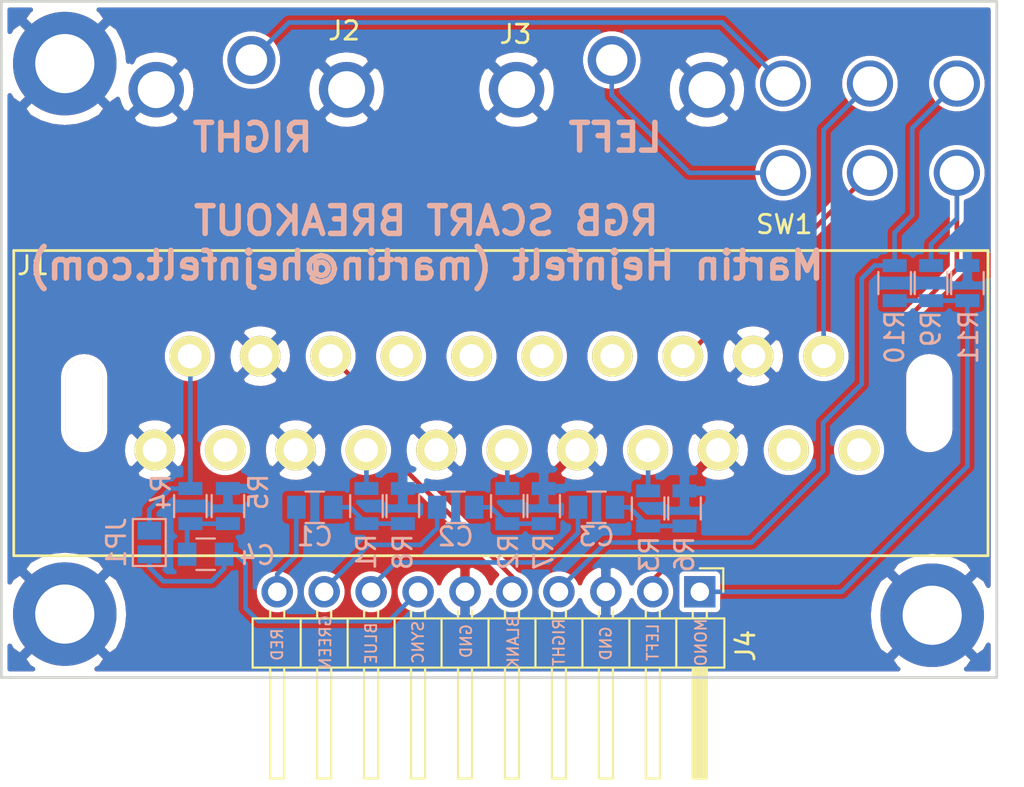
<source format=kicad_pcb>
(kicad_pcb (version 20171130) (host pcbnew 5.1.10-88a1d61d58~88~ubuntu20.04.1)

  (general
    (thickness 1.6)
    (drawings 20)
    (tracks 92)
    (zones 0)
    (modules 24)
    (nets 22)
  )

  (page A4)
  (layers
    (0 F.Cu signal)
    (31 B.Cu signal)
    (32 B.Adhes user)
    (33 F.Adhes user)
    (34 B.Paste user)
    (35 F.Paste user)
    (36 B.SilkS user)
    (37 F.SilkS user)
    (38 B.Mask user)
    (39 F.Mask user)
    (40 Dwgs.User user)
    (41 Cmts.User user)
    (42 Eco1.User user)
    (43 Eco2.User user)
    (44 Edge.Cuts user)
    (45 Margin user)
    (46 B.CrtYd user)
    (47 F.CrtYd user)
    (48 B.Fab user)
    (49 F.Fab user)
  )

  (setup
    (last_trace_width 0.25)
    (user_trace_width 0.5)
    (trace_clearance 0.2)
    (zone_clearance 0.254)
    (zone_45_only no)
    (trace_min 0.2)
    (via_size 0.6)
    (via_drill 0.4)
    (via_min_size 0.4)
    (via_min_drill 0.3)
    (uvia_size 0.3)
    (uvia_drill 0.1)
    (uvias_allowed no)
    (uvia_min_size 0.2)
    (uvia_min_drill 0.1)
    (edge_width 0.15)
    (segment_width 0.2)
    (pcb_text_width 0.3)
    (pcb_text_size 1.5 1.5)
    (mod_edge_width 0.15)
    (mod_text_size 1 1)
    (mod_text_width 0.15)
    (pad_size 1.524 1.524)
    (pad_drill 0.762)
    (pad_to_mask_clearance 0)
    (aux_axis_origin 0 0)
    (visible_elements FFFFFF7F)
    (pcbplotparams
      (layerselection 0x00030_ffffffff)
      (usegerberextensions false)
      (usegerberattributes true)
      (usegerberadvancedattributes true)
      (creategerberjobfile true)
      (excludeedgelayer true)
      (linewidth 0.100000)
      (plotframeref false)
      (viasonmask false)
      (mode 1)
      (useauxorigin false)
      (hpglpennumber 1)
      (hpglpenspeed 20)
      (hpglpendiameter 15.000000)
      (psnegative false)
      (psa4output false)
      (plotreference true)
      (plotvalue true)
      (plotinvisibletext false)
      (padsonsilk false)
      (subtractmaskfromsilk false)
      (outputformat 1)
      (mirror false)
      (drillshape 0)
      (scaleselection 1)
      (outputdirectory "plot"))
  )

  (net 0 "")
  (net 1 /Red_A)
  (net 2 "Net-(C1-Pad2)")
  (net 3 /Green_A)
  (net 4 "Net-(C2-Pad2)")
  (net 5 /Blue_A)
  (net 6 "Net-(C3-Pad2)")
  (net 7 /Sync_A)
  (net 8 "Net-(C4-Pad2)")
  (net 9 /Sync)
  (net 10 GND)
  (net 11 /Blanking)
  (net 12 /Audio_R)
  (net 13 /Audio_L)
  (net 14 /Red)
  (net 15 /Green)
  (net 16 /Blue)
  (net 17 /Audio_R_EXT)
  (net 18 /Audio_L_EXT)
  (net 19 /Audio_Mono)
  (net 20 /Audio_L_INT)
  (net 21 /Audio_R_INT)

  (net_class Default "This is the default net class."
    (clearance 0.2)
    (trace_width 0.25)
    (via_dia 0.6)
    (via_drill 0.4)
    (uvia_dia 0.3)
    (uvia_drill 0.1)
    (add_net /Audio_L)
    (add_net /Audio_L_EXT)
    (add_net /Audio_L_INT)
    (add_net /Audio_Mono)
    (add_net /Audio_R)
    (add_net /Audio_R_EXT)
    (add_net /Audio_R_INT)
    (add_net /Blanking)
    (add_net /Blue)
    (add_net /Blue_A)
    (add_net /Green)
    (add_net /Green_A)
    (add_net /Red)
    (add_net /Red_A)
    (add_net /Sync)
    (add_net /Sync_A)
    (add_net GND)
    (add_net "Net-(C1-Pad2)")
    (add_net "Net-(C2-Pad2)")
    (add_net "Net-(C3-Pad2)")
    (add_net "Net-(C4-Pad2)")
  )

  (module eswitch-dpdt:eswitch-dpdt-m2 (layer F.Cu) (tedit 5C7C028F) (tstamp 5C782626)
    (at 173.101 71.501 270)
    (path /5C783518)
    (fp_text reference SW1 (at 7.62 9.3345) (layer F.SilkS)
      (effects (font (size 1 1) (thickness 0.15)))
    )
    (fp_text value SW_DPDT_x2 (at 2.55 -2.8 270) (layer F.Fab)
      (effects (font (size 1 1) (thickness 0.15)))
    )
    (pad 1 thru_hole circle (at 0 0 270) (size 2.5 2.5) (drill 1.85) (layers *.Cu *.Mask)
      (net 21 /Audio_R_INT))
    (pad 4 thru_hole circle (at 4.83 0 270) (size 2.5 2.5) (drill 1.85) (layers *.Cu *.Mask)
      (net 20 /Audio_L_INT))
    (pad 2 thru_hole circle (at 0 4.7 270) (size 2.5 2.5) (drill 1.85) (layers *.Cu *.Mask)
      (net 12 /Audio_R))
    (pad 5 thru_hole circle (at 4.83 4.7 270) (size 2.5 2.5) (drill 1.85) (layers *.Cu *.Mask)
      (net 13 /Audio_L))
    (pad 3 thru_hole circle (at 0 9.4 270) (size 2.5 2.5) (drill 1.85) (layers *.Cu *.Mask)
      (net 17 /Audio_R_EXT))
    (pad 6 thru_hole circle (at 4.83 9.4 270) (size 2.5 2.5) (drill 1.85) (layers *.Cu *.Mask)
      (net 18 /Audio_L_EXT))
  )

  (module k-scartx-024:K-SCARTX-024 (layer F.Cu) (tedit 5C7BF0A9) (tstamp 5C7825BE)
    (at 148.75 86.25)
    (path /5C781EB4)
    (fp_text reference J1 (at -25.6235 -4.9065) (layer F.SilkS)
      (effects (font (size 1 1) (thickness 0.15)))
    )
    (fp_text value SCART-F (at -26.035 2.54 90) (layer F.Fab)
      (effects (font (size 1 1) (thickness 0.15)))
    )
    (fp_line (start 26.035 -5.715) (end 26.035 10.785) (layer F.SilkS) (width 0.15))
    (fp_line (start -26.67 10.795) (end 26.03 10.795) (layer F.SilkS) (width 0.15))
    (fp_line (start -26.67 -5.715) (end 26.03 -5.715) (layer F.SilkS) (width 0.15))
    (fp_line (start -26.67 -5.715) (end -26.67 10.795) (layer F.SilkS) (width 0.15))
    (pad "" np_thru_hole oval (at -22.86 2.54) (size 2 4.8) (drill oval 2 4.8) (layers *.Cu *.SilkS *.Mask Dwgs.User Eco1.User Eco2.User))
    (pad 20 thru_hole circle (at -17.145 0) (size 2.2 2.2) (drill 1.3) (layers *.Cu *.Mask F.SilkS)
      (net 9 /Sync))
    (pad 18 thru_hole circle (at -13.335 0) (size 2.2 2.2) (drill 1.3) (layers *.Cu *.Mask F.SilkS)
      (net 10 GND))
    (pad 16 thru_hole circle (at -9.525 0) (size 2.2 2.2) (drill 1.3) (layers *.Cu *.Mask F.SilkS)
      (net 11 /Blanking))
    (pad 14 thru_hole circle (at -5.715 0) (size 2.2 2.2) (drill 1.3) (layers *.Cu *.Mask F.SilkS))
    (pad 12 thru_hole circle (at -1.905 0) (size 2.2 2.2) (drill 1.3) (layers *.Cu *.Mask F.SilkS))
    (pad 10 thru_hole circle (at 1.905 0) (size 2.2 2.2) (drill 1.3) (layers *.Cu *.Mask F.SilkS))
    (pad 8 thru_hole circle (at 5.715 0) (size 2.2 2.2) (drill 1.3) (layers *.Cu *.Mask F.SilkS))
    (pad 6 thru_hole circle (at 9.525 0) (size 2.2 2.2) (drill 1.3) (layers *.Cu *.Mask F.SilkS)
      (net 13 /Audio_L))
    (pad 4 thru_hole circle (at 13.335 0) (size 2.2 2.2) (drill 1.3) (layers *.Cu *.Mask F.SilkS)
      (net 10 GND))
    (pad 2 thru_hole circle (at 17.145 0) (size 2.2 2.2) (drill 1.3) (layers *.Cu *.Mask F.SilkS)
      (net 12 /Audio_R))
    (pad 21 thru_hole circle (at -19.04 5.08) (size 2.2 2.2) (drill 1.3) (layers *.Cu *.Mask F.SilkS)
      (net 10 GND))
    (pad 19 thru_hole circle (at -15.23 5.08) (size 2.2 2.2) (drill 1.3) (layers *.Cu *.Mask F.SilkS))
    (pad 17 thru_hole circle (at -11.42 5.08) (size 2.2 2.2) (drill 1.3) (layers *.Cu *.Mask F.SilkS)
      (net 10 GND))
    (pad 15 thru_hole circle (at -7.61 5.08) (size 2.2 2.2) (drill 1.3) (layers *.Cu *.Mask F.SilkS)
      (net 14 /Red))
    (pad 13 thru_hole circle (at -3.8 5.08) (size 2.2 2.2) (drill 1.3) (layers *.Cu *.Mask F.SilkS)
      (net 10 GND))
    (pad 11 thru_hole circle (at 0.01 5.08) (size 2.2 2.2) (drill 1.3) (layers *.Cu *.Mask F.SilkS)
      (net 15 /Green))
    (pad 9 thru_hole circle (at 3.82 5.08) (size 2.2 2.2) (drill 1.3) (layers *.Cu *.Mask F.SilkS)
      (net 10 GND))
    (pad 7 thru_hole circle (at 7.63 5.08) (size 2.2 2.2) (drill 1.3) (layers *.Cu *.Mask F.SilkS)
      (net 16 /Blue))
    (pad 5 thru_hole circle (at 11.44 5.08) (size 2.2 2.2) (drill 1.3) (layers *.Cu *.Mask F.SilkS)
      (net 10 GND))
    (pad 3 thru_hole circle (at 15.25 5.08) (size 2.2 2.2) (drill 1.3) (layers *.Cu *.Mask F.SilkS))
    (pad 1 thru_hole circle (at 19.06 5.08) (size 2.2 2.2) (drill 1.3) (layers *.Cu *.Mask F.SilkS))
    (pad "" np_thru_hole oval (at 22.86 2.54) (size 2 4.8) (drill oval 2 4.8) (layers *.Cu *.Mask))
    (model /home/martin/k-scartx-024.wrl
      (offset (xyz -0.2539999961853027 -2.539999961853027 5.079999923706055))
      (scale (xyz 0.39 0.39 0.39))
      (rotate (xyz 0 0 0))
    )
  )

  (module Pin_Headers:Pin_Header_Angled_1x10_Pitch2.54mm (layer F.Cu) (tedit 5C7BF22A) (tstamp 5C7825DA)
    (at 159.1945 98.9965 270)
    (descr "Through hole angled pin header, 1x10, 2.54mm pitch, 6mm pin length, single row")
    (tags "Through hole angled pin header THT 1x10 2.54mm single row")
    (path /5C782E1B)
    (fp_text reference J4 (at 2.921 -2.4765 270) (layer F.SilkS)
      (effects (font (size 1 1) (thickness 0.15)))
    )
    (fp_text value Conn_01x10 (at 4.385 25.13 270) (layer F.Fab)
      (effects (font (size 1 1) (thickness 0.15)))
    )
    (fp_line (start 10.55 -1.8) (end -1.8 -1.8) (layer F.CrtYd) (width 0.05))
    (fp_line (start 10.55 24.65) (end 10.55 -1.8) (layer F.CrtYd) (width 0.05))
    (fp_line (start -1.8 24.65) (end 10.55 24.65) (layer F.CrtYd) (width 0.05))
    (fp_line (start -1.8 -1.8) (end -1.8 24.65) (layer F.CrtYd) (width 0.05))
    (fp_line (start -1.27 -1.27) (end 0 -1.27) (layer F.SilkS) (width 0.12))
    (fp_line (start -1.27 0) (end -1.27 -1.27) (layer F.SilkS) (width 0.12))
    (fp_line (start 1.042929 23.24) (end 1.44 23.24) (layer F.SilkS) (width 0.12))
    (fp_line (start 1.042929 22.48) (end 1.44 22.48) (layer F.SilkS) (width 0.12))
    (fp_line (start 10.1 23.24) (end 4.1 23.24) (layer F.SilkS) (width 0.12))
    (fp_line (start 10.1 22.48) (end 10.1 23.24) (layer F.SilkS) (width 0.12))
    (fp_line (start 4.1 22.48) (end 10.1 22.48) (layer F.SilkS) (width 0.12))
    (fp_line (start 1.44 21.59) (end 4.1 21.59) (layer F.SilkS) (width 0.12))
    (fp_line (start 1.042929 20.7) (end 1.44 20.7) (layer F.SilkS) (width 0.12))
    (fp_line (start 1.042929 19.94) (end 1.44 19.94) (layer F.SilkS) (width 0.12))
    (fp_line (start 10.1 20.7) (end 4.1 20.7) (layer F.SilkS) (width 0.12))
    (fp_line (start 10.1 19.94) (end 10.1 20.7) (layer F.SilkS) (width 0.12))
    (fp_line (start 4.1 19.94) (end 10.1 19.94) (layer F.SilkS) (width 0.12))
    (fp_line (start 1.44 19.05) (end 4.1 19.05) (layer F.SilkS) (width 0.12))
    (fp_line (start 1.042929 18.16) (end 1.44 18.16) (layer F.SilkS) (width 0.12))
    (fp_line (start 1.042929 17.4) (end 1.44 17.4) (layer F.SilkS) (width 0.12))
    (fp_line (start 10.1 18.16) (end 4.1 18.16) (layer F.SilkS) (width 0.12))
    (fp_line (start 10.1 17.4) (end 10.1 18.16) (layer F.SilkS) (width 0.12))
    (fp_line (start 4.1 17.4) (end 10.1 17.4) (layer F.SilkS) (width 0.12))
    (fp_line (start 1.44 16.51) (end 4.1 16.51) (layer F.SilkS) (width 0.12))
    (fp_line (start 1.042929 15.62) (end 1.44 15.62) (layer F.SilkS) (width 0.12))
    (fp_line (start 1.042929 14.86) (end 1.44 14.86) (layer F.SilkS) (width 0.12))
    (fp_line (start 10.1 15.62) (end 4.1 15.62) (layer F.SilkS) (width 0.12))
    (fp_line (start 10.1 14.86) (end 10.1 15.62) (layer F.SilkS) (width 0.12))
    (fp_line (start 4.1 14.86) (end 10.1 14.86) (layer F.SilkS) (width 0.12))
    (fp_line (start 1.44 13.97) (end 4.1 13.97) (layer F.SilkS) (width 0.12))
    (fp_line (start 1.042929 13.08) (end 1.44 13.08) (layer F.SilkS) (width 0.12))
    (fp_line (start 1.042929 12.32) (end 1.44 12.32) (layer F.SilkS) (width 0.12))
    (fp_line (start 10.1 13.08) (end 4.1 13.08) (layer F.SilkS) (width 0.12))
    (fp_line (start 10.1 12.32) (end 10.1 13.08) (layer F.SilkS) (width 0.12))
    (fp_line (start 4.1 12.32) (end 10.1 12.32) (layer F.SilkS) (width 0.12))
    (fp_line (start 1.44 11.43) (end 4.1 11.43) (layer F.SilkS) (width 0.12))
    (fp_line (start 1.042929 10.54) (end 1.44 10.54) (layer F.SilkS) (width 0.12))
    (fp_line (start 1.042929 9.78) (end 1.44 9.78) (layer F.SilkS) (width 0.12))
    (fp_line (start 10.1 10.54) (end 4.1 10.54) (layer F.SilkS) (width 0.12))
    (fp_line (start 10.1 9.78) (end 10.1 10.54) (layer F.SilkS) (width 0.12))
    (fp_line (start 4.1 9.78) (end 10.1 9.78) (layer F.SilkS) (width 0.12))
    (fp_line (start 1.44 8.89) (end 4.1 8.89) (layer F.SilkS) (width 0.12))
    (fp_line (start 1.042929 8) (end 1.44 8) (layer F.SilkS) (width 0.12))
    (fp_line (start 1.042929 7.24) (end 1.44 7.24) (layer F.SilkS) (width 0.12))
    (fp_line (start 10.1 8) (end 4.1 8) (layer F.SilkS) (width 0.12))
    (fp_line (start 10.1 7.24) (end 10.1 8) (layer F.SilkS) (width 0.12))
    (fp_line (start 4.1 7.24) (end 10.1 7.24) (layer F.SilkS) (width 0.12))
    (fp_line (start 1.44 6.35) (end 4.1 6.35) (layer F.SilkS) (width 0.12))
    (fp_line (start 1.042929 5.46) (end 1.44 5.46) (layer F.SilkS) (width 0.12))
    (fp_line (start 1.042929 4.7) (end 1.44 4.7) (layer F.SilkS) (width 0.12))
    (fp_line (start 10.1 5.46) (end 4.1 5.46) (layer F.SilkS) (width 0.12))
    (fp_line (start 10.1 4.7) (end 10.1 5.46) (layer F.SilkS) (width 0.12))
    (fp_line (start 4.1 4.7) (end 10.1 4.7) (layer F.SilkS) (width 0.12))
    (fp_line (start 1.44 3.81) (end 4.1 3.81) (layer F.SilkS) (width 0.12))
    (fp_line (start 1.042929 2.92) (end 1.44 2.92) (layer F.SilkS) (width 0.12))
    (fp_line (start 1.042929 2.16) (end 1.44 2.16) (layer F.SilkS) (width 0.12))
    (fp_line (start 10.1 2.92) (end 4.1 2.92) (layer F.SilkS) (width 0.12))
    (fp_line (start 10.1 2.16) (end 10.1 2.92) (layer F.SilkS) (width 0.12))
    (fp_line (start 4.1 2.16) (end 10.1 2.16) (layer F.SilkS) (width 0.12))
    (fp_line (start 1.44 1.27) (end 4.1 1.27) (layer F.SilkS) (width 0.12))
    (fp_line (start 1.11 0.38) (end 1.44 0.38) (layer F.SilkS) (width 0.12))
    (fp_line (start 1.11 -0.38) (end 1.44 -0.38) (layer F.SilkS) (width 0.12))
    (fp_line (start 4.1 0.28) (end 10.1 0.28) (layer F.SilkS) (width 0.12))
    (fp_line (start 4.1 0.16) (end 10.1 0.16) (layer F.SilkS) (width 0.12))
    (fp_line (start 4.1 0.04) (end 10.1 0.04) (layer F.SilkS) (width 0.12))
    (fp_line (start 4.1 -0.08) (end 10.1 -0.08) (layer F.SilkS) (width 0.12))
    (fp_line (start 4.1 -0.2) (end 10.1 -0.2) (layer F.SilkS) (width 0.12))
    (fp_line (start 4.1 -0.32) (end 10.1 -0.32) (layer F.SilkS) (width 0.12))
    (fp_line (start 10.1 0.38) (end 4.1 0.38) (layer F.SilkS) (width 0.12))
    (fp_line (start 10.1 -0.38) (end 10.1 0.38) (layer F.SilkS) (width 0.12))
    (fp_line (start 4.1 -0.38) (end 10.1 -0.38) (layer F.SilkS) (width 0.12))
    (fp_line (start 4.1 -1.33) (end 1.44 -1.33) (layer F.SilkS) (width 0.12))
    (fp_line (start 4.1 24.19) (end 4.1 -1.33) (layer F.SilkS) (width 0.12))
    (fp_line (start 1.44 24.19) (end 4.1 24.19) (layer F.SilkS) (width 0.12))
    (fp_line (start 1.44 -1.33) (end 1.44 24.19) (layer F.SilkS) (width 0.12))
    (fp_line (start 4.04 23.18) (end 10.04 23.18) (layer F.Fab) (width 0.1))
    (fp_line (start 10.04 22.54) (end 10.04 23.18) (layer F.Fab) (width 0.1))
    (fp_line (start 4.04 22.54) (end 10.04 22.54) (layer F.Fab) (width 0.1))
    (fp_line (start -0.32 23.18) (end 1.5 23.18) (layer F.Fab) (width 0.1))
    (fp_line (start -0.32 22.54) (end -0.32 23.18) (layer F.Fab) (width 0.1))
    (fp_line (start -0.32 22.54) (end 1.5 22.54) (layer F.Fab) (width 0.1))
    (fp_line (start 4.04 20.64) (end 10.04 20.64) (layer F.Fab) (width 0.1))
    (fp_line (start 10.04 20) (end 10.04 20.64) (layer F.Fab) (width 0.1))
    (fp_line (start 4.04 20) (end 10.04 20) (layer F.Fab) (width 0.1))
    (fp_line (start -0.32 20.64) (end 1.5 20.64) (layer F.Fab) (width 0.1))
    (fp_line (start -0.32 20) (end -0.32 20.64) (layer F.Fab) (width 0.1))
    (fp_line (start -0.32 20) (end 1.5 20) (layer F.Fab) (width 0.1))
    (fp_line (start 4.04 18.1) (end 10.04 18.1) (layer F.Fab) (width 0.1))
    (fp_line (start 10.04 17.46) (end 10.04 18.1) (layer F.Fab) (width 0.1))
    (fp_line (start 4.04 17.46) (end 10.04 17.46) (layer F.Fab) (width 0.1))
    (fp_line (start -0.32 18.1) (end 1.5 18.1) (layer F.Fab) (width 0.1))
    (fp_line (start -0.32 17.46) (end -0.32 18.1) (layer F.Fab) (width 0.1))
    (fp_line (start -0.32 17.46) (end 1.5 17.46) (layer F.Fab) (width 0.1))
    (fp_line (start 4.04 15.56) (end 10.04 15.56) (layer F.Fab) (width 0.1))
    (fp_line (start 10.04 14.92) (end 10.04 15.56) (layer F.Fab) (width 0.1))
    (fp_line (start 4.04 14.92) (end 10.04 14.92) (layer F.Fab) (width 0.1))
    (fp_line (start -0.32 15.56) (end 1.5 15.56) (layer F.Fab) (width 0.1))
    (fp_line (start -0.32 14.92) (end -0.32 15.56) (layer F.Fab) (width 0.1))
    (fp_line (start -0.32 14.92) (end 1.5 14.92) (layer F.Fab) (width 0.1))
    (fp_line (start 4.04 13.02) (end 10.04 13.02) (layer F.Fab) (width 0.1))
    (fp_line (start 10.04 12.38) (end 10.04 13.02) (layer F.Fab) (width 0.1))
    (fp_line (start 4.04 12.38) (end 10.04 12.38) (layer F.Fab) (width 0.1))
    (fp_line (start -0.32 13.02) (end 1.5 13.02) (layer F.Fab) (width 0.1))
    (fp_line (start -0.32 12.38) (end -0.32 13.02) (layer F.Fab) (width 0.1))
    (fp_line (start -0.32 12.38) (end 1.5 12.38) (layer F.Fab) (width 0.1))
    (fp_line (start 4.04 10.48) (end 10.04 10.48) (layer F.Fab) (width 0.1))
    (fp_line (start 10.04 9.84) (end 10.04 10.48) (layer F.Fab) (width 0.1))
    (fp_line (start 4.04 9.84) (end 10.04 9.84) (layer F.Fab) (width 0.1))
    (fp_line (start -0.32 10.48) (end 1.5 10.48) (layer F.Fab) (width 0.1))
    (fp_line (start -0.32 9.84) (end -0.32 10.48) (layer F.Fab) (width 0.1))
    (fp_line (start -0.32 9.84) (end 1.5 9.84) (layer F.Fab) (width 0.1))
    (fp_line (start 4.04 7.94) (end 10.04 7.94) (layer F.Fab) (width 0.1))
    (fp_line (start 10.04 7.3) (end 10.04 7.94) (layer F.Fab) (width 0.1))
    (fp_line (start 4.04 7.3) (end 10.04 7.3) (layer F.Fab) (width 0.1))
    (fp_line (start -0.32 7.94) (end 1.5 7.94) (layer F.Fab) (width 0.1))
    (fp_line (start -0.32 7.3) (end -0.32 7.94) (layer F.Fab) (width 0.1))
    (fp_line (start -0.32 7.3) (end 1.5 7.3) (layer F.Fab) (width 0.1))
    (fp_line (start 4.04 5.4) (end 10.04 5.4) (layer F.Fab) (width 0.1))
    (fp_line (start 10.04 4.76) (end 10.04 5.4) (layer F.Fab) (width 0.1))
    (fp_line (start 4.04 4.76) (end 10.04 4.76) (layer F.Fab) (width 0.1))
    (fp_line (start -0.32 5.4) (end 1.5 5.4) (layer F.Fab) (width 0.1))
    (fp_line (start -0.32 4.76) (end -0.32 5.4) (layer F.Fab) (width 0.1))
    (fp_line (start -0.32 4.76) (end 1.5 4.76) (layer F.Fab) (width 0.1))
    (fp_line (start 4.04 2.86) (end 10.04 2.86) (layer F.Fab) (width 0.1))
    (fp_line (start 10.04 2.22) (end 10.04 2.86) (layer F.Fab) (width 0.1))
    (fp_line (start 4.04 2.22) (end 10.04 2.22) (layer F.Fab) (width 0.1))
    (fp_line (start -0.32 2.86) (end 1.5 2.86) (layer F.Fab) (width 0.1))
    (fp_line (start -0.32 2.22) (end -0.32 2.86) (layer F.Fab) (width 0.1))
    (fp_line (start -0.32 2.22) (end 1.5 2.22) (layer F.Fab) (width 0.1))
    (fp_line (start 4.04 0.32) (end 10.04 0.32) (layer F.Fab) (width 0.1))
    (fp_line (start 10.04 -0.32) (end 10.04 0.32) (layer F.Fab) (width 0.1))
    (fp_line (start 4.04 -0.32) (end 10.04 -0.32) (layer F.Fab) (width 0.1))
    (fp_line (start -0.32 0.32) (end 1.5 0.32) (layer F.Fab) (width 0.1))
    (fp_line (start -0.32 -0.32) (end -0.32 0.32) (layer F.Fab) (width 0.1))
    (fp_line (start -0.32 -0.32) (end 1.5 -0.32) (layer F.Fab) (width 0.1))
    (fp_line (start 1.5 -0.635) (end 2.135 -1.27) (layer F.Fab) (width 0.1))
    (fp_line (start 1.5 24.13) (end 1.5 -0.635) (layer F.Fab) (width 0.1))
    (fp_line (start 4.04 24.13) (end 1.5 24.13) (layer F.Fab) (width 0.1))
    (fp_line (start 4.04 -1.27) (end 4.04 24.13) (layer F.Fab) (width 0.1))
    (fp_line (start 2.135 -1.27) (end 4.04 -1.27) (layer F.Fab) (width 0.1))
    (fp_text user %R (at 2.77 11.43) (layer F.Fab)
      (effects (font (size 1 1) (thickness 0.15)))
    )
    (pad 1 thru_hole rect (at 0 0 270) (size 1.7 1.7) (drill 1) (layers *.Cu *.Mask)
      (net 19 /Audio_Mono))
    (pad 2 thru_hole oval (at 0 2.54 270) (size 1.7 1.7) (drill 1) (layers *.Cu *.Mask)
      (net 20 /Audio_L_INT))
    (pad 3 thru_hole oval (at 0 5.08 270) (size 1.7 1.7) (drill 1) (layers *.Cu *.Mask)
      (net 10 GND))
    (pad 4 thru_hole oval (at 0 7.62 270) (size 1.7 1.7) (drill 1) (layers *.Cu *.Mask)
      (net 21 /Audio_R_INT))
    (pad 5 thru_hole oval (at 0 10.16 270) (size 1.7 1.7) (drill 1) (layers *.Cu *.Mask)
      (net 11 /Blanking))
    (pad 6 thru_hole oval (at 0 12.7 270) (size 1.7 1.7) (drill 1) (layers *.Cu *.Mask)
      (net 10 GND))
    (pad 7 thru_hole oval (at 0 15.24 270) (size 1.7 1.7) (drill 1) (layers *.Cu *.Mask)
      (net 7 /Sync_A))
    (pad 8 thru_hole oval (at 0 17.78 270) (size 1.7 1.7) (drill 1) (layers *.Cu *.Mask)
      (net 5 /Blue_A))
    (pad 9 thru_hole oval (at 0 20.32 270) (size 1.7 1.7) (drill 1) (layers *.Cu *.Mask)
      (net 3 /Green_A))
    (pad 10 thru_hole oval (at 0 22.86 270) (size 1.7 1.7) (drill 1) (layers *.Cu *.Mask)
      (net 1 /Red_A))
    (model ${KISYS3DMOD}/Pin_Headers.3dshapes/Pin_Header_Angled_1x10_Pitch2.54mm.wrl
      (at (xyz 0 0 0))
      (scale (xyz 1 1 1))
      (rotate (xyz 0 0 0))
    )
  )

  (module Capacitors_SMD:C_0805 (layer B.Cu) (tedit 5C7C0383) (tstamp 5C782591)
    (at 138.3665 94.4245)
    (descr "Capacitor SMD 0805, reflow soldering, AVX (see smccp.pdf)")
    (tags "capacitor 0805")
    (path /5C782D01)
    (attr smd)
    (fp_text reference C1 (at 0 1.5875) (layer B.SilkS)
      (effects (font (size 1 1) (thickness 0.15)) (justify mirror))
    )
    (fp_text value 100nF (at 0 -1.75) (layer B.Fab)
      (effects (font (size 1 1) (thickness 0.15)) (justify mirror))
    )
    (fp_line (start 1.75 -0.87) (end -1.75 -0.87) (layer B.CrtYd) (width 0.05))
    (fp_line (start 1.75 -0.87) (end 1.75 0.88) (layer B.CrtYd) (width 0.05))
    (fp_line (start -1.75 0.88) (end -1.75 -0.87) (layer B.CrtYd) (width 0.05))
    (fp_line (start -1.75 0.88) (end 1.75 0.88) (layer B.CrtYd) (width 0.05))
    (fp_line (start -0.5 -0.85) (end 0.5 -0.85) (layer B.SilkS) (width 0.12))
    (fp_line (start 0.5 0.85) (end -0.5 0.85) (layer B.SilkS) (width 0.12))
    (fp_line (start -1 0.62) (end 1 0.62) (layer B.Fab) (width 0.1))
    (fp_line (start 1 0.62) (end 1 -0.62) (layer B.Fab) (width 0.1))
    (fp_line (start 1 -0.62) (end -1 -0.62) (layer B.Fab) (width 0.1))
    (fp_line (start -1 -0.62) (end -1 0.62) (layer B.Fab) (width 0.1))
    (fp_text user %R (at 0 1.5) (layer B.Fab)
      (effects (font (size 1 1) (thickness 0.15)) (justify mirror))
    )
    (pad 1 smd rect (at -1 0) (size 1 1.25) (layers B.Cu B.Paste B.Mask)
      (net 1 /Red_A))
    (pad 2 smd rect (at 1 0) (size 1 1.25) (layers B.Cu B.Paste B.Mask)
      (net 2 "Net-(C1-Pad2)"))
    (model Capacitors_SMD.3dshapes/C_0805.wrl
      (at (xyz 0 0 0))
      (scale (xyz 1 1 1))
      (rotate (xyz 0 0 0))
    )
  )

  (module Capacitors_SMD:C_0805 (layer B.Cu) (tedit 5C7C038E) (tstamp 5C782597)
    (at 145.9865 94.4245)
    (descr "Capacitor SMD 0805, reflow soldering, AVX (see smccp.pdf)")
    (tags "capacitor 0805")
    (path /5C782CA4)
    (attr smd)
    (fp_text reference C2 (at 0 1.5875) (layer B.SilkS)
      (effects (font (size 1 1) (thickness 0.15)) (justify mirror))
    )
    (fp_text value 100nF (at 0 -1.75) (layer B.Fab)
      (effects (font (size 1 1) (thickness 0.15)) (justify mirror))
    )
    (fp_line (start 1.75 -0.87) (end -1.75 -0.87) (layer B.CrtYd) (width 0.05))
    (fp_line (start 1.75 -0.87) (end 1.75 0.88) (layer B.CrtYd) (width 0.05))
    (fp_line (start -1.75 0.88) (end -1.75 -0.87) (layer B.CrtYd) (width 0.05))
    (fp_line (start -1.75 0.88) (end 1.75 0.88) (layer B.CrtYd) (width 0.05))
    (fp_line (start -0.5 -0.85) (end 0.5 -0.85) (layer B.SilkS) (width 0.12))
    (fp_line (start 0.5 0.85) (end -0.5 0.85) (layer B.SilkS) (width 0.12))
    (fp_line (start -1 0.62) (end 1 0.62) (layer B.Fab) (width 0.1))
    (fp_line (start 1 0.62) (end 1 -0.62) (layer B.Fab) (width 0.1))
    (fp_line (start 1 -0.62) (end -1 -0.62) (layer B.Fab) (width 0.1))
    (fp_line (start -1 -0.62) (end -1 0.62) (layer B.Fab) (width 0.1))
    (fp_text user %R (at 0 1.5) (layer B.Fab)
      (effects (font (size 1 1) (thickness 0.15)) (justify mirror))
    )
    (pad 1 smd rect (at -1 0) (size 1 1.25) (layers B.Cu B.Paste B.Mask)
      (net 3 /Green_A))
    (pad 2 smd rect (at 1 0) (size 1 1.25) (layers B.Cu B.Paste B.Mask)
      (net 4 "Net-(C2-Pad2)"))
    (model Capacitors_SMD.3dshapes/C_0805.wrl
      (at (xyz 0 0 0))
      (scale (xyz 1 1 1))
      (rotate (xyz 0 0 0))
    )
  )

  (module Capacitors_SMD:C_0805 (layer B.Cu) (tedit 5C7C0395) (tstamp 5C78259D)
    (at 153.6065 94.4245)
    (descr "Capacitor SMD 0805, reflow soldering, AVX (see smccp.pdf)")
    (tags "capacitor 0805")
    (path /5C782BAF)
    (attr smd)
    (fp_text reference C3 (at 0 1.5875) (layer B.SilkS)
      (effects (font (size 1 1) (thickness 0.15)) (justify mirror))
    )
    (fp_text value 100nF (at 0 -1.75) (layer B.Fab)
      (effects (font (size 1 1) (thickness 0.15)) (justify mirror))
    )
    (fp_line (start 1.75 -0.87) (end -1.75 -0.87) (layer B.CrtYd) (width 0.05))
    (fp_line (start 1.75 -0.87) (end 1.75 0.88) (layer B.CrtYd) (width 0.05))
    (fp_line (start -1.75 0.88) (end -1.75 -0.87) (layer B.CrtYd) (width 0.05))
    (fp_line (start -1.75 0.88) (end 1.75 0.88) (layer B.CrtYd) (width 0.05))
    (fp_line (start -0.5 -0.85) (end 0.5 -0.85) (layer B.SilkS) (width 0.12))
    (fp_line (start 0.5 0.85) (end -0.5 0.85) (layer B.SilkS) (width 0.12))
    (fp_line (start -1 0.62) (end 1 0.62) (layer B.Fab) (width 0.1))
    (fp_line (start 1 0.62) (end 1 -0.62) (layer B.Fab) (width 0.1))
    (fp_line (start 1 -0.62) (end -1 -0.62) (layer B.Fab) (width 0.1))
    (fp_line (start -1 -0.62) (end -1 0.62) (layer B.Fab) (width 0.1))
    (fp_text user %R (at 0 1.5) (layer B.Fab)
      (effects (font (size 1 1) (thickness 0.15)) (justify mirror))
    )
    (pad 1 smd rect (at -1 0) (size 1 1.25) (layers B.Cu B.Paste B.Mask)
      (net 5 /Blue_A))
    (pad 2 smd rect (at 1 0) (size 1 1.25) (layers B.Cu B.Paste B.Mask)
      (net 6 "Net-(C3-Pad2)"))
    (model Capacitors_SMD.3dshapes/C_0805.wrl
      (at (xyz 0 0 0))
      (scale (xyz 1 1 1))
      (rotate (xyz 0 0 0))
    )
  )

  (module Capacitors_SMD:C_0805 (layer B.Cu) (tedit 5C7BFB51) (tstamp 5C7825A3)
    (at 132.461 96.9645 180)
    (descr "Capacitor SMD 0805, reflow soldering, AVX (see smccp.pdf)")
    (tags "capacitor 0805")
    (path /5C7826D1)
    (attr smd)
    (fp_text reference C4 (at -2.794 -0.0635) (layer B.SilkS)
      (effects (font (size 1 1) (thickness 0.15)) (justify mirror))
    )
    (fp_text value 100nF (at 0 -1.75 180) (layer B.Fab)
      (effects (font (size 1 1) (thickness 0.15)) (justify mirror))
    )
    (fp_line (start 1.75 -0.87) (end -1.75 -0.87) (layer B.CrtYd) (width 0.05))
    (fp_line (start 1.75 -0.87) (end 1.75 0.88) (layer B.CrtYd) (width 0.05))
    (fp_line (start -1.75 0.88) (end -1.75 -0.87) (layer B.CrtYd) (width 0.05))
    (fp_line (start -1.75 0.88) (end 1.75 0.88) (layer B.CrtYd) (width 0.05))
    (fp_line (start -0.5 -0.85) (end 0.5 -0.85) (layer B.SilkS) (width 0.12))
    (fp_line (start 0.5 0.85) (end -0.5 0.85) (layer B.SilkS) (width 0.12))
    (fp_line (start -1 0.62) (end 1 0.62) (layer B.Fab) (width 0.1))
    (fp_line (start 1 0.62) (end 1 -0.62) (layer B.Fab) (width 0.1))
    (fp_line (start 1 -0.62) (end -1 -0.62) (layer B.Fab) (width 0.1))
    (fp_line (start -1 -0.62) (end -1 0.62) (layer B.Fab) (width 0.1))
    (fp_text user %R (at 0 1.5 180) (layer B.Fab)
      (effects (font (size 1 1) (thickness 0.15)) (justify mirror))
    )
    (pad 1 smd rect (at -1 0 180) (size 1 1.25) (layers B.Cu B.Paste B.Mask)
      (net 7 /Sync_A))
    (pad 2 smd rect (at 1 0 180) (size 1 1.25) (layers B.Cu B.Paste B.Mask)
      (net 8 "Net-(C4-Pad2)"))
    (model Capacitors_SMD.3dshapes/C_0805.wrl
      (at (xyz 0 0 0))
      (scale (xyz 1 1 1))
      (rotate (xyz 0 0 0))
    )
  )

  (module rca:RCJ-02 (layer F.Cu) (tedit 5C7C029A) (tstamp 5C7825C5)
    (at 134.9375 70.231)
    (path /5C78451A)
    (fp_text reference J2 (at 5.0165 -1.5875) (layer F.SilkS)
      (effects (font (size 1 1) (thickness 0.15)))
    )
    (fp_text value Conn_Coaxial (at -4.15 -2.25) (layer F.Fab)
      (effects (font (size 1 1) (thickness 0.15)))
    )
    (pad 2 thru_hole circle (at -5.15 1.6) (size 3 3) (drill 2) (layers *.Cu *.Mask)
      (net 10 GND))
    (pad 2 thru_hole circle (at 5.15 1.6) (size 3 3) (drill 2) (layers *.Cu *.Mask)
      (net 10 GND))
    (pad 1 thru_hole circle (at 0 0) (size 2.6 2.6) (drill 1.7) (layers *.Cu *.Mask)
      (net 17 /Audio_R_EXT))
    (model /home/martin/rca-02x.wrl
      (offset (xyz 0 -1.523999977111816 2.539999961853027))
      (scale (xyz 0.39 0.39 0.39))
      (rotate (xyz 0 0 0))
    )
  )

  (module rca:RCJ-02 (layer F.Cu) (tedit 5C7C0141) (tstamp 5C7825CC)
    (at 154.432 70.231)
    (path /5C78458D)
    (fp_text reference J3 (at -5.207 -1.397) (layer F.SilkS)
      (effects (font (size 1 1) (thickness 0.15)))
    )
    (fp_text value Conn_Coaxial (at -4.15 -2.25) (layer F.Fab)
      (effects (font (size 1 1) (thickness 0.15)))
    )
    (pad 2 thru_hole circle (at -5.15 1.6) (size 3 3) (drill 2) (layers *.Cu *.Mask)
      (net 10 GND))
    (pad 2 thru_hole circle (at 5.15 1.6) (size 3 3) (drill 2) (layers *.Cu *.Mask)
      (net 10 GND))
    (pad 1 thru_hole circle (at 0 0) (size 2.6 2.6) (drill 1.7) (layers *.Cu *.Mask)
      (net 18 /Audio_L_EXT))
    (model /home/martin/rca-02x.wrl
      (offset (xyz 0 -1.523999977111816 2.539999961853027))
      (scale (xyz 0.39 0.39 0.39))
      (rotate (xyz 0 0 0))
    )
  )

  (module Resistors_SMD:R_0805 (layer B.Cu) (tedit 5C7BF0EB) (tstamp 5C7825E0)
    (at 141.1605 94.361 270)
    (descr "Resistor SMD 0805, reflow soldering, Vishay (see dcrcw.pdf)")
    (tags "resistor 0805")
    (path /5C782974)
    (attr smd)
    (fp_text reference R1 (at 2.4765 0 90) (layer B.SilkS)
      (effects (font (size 1 1) (thickness 0.15)) (justify mirror))
    )
    (fp_text value 30R (at 0 -1.75 270) (layer B.Fab)
      (effects (font (size 1 1) (thickness 0.15)) (justify mirror))
    )
    (fp_line (start 1.55 -0.9) (end -1.55 -0.9) (layer B.CrtYd) (width 0.05))
    (fp_line (start 1.55 -0.9) (end 1.55 0.9) (layer B.CrtYd) (width 0.05))
    (fp_line (start -1.55 0.9) (end -1.55 -0.9) (layer B.CrtYd) (width 0.05))
    (fp_line (start -1.55 0.9) (end 1.55 0.9) (layer B.CrtYd) (width 0.05))
    (fp_line (start -0.6 0.88) (end 0.6 0.88) (layer B.SilkS) (width 0.12))
    (fp_line (start 0.6 -0.88) (end -0.6 -0.88) (layer B.SilkS) (width 0.12))
    (fp_line (start -1 0.62) (end 1 0.62) (layer B.Fab) (width 0.1))
    (fp_line (start 1 0.62) (end 1 -0.62) (layer B.Fab) (width 0.1))
    (fp_line (start 1 -0.62) (end -1 -0.62) (layer B.Fab) (width 0.1))
    (fp_line (start -1 -0.62) (end -1 0.62) (layer B.Fab) (width 0.1))
    (fp_text user %R (at 0 0 270) (layer B.Fab)
      (effects (font (size 0.5 0.5) (thickness 0.075)) (justify mirror))
    )
    (pad 1 smd rect (at -0.95 0 270) (size 0.7 1.3) (layers B.Cu B.Paste B.Mask)
      (net 14 /Red))
    (pad 2 smd rect (at 0.95 0 270) (size 0.7 1.3) (layers B.Cu B.Paste B.Mask)
      (net 2 "Net-(C1-Pad2)"))
    (model ${KISYS3DMOD}/Resistors_SMD.3dshapes/R_0805.wrl
      (at (xyz 0 0 0))
      (scale (xyz 1 1 1))
      (rotate (xyz 0 0 0))
    )
  )

  (module Resistors_SMD:R_0805 (layer B.Cu) (tedit 5C7BF0F6) (tstamp 5C7825E6)
    (at 148.7805 94.361 270)
    (descr "Resistor SMD 0805, reflow soldering, Vishay (see dcrcw.pdf)")
    (tags "resistor 0805")
    (path /5C78291C)
    (attr smd)
    (fp_text reference R2 (at 2.4765 -0.0635 90) (layer B.SilkS)
      (effects (font (size 1 1) (thickness 0.15)) (justify mirror))
    )
    (fp_text value 30R (at 0 -1.75 270) (layer B.Fab)
      (effects (font (size 1 1) (thickness 0.15)) (justify mirror))
    )
    (fp_line (start 1.55 -0.9) (end -1.55 -0.9) (layer B.CrtYd) (width 0.05))
    (fp_line (start 1.55 -0.9) (end 1.55 0.9) (layer B.CrtYd) (width 0.05))
    (fp_line (start -1.55 0.9) (end -1.55 -0.9) (layer B.CrtYd) (width 0.05))
    (fp_line (start -1.55 0.9) (end 1.55 0.9) (layer B.CrtYd) (width 0.05))
    (fp_line (start -0.6 0.88) (end 0.6 0.88) (layer B.SilkS) (width 0.12))
    (fp_line (start 0.6 -0.88) (end -0.6 -0.88) (layer B.SilkS) (width 0.12))
    (fp_line (start -1 0.62) (end 1 0.62) (layer B.Fab) (width 0.1))
    (fp_line (start 1 0.62) (end 1 -0.62) (layer B.Fab) (width 0.1))
    (fp_line (start 1 -0.62) (end -1 -0.62) (layer B.Fab) (width 0.1))
    (fp_line (start -1 -0.62) (end -1 0.62) (layer B.Fab) (width 0.1))
    (fp_text user %R (at 0 0 270) (layer B.Fab)
      (effects (font (size 0.5 0.5) (thickness 0.075)) (justify mirror))
    )
    (pad 1 smd rect (at -0.95 0 270) (size 0.7 1.3) (layers B.Cu B.Paste B.Mask)
      (net 15 /Green))
    (pad 2 smd rect (at 0.95 0 270) (size 0.7 1.3) (layers B.Cu B.Paste B.Mask)
      (net 4 "Net-(C2-Pad2)"))
    (model ${KISYS3DMOD}/Resistors_SMD.3dshapes/R_0805.wrl
      (at (xyz 0 0 0))
      (scale (xyz 1 1 1))
      (rotate (xyz 0 0 0))
    )
  )

  (module Resistors_SMD:R_0805 (layer B.Cu) (tedit 5C7BF103) (tstamp 5C7825EC)
    (at 156.4005 94.488 270)
    (descr "Resistor SMD 0805, reflow soldering, Vishay (see dcrcw.pdf)")
    (tags "resistor 0805")
    (path /5C7824C9)
    (attr smd)
    (fp_text reference R3 (at 2.4765 -0.0635 90) (layer B.SilkS)
      (effects (font (size 1 1) (thickness 0.15)) (justify mirror))
    )
    (fp_text value 30R (at 0 -1.75 270) (layer B.Fab)
      (effects (font (size 1 1) (thickness 0.15)) (justify mirror))
    )
    (fp_line (start 1.55 -0.9) (end -1.55 -0.9) (layer B.CrtYd) (width 0.05))
    (fp_line (start 1.55 -0.9) (end 1.55 0.9) (layer B.CrtYd) (width 0.05))
    (fp_line (start -1.55 0.9) (end -1.55 -0.9) (layer B.CrtYd) (width 0.05))
    (fp_line (start -1.55 0.9) (end 1.55 0.9) (layer B.CrtYd) (width 0.05))
    (fp_line (start -0.6 0.88) (end 0.6 0.88) (layer B.SilkS) (width 0.12))
    (fp_line (start 0.6 -0.88) (end -0.6 -0.88) (layer B.SilkS) (width 0.12))
    (fp_line (start -1 0.62) (end 1 0.62) (layer B.Fab) (width 0.1))
    (fp_line (start 1 0.62) (end 1 -0.62) (layer B.Fab) (width 0.1))
    (fp_line (start 1 -0.62) (end -1 -0.62) (layer B.Fab) (width 0.1))
    (fp_line (start -1 -0.62) (end -1 0.62) (layer B.Fab) (width 0.1))
    (fp_text user %R (at 0 0 270) (layer B.Fab)
      (effects (font (size 0.5 0.5) (thickness 0.075)) (justify mirror))
    )
    (pad 1 smd rect (at -0.95 0 270) (size 0.7 1.3) (layers B.Cu B.Paste B.Mask)
      (net 16 /Blue))
    (pad 2 smd rect (at 0.95 0 270) (size 0.7 1.3) (layers B.Cu B.Paste B.Mask)
      (net 6 "Net-(C3-Pad2)"))
    (model ${KISYS3DMOD}/Resistors_SMD.3dshapes/R_0805.wrl
      (at (xyz 0 0 0))
      (scale (xyz 1 1 1))
      (rotate (xyz 0 0 0))
    )
  )

  (module Resistors_SMD:R_0805 (layer B.Cu) (tedit 5C7BFB90) (tstamp 5C7825F2)
    (at 131.6355 94.361 270)
    (descr "Resistor SMD 0805, reflow soldering, Vishay (see dcrcw.pdf)")
    (tags "resistor 0805")
    (path /5C7828C0)
    (attr smd)
    (fp_text reference R4 (at -0.762 1.5875 270) (layer B.SilkS)
      (effects (font (size 1 1) (thickness 0.15)) (justify mirror))
    )
    (fp_text value 30R (at 0 -1.75 270) (layer B.Fab)
      (effects (font (size 1 1) (thickness 0.15)) (justify mirror))
    )
    (fp_line (start 1.55 -0.9) (end -1.55 -0.9) (layer B.CrtYd) (width 0.05))
    (fp_line (start 1.55 -0.9) (end 1.55 0.9) (layer B.CrtYd) (width 0.05))
    (fp_line (start -1.55 0.9) (end -1.55 -0.9) (layer B.CrtYd) (width 0.05))
    (fp_line (start -1.55 0.9) (end 1.55 0.9) (layer B.CrtYd) (width 0.05))
    (fp_line (start -0.6 0.88) (end 0.6 0.88) (layer B.SilkS) (width 0.12))
    (fp_line (start 0.6 -0.88) (end -0.6 -0.88) (layer B.SilkS) (width 0.12))
    (fp_line (start -1 0.62) (end 1 0.62) (layer B.Fab) (width 0.1))
    (fp_line (start 1 0.62) (end 1 -0.62) (layer B.Fab) (width 0.1))
    (fp_line (start 1 -0.62) (end -1 -0.62) (layer B.Fab) (width 0.1))
    (fp_line (start -1 -0.62) (end -1 0.62) (layer B.Fab) (width 0.1))
    (fp_text user %R (at 0 0 270) (layer B.Fab)
      (effects (font (size 0.5 0.5) (thickness 0.075)) (justify mirror))
    )
    (pad 1 smd rect (at -0.95 0 270) (size 0.7 1.3) (layers B.Cu B.Paste B.Mask)
      (net 9 /Sync))
    (pad 2 smd rect (at 0.95 0 270) (size 0.7 1.3) (layers B.Cu B.Paste B.Mask)
      (net 8 "Net-(C4-Pad2)"))
    (model ${KISYS3DMOD}/Resistors_SMD.3dshapes/R_0805.wrl
      (at (xyz 0 0 0))
      (scale (xyz 1 1 1))
      (rotate (xyz 0 0 0))
    )
  )

  (module Resistors_SMD:R_0805 (layer B.Cu) (tedit 5C7BFB2A) (tstamp 5C7825F8)
    (at 133.6675 94.361 270)
    (descr "Resistor SMD 0805, reflow soldering, Vishay (see dcrcw.pdf)")
    (tags "resistor 0805")
    (path /5C78229A)
    (attr smd)
    (fp_text reference R5 (at -0.762 -1.651 270) (layer B.SilkS)
      (effects (font (size 1 1) (thickness 0.15)) (justify mirror))
    )
    (fp_text value 75R (at 0 -1.75 270) (layer B.Fab)
      (effects (font (size 1 1) (thickness 0.15)) (justify mirror))
    )
    (fp_line (start 1.55 -0.9) (end -1.55 -0.9) (layer B.CrtYd) (width 0.05))
    (fp_line (start 1.55 -0.9) (end 1.55 0.9) (layer B.CrtYd) (width 0.05))
    (fp_line (start -1.55 0.9) (end -1.55 -0.9) (layer B.CrtYd) (width 0.05))
    (fp_line (start -1.55 0.9) (end 1.55 0.9) (layer B.CrtYd) (width 0.05))
    (fp_line (start -0.6 0.88) (end 0.6 0.88) (layer B.SilkS) (width 0.12))
    (fp_line (start 0.6 -0.88) (end -0.6 -0.88) (layer B.SilkS) (width 0.12))
    (fp_line (start -1 0.62) (end 1 0.62) (layer B.Fab) (width 0.1))
    (fp_line (start 1 0.62) (end 1 -0.62) (layer B.Fab) (width 0.1))
    (fp_line (start 1 -0.62) (end -1 -0.62) (layer B.Fab) (width 0.1))
    (fp_line (start -1 -0.62) (end -1 0.62) (layer B.Fab) (width 0.1))
    (fp_text user %R (at 0 0 270) (layer B.Fab)
      (effects (font (size 0.5 0.5) (thickness 0.075)) (justify mirror))
    )
    (pad 1 smd rect (at -0.95 0 270) (size 0.7 1.3) (layers B.Cu B.Paste B.Mask)
      (net 10 GND))
    (pad 2 smd rect (at 0.95 0 270) (size 0.7 1.3) (layers B.Cu B.Paste B.Mask)
      (net 8 "Net-(C4-Pad2)"))
    (model ${KISYS3DMOD}/Resistors_SMD.3dshapes/R_0805.wrl
      (at (xyz 0 0 0))
      (scale (xyz 1 1 1))
      (rotate (xyz 0 0 0))
    )
  )

  (module Resistors_SMD:R_0805 (layer B.Cu) (tedit 5C7BF107) (tstamp 5C7825FE)
    (at 158.369 94.488 270)
    (descr "Resistor SMD 0805, reflow soldering, Vishay (see dcrcw.pdf)")
    (tags "resistor 0805")
    (path /5C78234C)
    (attr smd)
    (fp_text reference R6 (at 2.4765 0 90) (layer B.SilkS)
      (effects (font (size 1 1) (thickness 0.15)) (justify mirror))
    )
    (fp_text value 75R (at 0 -1.75 270) (layer B.Fab)
      (effects (font (size 1 1) (thickness 0.15)) (justify mirror))
    )
    (fp_line (start 1.55 -0.9) (end -1.55 -0.9) (layer B.CrtYd) (width 0.05))
    (fp_line (start 1.55 -0.9) (end 1.55 0.9) (layer B.CrtYd) (width 0.05))
    (fp_line (start -1.55 0.9) (end -1.55 -0.9) (layer B.CrtYd) (width 0.05))
    (fp_line (start -1.55 0.9) (end 1.55 0.9) (layer B.CrtYd) (width 0.05))
    (fp_line (start -0.6 0.88) (end 0.6 0.88) (layer B.SilkS) (width 0.12))
    (fp_line (start 0.6 -0.88) (end -0.6 -0.88) (layer B.SilkS) (width 0.12))
    (fp_line (start -1 0.62) (end 1 0.62) (layer B.Fab) (width 0.1))
    (fp_line (start 1 0.62) (end 1 -0.62) (layer B.Fab) (width 0.1))
    (fp_line (start 1 -0.62) (end -1 -0.62) (layer B.Fab) (width 0.1))
    (fp_line (start -1 -0.62) (end -1 0.62) (layer B.Fab) (width 0.1))
    (fp_text user %R (at 0 0 270) (layer B.Fab)
      (effects (font (size 0.5 0.5) (thickness 0.075)) (justify mirror))
    )
    (pad 1 smd rect (at -0.95 0 270) (size 0.7 1.3) (layers B.Cu B.Paste B.Mask)
      (net 10 GND))
    (pad 2 smd rect (at 0.95 0 270) (size 0.7 1.3) (layers B.Cu B.Paste B.Mask)
      (net 6 "Net-(C3-Pad2)"))
    (model ${KISYS3DMOD}/Resistors_SMD.3dshapes/R_0805.wrl
      (at (xyz 0 0 0))
      (scale (xyz 1 1 1))
      (rotate (xyz 0 0 0))
    )
  )

  (module Resistors_SMD:R_0805 (layer B.Cu) (tedit 5C7BF0FB) (tstamp 5C782604)
    (at 150.749 94.361 270)
    (descr "Resistor SMD 0805, reflow soldering, Vishay (see dcrcw.pdf)")
    (tags "resistor 0805")
    (path /5C78236C)
    (attr smd)
    (fp_text reference R7 (at 2.4765 0 90) (layer B.SilkS)
      (effects (font (size 1 1) (thickness 0.15)) (justify mirror))
    )
    (fp_text value 75R (at 0 -1.75 270) (layer B.Fab)
      (effects (font (size 1 1) (thickness 0.15)) (justify mirror))
    )
    (fp_line (start 1.55 -0.9) (end -1.55 -0.9) (layer B.CrtYd) (width 0.05))
    (fp_line (start 1.55 -0.9) (end 1.55 0.9) (layer B.CrtYd) (width 0.05))
    (fp_line (start -1.55 0.9) (end -1.55 -0.9) (layer B.CrtYd) (width 0.05))
    (fp_line (start -1.55 0.9) (end 1.55 0.9) (layer B.CrtYd) (width 0.05))
    (fp_line (start -0.6 0.88) (end 0.6 0.88) (layer B.SilkS) (width 0.12))
    (fp_line (start 0.6 -0.88) (end -0.6 -0.88) (layer B.SilkS) (width 0.12))
    (fp_line (start -1 0.62) (end 1 0.62) (layer B.Fab) (width 0.1))
    (fp_line (start 1 0.62) (end 1 -0.62) (layer B.Fab) (width 0.1))
    (fp_line (start 1 -0.62) (end -1 -0.62) (layer B.Fab) (width 0.1))
    (fp_line (start -1 -0.62) (end -1 0.62) (layer B.Fab) (width 0.1))
    (fp_text user %R (at 0 0 270) (layer B.Fab)
      (effects (font (size 0.5 0.5) (thickness 0.075)) (justify mirror))
    )
    (pad 1 smd rect (at -0.95 0 270) (size 0.7 1.3) (layers B.Cu B.Paste B.Mask)
      (net 10 GND))
    (pad 2 smd rect (at 0.95 0 270) (size 0.7 1.3) (layers B.Cu B.Paste B.Mask)
      (net 4 "Net-(C2-Pad2)"))
    (model ${KISYS3DMOD}/Resistors_SMD.3dshapes/R_0805.wrl
      (at (xyz 0 0 0))
      (scale (xyz 1 1 1))
      (rotate (xyz 0 0 0))
    )
  )

  (module Resistors_SMD:R_0805 (layer B.Cu) (tedit 5C7BF0F1) (tstamp 5C78260A)
    (at 143.129 94.361 270)
    (descr "Resistor SMD 0805, reflow soldering, Vishay (see dcrcw.pdf)")
    (tags "resistor 0805")
    (path /5C78245C)
    (attr smd)
    (fp_text reference R8 (at 2.4765 0 90) (layer B.SilkS)
      (effects (font (size 1 1) (thickness 0.15)) (justify mirror))
    )
    (fp_text value 75R (at 0 -1.75 270) (layer B.Fab)
      (effects (font (size 1 1) (thickness 0.15)) (justify mirror))
    )
    (fp_line (start 1.55 -0.9) (end -1.55 -0.9) (layer B.CrtYd) (width 0.05))
    (fp_line (start 1.55 -0.9) (end 1.55 0.9) (layer B.CrtYd) (width 0.05))
    (fp_line (start -1.55 0.9) (end -1.55 -0.9) (layer B.CrtYd) (width 0.05))
    (fp_line (start -1.55 0.9) (end 1.55 0.9) (layer B.CrtYd) (width 0.05))
    (fp_line (start -0.6 0.88) (end 0.6 0.88) (layer B.SilkS) (width 0.12))
    (fp_line (start 0.6 -0.88) (end -0.6 -0.88) (layer B.SilkS) (width 0.12))
    (fp_line (start -1 0.62) (end 1 0.62) (layer B.Fab) (width 0.1))
    (fp_line (start 1 0.62) (end 1 -0.62) (layer B.Fab) (width 0.1))
    (fp_line (start 1 -0.62) (end -1 -0.62) (layer B.Fab) (width 0.1))
    (fp_line (start -1 -0.62) (end -1 0.62) (layer B.Fab) (width 0.1))
    (fp_text user %R (at 0 0 270) (layer B.Fab)
      (effects (font (size 0.5 0.5) (thickness 0.075)) (justify mirror))
    )
    (pad 1 smd rect (at -0.95 0 270) (size 0.7 1.3) (layers B.Cu B.Paste B.Mask)
      (net 10 GND))
    (pad 2 smd rect (at 0.95 0 270) (size 0.7 1.3) (layers B.Cu B.Paste B.Mask)
      (net 2 "Net-(C1-Pad2)"))
    (model ${KISYS3DMOD}/Resistors_SMD.3dshapes/R_0805.wrl
      (at (xyz 0 0 0))
      (scale (xyz 1 1 1))
      (rotate (xyz 0 0 0))
    )
  )

  (module Resistors_SMD:R_0805 (layer B.Cu) (tedit 5C7BF093) (tstamp 5C782610)
    (at 171.704 82.296 270)
    (descr "Resistor SMD 0805, reflow soldering, Vishay (see dcrcw.pdf)")
    (tags "resistor 0805")
    (path /5C78308B)
    (attr smd)
    (fp_text reference R9 (at 2.4765 0 270) (layer B.SilkS)
      (effects (font (size 1 1) (thickness 0.15)) (justify mirror))
    )
    (fp_text value 470R (at 0 -1.75 270) (layer B.Fab)
      (effects (font (size 1 1) (thickness 0.15)) (justify mirror))
    )
    (fp_line (start 1.55 -0.9) (end -1.55 -0.9) (layer B.CrtYd) (width 0.05))
    (fp_line (start 1.55 -0.9) (end 1.55 0.9) (layer B.CrtYd) (width 0.05))
    (fp_line (start -1.55 0.9) (end -1.55 -0.9) (layer B.CrtYd) (width 0.05))
    (fp_line (start -1.55 0.9) (end 1.55 0.9) (layer B.CrtYd) (width 0.05))
    (fp_line (start -0.6 0.88) (end 0.6 0.88) (layer B.SilkS) (width 0.12))
    (fp_line (start 0.6 -0.88) (end -0.6 -0.88) (layer B.SilkS) (width 0.12))
    (fp_line (start -1 0.62) (end 1 0.62) (layer B.Fab) (width 0.1))
    (fp_line (start 1 0.62) (end 1 -0.62) (layer B.Fab) (width 0.1))
    (fp_line (start 1 -0.62) (end -1 -0.62) (layer B.Fab) (width 0.1))
    (fp_line (start -1 -0.62) (end -1 0.62) (layer B.Fab) (width 0.1))
    (fp_text user %R (at 0 0 270) (layer B.Fab)
      (effects (font (size 0.5 0.5) (thickness 0.075)) (justify mirror))
    )
    (pad 1 smd rect (at -0.95 0 270) (size 0.7 1.3) (layers B.Cu B.Paste B.Mask)
      (net 20 /Audio_L_INT))
    (pad 2 smd rect (at 0.95 0 270) (size 0.7 1.3) (layers B.Cu B.Paste B.Mask)
      (net 19 /Audio_Mono))
    (model ${KISYS3DMOD}/Resistors_SMD.3dshapes/R_0805.wrl
      (at (xyz 0 0 0))
      (scale (xyz 1 1 1))
      (rotate (xyz 0 0 0))
    )
  )

  (module Resistors_SMD:R_0805 (layer B.Cu) (tedit 5C7BF08A) (tstamp 5C782616)
    (at 169.7355 82.296 270)
    (descr "Resistor SMD 0805, reflow soldering, Vishay (see dcrcw.pdf)")
    (tags "resistor 0805")
    (path /5C78312D)
    (attr smd)
    (fp_text reference R10 (at 2.921 0 270) (layer B.SilkS)
      (effects (font (size 1 1) (thickness 0.15)) (justify mirror))
    )
    (fp_text value 470R (at 0 -1.75 270) (layer B.Fab)
      (effects (font (size 1 1) (thickness 0.15)) (justify mirror))
    )
    (fp_line (start 1.55 -0.9) (end -1.55 -0.9) (layer B.CrtYd) (width 0.05))
    (fp_line (start 1.55 -0.9) (end 1.55 0.9) (layer B.CrtYd) (width 0.05))
    (fp_line (start -1.55 0.9) (end -1.55 -0.9) (layer B.CrtYd) (width 0.05))
    (fp_line (start -1.55 0.9) (end 1.55 0.9) (layer B.CrtYd) (width 0.05))
    (fp_line (start -0.6 0.88) (end 0.6 0.88) (layer B.SilkS) (width 0.12))
    (fp_line (start 0.6 -0.88) (end -0.6 -0.88) (layer B.SilkS) (width 0.12))
    (fp_line (start -1 0.62) (end 1 0.62) (layer B.Fab) (width 0.1))
    (fp_line (start 1 0.62) (end 1 -0.62) (layer B.Fab) (width 0.1))
    (fp_line (start 1 -0.62) (end -1 -0.62) (layer B.Fab) (width 0.1))
    (fp_line (start -1 -0.62) (end -1 0.62) (layer B.Fab) (width 0.1))
    (fp_text user %R (at 0 0 270) (layer B.Fab)
      (effects (font (size 0.5 0.5) (thickness 0.075)) (justify mirror))
    )
    (pad 1 smd rect (at -0.95 0 270) (size 0.7 1.3) (layers B.Cu B.Paste B.Mask)
      (net 21 /Audio_R_INT))
    (pad 2 smd rect (at 0.95 0 270) (size 0.7 1.3) (layers B.Cu B.Paste B.Mask)
      (net 19 /Audio_Mono))
    (model ${KISYS3DMOD}/Resistors_SMD.3dshapes/R_0805.wrl
      (at (xyz 0 0 0))
      (scale (xyz 1 1 1))
      (rotate (xyz 0 0 0))
    )
  )

  (module Resistors_SMD:R_0805 (layer B.Cu) (tedit 5C7BF09D) (tstamp 5C78261C)
    (at 173.6725 82.296 270)
    (descr "Resistor SMD 0805, reflow soldering, Vishay (see dcrcw.pdf)")
    (tags "resistor 0805")
    (path /5C7831A5)
    (attr smd)
    (fp_text reference R11 (at 2.921 -0.0635 270) (layer B.SilkS)
      (effects (font (size 1 1) (thickness 0.15)) (justify mirror))
    )
    (fp_text value 20K (at 0 -1.75 270) (layer B.Fab)
      (effects (font (size 1 1) (thickness 0.15)) (justify mirror))
    )
    (fp_line (start 1.55 -0.9) (end -1.55 -0.9) (layer B.CrtYd) (width 0.05))
    (fp_line (start 1.55 -0.9) (end 1.55 0.9) (layer B.CrtYd) (width 0.05))
    (fp_line (start -1.55 0.9) (end -1.55 -0.9) (layer B.CrtYd) (width 0.05))
    (fp_line (start -1.55 0.9) (end 1.55 0.9) (layer B.CrtYd) (width 0.05))
    (fp_line (start -0.6 0.88) (end 0.6 0.88) (layer B.SilkS) (width 0.12))
    (fp_line (start 0.6 -0.88) (end -0.6 -0.88) (layer B.SilkS) (width 0.12))
    (fp_line (start -1 0.62) (end 1 0.62) (layer B.Fab) (width 0.1))
    (fp_line (start 1 0.62) (end 1 -0.62) (layer B.Fab) (width 0.1))
    (fp_line (start 1 -0.62) (end -1 -0.62) (layer B.Fab) (width 0.1))
    (fp_line (start -1 -0.62) (end -1 0.62) (layer B.Fab) (width 0.1))
    (fp_text user %R (at 0 0 270) (layer B.Fab)
      (effects (font (size 0.5 0.5) (thickness 0.075)) (justify mirror))
    )
    (pad 1 smd rect (at -0.95 0 270) (size 0.7 1.3) (layers B.Cu B.Paste B.Mask)
      (net 10 GND))
    (pad 2 smd rect (at 0.95 0 270) (size 0.7 1.3) (layers B.Cu B.Paste B.Mask)
      (net 19 /Audio_Mono))
    (model ${KISYS3DMOD}/Resistors_SMD.3dshapes/R_0805.wrl
      (at (xyz 0 0 0))
      (scale (xyz 1 1 1))
      (rotate (xyz 0 0 0))
    )
  )

  (module Mounting_Holes:MountingHole_3.2mm_M3_DIN965_Pad (layer F.Cu) (tedit 5C7BFC2F) (tstamp 5C7BFAE5)
    (at 171.7675 100.2665)
    (descr "Mounting Hole 3.2mm, M3, DIN965")
    (tags "mounting hole 3.2mm m3 din965")
    (path /5C7BFAC0)
    (fp_text reference J5 (at 0 -3.8) (layer F.SilkS) hide
      (effects (font (size 1 1) (thickness 0.15)))
    )
    (fp_text value TEST_1P (at 0 3.8) (layer F.Fab)
      (effects (font (size 1 1) (thickness 0.15)))
    )
    (fp_circle (center 0 0) (end 3.05 0) (layer F.CrtYd) (width 0.05))
    (fp_circle (center 0 0) (end 2.8 0) (layer Cmts.User) (width 0.15))
    (pad 1 thru_hole circle (at 0 0) (size 5.6 5.6) (drill 3.2) (layers *.Cu *.Mask)
      (net 10 GND))
  )

  (module Mounting_Holes:MountingHole_3.2mm_M3_DIN965_Pad (layer F.Cu) (tedit 5C7BFC1F) (tstamp 5C7BFAEA)
    (at 124.841 100.203)
    (descr "Mounting Hole 3.2mm, M3, DIN965")
    (tags "mounting hole 3.2mm m3 din965")
    (path /5C7BFB8D)
    (fp_text reference J6 (at 3.1115 2.4765) (layer F.SilkS) hide
      (effects (font (size 1 1) (thickness 0.15)))
    )
    (fp_text value TEST_1P (at 0 3.8) (layer F.Fab)
      (effects (font (size 1 1) (thickness 0.15)))
    )
    (fp_circle (center 0 0) (end 3.05 0) (layer F.CrtYd) (width 0.05))
    (fp_circle (center 0 0) (end 2.8 0) (layer Cmts.User) (width 0.15))
    (pad 1 thru_hole circle (at 0 0) (size 5.6 5.6) (drill 3.2) (layers *.Cu *.Mask)
      (net 10 GND))
  )

  (module Connectors:GS2 (layer B.Cu) (tedit 586134A1) (tstamp 5C7BFAF0)
    (at 129.413 96.3295 180)
    (descr "2-pin solder bridge")
    (tags "solder bridge")
    (path /5C7841E3)
    (attr smd)
    (fp_text reference JP1 (at 1.78 0 90) (layer B.SilkS)
      (effects (font (size 1 1) (thickness 0.15)) (justify mirror))
    )
    (fp_text value Jumper (at -1.8 0 90) (layer B.Fab)
      (effects (font (size 1 1) (thickness 0.15)) (justify mirror))
    )
    (fp_line (start -0.89 1.27) (end 0.89 1.27) (layer B.SilkS) (width 0.12))
    (fp_line (start 0.89 -1.27) (end -0.89 -1.27) (layer B.SilkS) (width 0.12))
    (fp_line (start 0.89 -1.27) (end 0.89 1.27) (layer B.SilkS) (width 0.12))
    (fp_line (start -0.89 1.27) (end -0.89 -1.27) (layer B.SilkS) (width 0.12))
    (fp_line (start -1.1 1.45) (end 1.1 1.45) (layer B.CrtYd) (width 0.05))
    (fp_line (start -1.1 -1.5) (end -1.1 1.45) (layer B.CrtYd) (width 0.05))
    (fp_line (start 1.1 -1.5) (end -1.1 -1.5) (layer B.CrtYd) (width 0.05))
    (fp_line (start 1.1 1.45) (end 1.1 -1.5) (layer B.CrtYd) (width 0.05))
    (pad 1 smd rect (at 0 0.64 180) (size 1.27 0.97) (layers B.Cu B.Paste B.Mask)
      (net 9 /Sync))
    (pad 2 smd rect (at 0 -0.64 180) (size 1.27 0.97) (layers B.Cu B.Paste B.Mask)
      (net 7 /Sync_A))
  )

  (module Mounting_Holes:MountingHole_3.2mm_M3_DIN965_Pad (layer F.Cu) (tedit 5C7C0119) (tstamp 5C7C0121)
    (at 124.841 70.4215)
    (descr "Mounting Hole 3.2mm, M3, DIN965")
    (tags "mounting hole 3.2mm m3 din965")
    (path /5C7C01FF)
    (fp_text reference J7 (at 0 -3.8) (layer F.SilkS) hide
      (effects (font (size 1 1) (thickness 0.15)))
    )
    (fp_text value TEST_1P (at 0 3.8) (layer F.Fab)
      (effects (font (size 1 1) (thickness 0.15)))
    )
    (fp_circle (center 0 0) (end 3.05 0) (layer F.CrtYd) (width 0.05))
    (fp_circle (center 0 0) (end 2.8 0) (layer Cmts.User) (width 0.15))
    (pad 1 thru_hole circle (at 0 0) (size 5.6 5.6) (drill 3.2) (layers *.Cu *.Mask)
      (net 10 GND))
  )

  (gr_line (start 121.412 69.088) (end 121.412 67.056) (angle 90) (layer Edge.Cuts) (width 0.15))
  (gr_line (start 175.26 69.088) (end 175.26 67.056) (angle 90) (layer Edge.Cuts) (width 0.15))
  (gr_text "RGB SCART BREAKOUT\nMartin Hejnfelt (martin@hejnfelt.com)" (at 144.399 80.137) (layer B.SilkS)
    (effects (font (size 1.5 1.5) (thickness 0.3)) (justify mirror))
  )
  (gr_text RED (at 136.3345 101.854 90) (layer B.SilkS)
    (effects (font (size 0.6 0.6) (thickness 0.1)) (justify mirror))
  )
  (gr_text GREEN (at 138.938 101.727 90) (layer B.SilkS)
    (effects (font (size 0.6 0.6) (thickness 0.1)) (justify mirror))
  )
  (gr_text BLUE (at 141.4145 101.7905 90) (layer B.SilkS)
    (effects (font (size 0.6 0.6) (thickness 0.1)) (justify mirror))
  )
  (gr_text SYNC (at 143.9545 101.727 90) (layer B.SilkS)
    (effects (font (size 0.6 0.6) (thickness 0.1)) (justify mirror))
  )
  (gr_text GND (at 146.558 101.6635 90) (layer B.SilkS)
    (effects (font (size 0.6 0.6) (thickness 0.1)) (justify mirror))
  )
  (gr_text BLANK (at 149.098 101.727 90) (layer B.SilkS)
    (effects (font (size 0.6 0.6) (thickness 0.1)) (justify mirror))
  )
  (gr_text MONO (at 159.258 101.727 90) (layer B.SilkS)
    (effects (font (size 0.6 0.6) (thickness 0.1)) (justify mirror))
  )
  (gr_text GND (at 154.1145 101.7905 90) (layer B.SilkS)
    (effects (font (size 0.6 0.6) (thickness 0.1)) (justify mirror))
  )
  (gr_text RIGHT (at 151.5745 101.727 90) (layer B.SilkS)
    (effects (font (size 0.6 0.6) (thickness 0.1)) (justify mirror))
  )
  (gr_text LEFT (at 156.6545 101.727 90) (layer B.SilkS)
    (effects (font (size 0.6 0.6) (thickness 0.1)) (justify mirror))
  )
  (gr_text RIGHT (at 135.001 74.422) (layer B.SilkS)
    (effects (font (size 1.5 1.5) (thickness 0.3)) (justify mirror))
  )
  (gr_text LEFT (at 154.6225 74.422) (layer B.SilkS)
    (effects (font (size 1.5 1.5) (thickness 0.3)) (justify mirror))
  )
  (gr_line (start 121.412 103.632) (end 121.92 103.632) (angle 90) (layer Edge.Cuts) (width 0.15))
  (gr_line (start 121.412 69.088) (end 121.412 103.632) (angle 90) (layer Edge.Cuts) (width 0.15))
  (gr_line (start 175.26 67.056) (end 121.412 67.056) (angle 90) (layer Edge.Cuts) (width 0.15))
  (gr_line (start 175.26 103.632) (end 175.26 69.088) (angle 90) (layer Edge.Cuts) (width 0.15))
  (gr_line (start 121.92 103.632) (end 175.26 103.632) (angle 90) (layer Edge.Cuts) (width 0.15))

  (segment (start 136.3345 98.9965) (end 136.3345 98.044) (width 0.25) (layer B.Cu) (net 1))
  (segment (start 137.3665 97.012) (end 137.3665 94.4245) (width 0.25) (layer B.Cu) (net 1) (tstamp 5C7BF0BD))
  (segment (start 136.3345 98.044) (end 137.3665 97.012) (width 0.25) (layer B.Cu) (net 1) (tstamp 5C7BF0BC))
  (segment (start 141.1605 95.311) (end 143.129 95.311) (width 0.25) (layer B.Cu) (net 2) (status 30))
  (segment (start 139.3665 94.4245) (end 140.274 94.4245) (width 0.25) (layer B.Cu) (net 2) (status 10))
  (segment (start 140.274 94.4245) (end 141.1605 95.311) (width 0.25) (layer B.Cu) (net 2) (tstamp 5C78580E) (status 20))
  (segment (start 138.8745 98.9965) (end 138.8745 98.8695) (width 0.25) (layer B.Cu) (net 3))
  (segment (start 138.8745 98.8695) (end 141.2875 96.4565) (width 0.25) (layer B.Cu) (net 3) (tstamp 5C7BF0B5))
  (segment (start 141.2875 96.4565) (end 144.0815 96.4565) (width 0.25) (layer B.Cu) (net 3) (tstamp 5C7BF0B6))
  (segment (start 144.0815 96.4565) (end 144.9865 95.5515) (width 0.25) (layer B.Cu) (net 3) (tstamp 5C7BF0B8))
  (segment (start 144.9865 95.5515) (end 144.9865 94.4245) (width 0.25) (layer B.Cu) (net 3) (tstamp 5C7BF0B9))
  (segment (start 148.7805 95.311) (end 150.749 95.311) (width 0.25) (layer B.Cu) (net 4) (status 30))
  (segment (start 146.9865 94.4245) (end 147.894 94.4245) (width 0.25) (layer B.Cu) (net 4) (status 10))
  (segment (start 147.894 94.4245) (end 148.7805 95.311) (width 0.25) (layer B.Cu) (net 4) (tstamp 5C785812) (status 20))
  (segment (start 141.4145 98.9965) (end 141.4145 98.7425) (width 0.25) (layer B.Cu) (net 5))
  (segment (start 141.4145 98.7425) (end 142.748 97.409) (width 0.25) (layer B.Cu) (net 5) (tstamp 5C7BF0AC))
  (segment (start 142.748 97.409) (end 151.003 97.409) (width 0.25) (layer B.Cu) (net 5) (tstamp 5C7BF0AD))
  (segment (start 151.003 97.409) (end 152.6065 95.8055) (width 0.25) (layer B.Cu) (net 5) (tstamp 5C7BF0AF))
  (segment (start 152.6065 95.8055) (end 152.6065 94.4245) (width 0.25) (layer B.Cu) (net 5) (tstamp 5C7BF0B1))
  (segment (start 156.4005 95.438) (end 158.369 95.438) (width 0.25) (layer B.Cu) (net 6) (status 30))
  (segment (start 154.6065 94.4245) (end 155.387 94.4245) (width 0.25) (layer B.Cu) (net 6) (status 10))
  (segment (start 155.387 94.4245) (end 156.4005 95.438) (width 0.25) (layer B.Cu) (net 6) (tstamp 5C785828) (status 20))
  (segment (start 133.461 96.9645) (end 134.112 96.9645) (width 0.25) (layer B.Cu) (net 7))
  (segment (start 142.367 100.584) (end 143.9545 98.9965) (width 0.25) (layer B.Cu) (net 7) (tstamp 5C7BFBF4))
  (segment (start 135.3185 100.584) (end 142.367 100.584) (width 0.25) (layer B.Cu) (net 7) (tstamp 5C7BFBF3))
  (segment (start 134.62 99.8855) (end 135.3185 100.584) (width 0.25) (layer B.Cu) (net 7) (tstamp 5C7BFBF2))
  (segment (start 134.62 97.4725) (end 134.62 99.8855) (width 0.25) (layer B.Cu) (net 7) (tstamp 5C7BFBF1))
  (segment (start 134.112 96.9645) (end 134.62 97.4725) (width 0.25) (layer B.Cu) (net 7) (tstamp 5C7BFBF0))
  (segment (start 129.413 96.9695) (end 129.413 97.663) (width 0.25) (layer B.Cu) (net 7))
  (segment (start 133.461 97.7425) (end 133.461 96.9645) (width 0.25) (layer B.Cu) (net 7) (tstamp 5C7BFBED))
  (segment (start 132.7785 98.425) (end 133.461 97.7425) (width 0.25) (layer B.Cu) (net 7) (tstamp 5C7BFBEC))
  (segment (start 130.175 98.425) (end 132.7785 98.425) (width 0.25) (layer B.Cu) (net 7) (tstamp 5C7BFBEB))
  (segment (start 129.413 97.663) (end 130.175 98.425) (width 0.25) (layer B.Cu) (net 7) (tstamp 5C7BFBEA))
  (segment (start 131.461 96.9645) (end 131.461 95.4855) (width 0.25) (layer B.Cu) (net 8))
  (segment (start 131.461 95.4855) (end 131.6355 95.311) (width 0.25) (layer B.Cu) (net 8) (tstamp 5C7BFBE7))
  (segment (start 131.6355 95.311) (end 133.6675 95.311) (width 0.25) (layer B.Cu) (net 8))
  (segment (start 129.413 95.6895) (end 129.413 94.5515) (width 0.25) (layer B.Cu) (net 9))
  (segment (start 130.5535 93.411) (end 131.6355 93.411) (width 0.25) (layer B.Cu) (net 9) (tstamp 5C7BFBE3))
  (segment (start 129.413 94.5515) (end 130.5535 93.411) (width 0.25) (layer B.Cu) (net 9) (tstamp 5C7BFBE1))
  (segment (start 131.6355 93.411) (end 131.6355 86.2805) (width 0.25) (layer B.Cu) (net 9))
  (segment (start 131.6355 86.2805) (end 131.605 86.25) (width 0.25) (layer B.Cu) (net 9) (tstamp 5C7BF619))
  (segment (start 149.0345 98.9965) (end 149.0345 98.171) (width 0.25) (layer F.Cu) (net 11))
  (segment (start 149.0345 98.171) (end 143.002 92.1385) (width 0.25) (layer F.Cu) (net 11) (tstamp 5C7BF09C))
  (segment (start 143.002 92.1385) (end 143.002 90.027) (width 0.25) (layer F.Cu) (net 11) (tstamp 5C7BF09D))
  (segment (start 143.002 90.027) (end 139.225 86.25) (width 0.25) (layer F.Cu) (net 11) (tstamp 5C7BF09F))
  (segment (start 165.895 86.25) (end 165.895 74.007) (width 0.25) (layer B.Cu) (net 12))
  (segment (start 165.895 74.007) (end 168.401 71.501) (width 0.25) (layer B.Cu) (net 12) (tstamp 5C7C1F9C))
  (segment (start 158.275 86.25) (end 158.482 86.25) (width 0.25) (layer F.Cu) (net 13))
  (segment (start 158.482 86.25) (end 168.401 76.331) (width 0.25) (layer F.Cu) (net 13) (tstamp 5C7C1FA1))
  (segment (start 141.1605 93.411) (end 141.1605 91.3505) (width 0.25) (layer B.Cu) (net 14) (status 30))
  (segment (start 141.1605 91.3505) (end 141.14 91.33) (width 0.25) (layer B.Cu) (net 14) (tstamp 5C78581D) (status 30))
  (segment (start 148.7805 93.411) (end 148.7805 91.3505) (width 0.25) (layer B.Cu) (net 15) (status 30))
  (segment (start 148.7805 91.3505) (end 148.76 91.33) (width 0.25) (layer B.Cu) (net 15) (tstamp 5C785831) (status 30))
  (segment (start 156.4005 93.538) (end 156.4005 91.3505) (width 0.25) (layer B.Cu) (net 16) (status 30))
  (segment (start 156.4005 91.3505) (end 156.38 91.33) (width 0.25) (layer B.Cu) (net 16) (tstamp 5C78582D) (status 30))
  (segment (start 134.9375 70.231) (end 136.9695 68.199) (width 0.25) (layer B.Cu) (net 17))
  (segment (start 160.399 68.199) (end 163.701 71.501) (width 0.25) (layer B.Cu) (net 17) (tstamp 5C7C1FBD))
  (segment (start 136.9695 68.199) (end 160.399 68.199) (width 0.25) (layer B.Cu) (net 17) (tstamp 5C7C1FBA))
  (segment (start 154.432 70.231) (end 154.432 72.136) (width 0.25) (layer B.Cu) (net 18))
  (segment (start 158.627 76.331) (end 163.701 76.331) (width 0.25) (layer B.Cu) (net 18) (tstamp 5C7C1FB6))
  (segment (start 154.432 72.136) (end 158.627 76.331) (width 0.25) (layer B.Cu) (net 18) (tstamp 5C7C1FB4))
  (segment (start 162.367 98.9965) (end 166.878 98.9965) (width 0.25) (layer B.Cu) (net 19))
  (segment (start 159.1945 98.9965) (end 162.367 98.9965) (width 0.25) (layer B.Cu) (net 19))
  (segment (start 173.6725 92.202) (end 173.6725 83.246) (width 0.25) (layer B.Cu) (net 19) (tstamp 5C7BF4E2))
  (segment (start 166.878 98.9965) (end 173.6725 92.202) (width 0.25) (layer B.Cu) (net 19) (tstamp 5C7BF4DF))
  (segment (start 171.704 83.246) (end 173.6725 83.246) (width 0.25) (layer B.Cu) (net 19) (status 30))
  (segment (start 169.7355 83.246) (end 171.704 83.246) (width 0.25) (layer B.Cu) (net 19) (status 30))
  (segment (start 156.6545 98.9965) (end 156.6545 98.3615) (width 0.25) (layer F.Cu) (net 20))
  (segment (start 156.6545 98.3615) (end 157.861 97.155) (width 0.25) (layer F.Cu) (net 20) (tstamp 5C7C2222))
  (segment (start 173.101 81.534) (end 173.101 76.331) (width 0.25) (layer F.Cu) (net 20) (tstamp 5C7C2233))
  (segment (start 169.672 84.963) (end 173.101 81.534) (width 0.25) (layer F.Cu) (net 20) (tstamp 5C7C222B))
  (segment (start 169.672 93.472) (end 169.672 84.963) (width 0.25) (layer F.Cu) (net 20) (tstamp 5C7C2228))
  (segment (start 165.989 97.155) (end 169.672 93.472) (width 0.25) (layer F.Cu) (net 20) (tstamp 5C7C2226))
  (segment (start 157.861 97.155) (end 165.989 97.155) (width 0.25) (layer F.Cu) (net 20) (tstamp 5C7C2223))
  (segment (start 173.101 76.331) (end 173.101 78.8035) (width 0.25) (layer B.Cu) (net 20))
  (segment (start 171.704 80.2005) (end 173.101 78.8035) (width 0.25) (layer B.Cu) (net 20) (tstamp 5C7C020E))
  (segment (start 171.704 80.2005) (end 171.704 81.346) (width 0.25) (layer B.Cu) (net 20))
  (segment (start 156.6545 98.9965) (end 156.6545 98.933) (width 0.25) (layer B.Cu) (net 20))
  (segment (start 171.704 81.346) (end 171.8285 81.346) (width 0.25) (layer B.Cu) (net 20) (status 30))
  (segment (start 170.688 78.613) (end 170.688 73.914) (width 0.25) (layer B.Cu) (net 21))
  (segment (start 169.7355 79.5655) (end 170.688 78.613) (width 0.25) (layer B.Cu) (net 21) (tstamp 5C7C0214))
  (segment (start 169.7355 81.346) (end 169.7355 79.5655) (width 0.25) (layer B.Cu) (net 21))
  (segment (start 170.688 73.914) (end 173.101 71.501) (width 0.25) (layer B.Cu) (net 21) (tstamp 5C7C1703))
  (segment (start 169.7355 81.346) (end 168.6535 81.346) (width 0.25) (layer B.Cu) (net 21))
  (segment (start 154.1145 96.3295) (end 161.9885 96.3295) (width 0.25) (layer B.Cu) (net 21) (tstamp 5C7BF094))
  (segment (start 154.1145 96.3295) (end 151.5745 98.8695) (width 0.25) (layer B.Cu) (net 21) (tstamp 5C7BF093))
  (segment (start 165.862 92.456) (end 161.9885 96.3295) (width 0.25) (layer B.Cu) (net 21) (tstamp 5C7BF473))
  (segment (start 165.862 89.8525) (end 165.862 92.456) (width 0.25) (layer B.Cu) (net 21) (tstamp 5C7BF471))
  (segment (start 167.9575 87.757) (end 165.862 89.8525) (width 0.25) (layer B.Cu) (net 21) (tstamp 5C7BF46D))
  (segment (start 167.9575 82.042) (end 167.9575 87.757) (width 0.25) (layer B.Cu) (net 21) (tstamp 5C7BF46C))
  (segment (start 168.6535 81.346) (end 167.9575 82.042) (width 0.25) (layer B.Cu) (net 21) (tstamp 5C7BF46B))
  (segment (start 151.5745 98.9965) (end 151.5745 98.8695) (width 0.25) (layer B.Cu) (net 21))

  (zone (net 10) (net_name GND) (layer F.Cu) (tstamp 5C7858BB) (hatch edge 0.508)
    (connect_pads (clearance 0.254))
    (min_thickness 0.254)
    (fill yes (arc_segments 16) (thermal_gap 0.508) (thermal_bridge_width 0.508))
    (polygon
      (pts
        (xy 175.133 103.505) (xy 121.539 103.505) (xy 121.539 67.183) (xy 175.133 67.183)
      )
    )
    (filled_polygon
      (pts
        (xy 122.93047 67.546861) (xy 122.916308 67.556323) (xy 122.604124 68.005019) (xy 124.841 70.241895) (xy 127.077876 68.005019)
        (xy 126.765692 67.556323) (xy 126.683259 67.512) (xy 174.804001 67.512) (xy 174.804 69.110398) (xy 174.804001 69.110408)
        (xy 174.804 98.660596) (xy 174.642139 98.35597) (xy 174.632677 98.341808) (xy 174.183981 98.029624) (xy 171.947105 100.2665)
        (xy 174.183981 102.503376) (xy 174.632677 102.191192) (xy 174.804 101.872562) (xy 174.804 103.176) (xy 173.612421 103.176)
        (xy 173.67803 103.141139) (xy 173.692192 103.131677) (xy 174.004376 102.682981) (xy 171.7675 100.446105) (xy 169.530624 102.682981)
        (xy 169.842808 103.131677) (xy 169.925241 103.176) (xy 126.566413 103.176) (xy 126.75153 103.077639) (xy 126.765692 103.068177)
        (xy 127.077876 102.619481) (xy 124.841 100.382605) (xy 122.604124 102.619481) (xy 122.916308 103.068177) (xy 123.116839 103.176)
        (xy 121.868 103.176) (xy 121.868 101.928413) (xy 121.966361 102.11353) (xy 121.975823 102.127692) (xy 122.424519 102.439876)
        (xy 124.661395 100.203) (xy 125.020605 100.203) (xy 127.257481 102.439876) (xy 127.706177 102.127692) (xy 128.026612 101.531741)
        (xy 128.224626 100.884727) (xy 128.29261 100.211516) (xy 128.227949 99.537977) (xy 128.03313 98.889994) (xy 128.0253 98.875257)
        (xy 135.1035 98.875257) (xy 135.1035 99.117743) (xy 135.150807 99.355569) (xy 135.243602 99.579597) (xy 135.37832 99.781217)
        (xy 135.549783 99.95268) (xy 135.751403 100.087398) (xy 135.975431 100.180193) (xy 136.213257 100.2275) (xy 136.455743 100.2275)
        (xy 136.693569 100.180193) (xy 136.917597 100.087398) (xy 137.119217 99.95268) (xy 137.29068 99.781217) (xy 137.425398 99.579597)
        (xy 137.518193 99.355569) (xy 137.5655 99.117743) (xy 137.5655 98.875257) (xy 137.6435 98.875257) (xy 137.6435 99.117743)
        (xy 137.690807 99.355569) (xy 137.783602 99.579597) (xy 137.91832 99.781217) (xy 138.089783 99.95268) (xy 138.291403 100.087398)
        (xy 138.515431 100.180193) (xy 138.753257 100.2275) (xy 138.995743 100.2275) (xy 139.233569 100.180193) (xy 139.457597 100.087398)
        (xy 139.659217 99.95268) (xy 139.83068 99.781217) (xy 139.965398 99.579597) (xy 140.058193 99.355569) (xy 140.1055 99.117743)
        (xy 140.1055 98.875257) (xy 140.1835 98.875257) (xy 140.1835 99.117743) (xy 140.230807 99.355569) (xy 140.323602 99.579597)
        (xy 140.45832 99.781217) (xy 140.629783 99.95268) (xy 140.831403 100.087398) (xy 141.055431 100.180193) (xy 141.293257 100.2275)
        (xy 141.535743 100.2275) (xy 141.773569 100.180193) (xy 141.997597 100.087398) (xy 142.199217 99.95268) (xy 142.37068 99.781217)
        (xy 142.505398 99.579597) (xy 142.598193 99.355569) (xy 142.6455 99.117743) (xy 142.6455 98.875257) (xy 142.7235 98.875257)
        (xy 142.7235 99.117743) (xy 142.770807 99.355569) (xy 142.863602 99.579597) (xy 142.99832 99.781217) (xy 143.169783 99.95268)
        (xy 143.371403 100.087398) (xy 143.595431 100.180193) (xy 143.833257 100.2275) (xy 144.075743 100.2275) (xy 144.313569 100.180193)
        (xy 144.537597 100.087398) (xy 144.739217 99.95268) (xy 144.91068 99.781217) (xy 145.045398 99.579597) (xy 145.092728 99.465332)
        (xy 145.150343 99.627752) (xy 145.299322 99.877855) (xy 145.494231 100.094088) (xy 145.72758 100.268141) (xy 145.990401 100.393325)
        (xy 146.13761 100.437976) (xy 146.3675 100.316655) (xy 146.3675 99.1235) (xy 146.3475 99.1235) (xy 146.3475 98.8695)
        (xy 146.3675 98.8695) (xy 146.3675 97.676345) (xy 146.13761 97.555024) (xy 145.990401 97.599675) (xy 145.72758 97.724859)
        (xy 145.494231 97.898912) (xy 145.299322 98.115145) (xy 145.150343 98.365248) (xy 145.092728 98.527668) (xy 145.045398 98.413403)
        (xy 144.91068 98.211783) (xy 144.739217 98.04032) (xy 144.537597 97.905602) (xy 144.313569 97.812807) (xy 144.075743 97.7655)
        (xy 143.833257 97.7655) (xy 143.595431 97.812807) (xy 143.371403 97.905602) (xy 143.169783 98.04032) (xy 142.99832 98.211783)
        (xy 142.863602 98.413403) (xy 142.770807 98.637431) (xy 142.7235 98.875257) (xy 142.6455 98.875257) (xy 142.598193 98.637431)
        (xy 142.505398 98.413403) (xy 142.37068 98.211783) (xy 142.199217 98.04032) (xy 141.997597 97.905602) (xy 141.773569 97.812807)
        (xy 141.535743 97.7655) (xy 141.293257 97.7655) (xy 141.055431 97.812807) (xy 140.831403 97.905602) (xy 140.629783 98.04032)
        (xy 140.45832 98.211783) (xy 140.323602 98.413403) (xy 140.230807 98.637431) (xy 140.1835 98.875257) (xy 140.1055 98.875257)
        (xy 140.058193 98.637431) (xy 139.965398 98.413403) (xy 139.83068 98.211783) (xy 139.659217 98.04032) (xy 139.457597 97.905602)
        (xy 139.233569 97.812807) (xy 138.995743 97.7655) (xy 138.753257 97.7655) (xy 138.515431 97.812807) (xy 138.291403 97.905602)
        (xy 138.089783 98.04032) (xy 137.91832 98.211783) (xy 137.783602 98.413403) (xy 137.690807 98.637431) (xy 137.6435 98.875257)
        (xy 137.5655 98.875257) (xy 137.518193 98.637431) (xy 137.425398 98.413403) (xy 137.29068 98.211783) (xy 137.119217 98.04032)
        (xy 136.917597 97.905602) (xy 136.693569 97.812807) (xy 136.455743 97.7655) (xy 136.213257 97.7655) (xy 135.975431 97.812807)
        (xy 135.751403 97.905602) (xy 135.549783 98.04032) (xy 135.37832 98.211783) (xy 135.243602 98.413403) (xy 135.150807 98.637431)
        (xy 135.1035 98.875257) (xy 128.0253 98.875257) (xy 127.715639 98.29247) (xy 127.706177 98.278308) (xy 127.257481 97.966124)
        (xy 125.020605 100.203) (xy 124.661395 100.203) (xy 122.424519 97.966124) (xy 121.975823 98.278308) (xy 121.868 98.478839)
        (xy 121.868 97.786519) (xy 122.604124 97.786519) (xy 124.841 100.023395) (xy 127.077876 97.786519) (xy 126.765692 97.337823)
        (xy 126.169741 97.017388) (xy 125.522727 96.819374) (xy 124.849516 96.75139) (xy 124.175977 96.816051) (xy 123.527994 97.01087)
        (xy 122.93047 97.328361) (xy 122.916308 97.337823) (xy 122.604124 97.786519) (xy 121.868 97.786519) (xy 121.868 92.536712)
        (xy 128.682893 92.536712) (xy 128.790726 92.811338) (xy 129.097384 92.962216) (xy 129.427585 93.050369) (xy 129.768639 93.072409)
        (xy 130.107439 93.027489) (xy 130.430966 92.917336) (xy 130.629274 92.811338) (xy 130.737107 92.536712) (xy 129.71 91.509605)
        (xy 128.682893 92.536712) (xy 121.868 92.536712) (xy 121.868 87.322158) (xy 124.509 87.322158) (xy 124.509001 90.257843)
        (xy 124.528983 90.460723) (xy 124.60795 90.721043) (xy 124.736186 90.960955) (xy 124.908762 91.171239) (xy 125.119046 91.343815)
        (xy 125.358958 91.472051) (xy 125.619278 91.551018) (xy 125.89 91.577682) (xy 126.160723 91.551018) (xy 126.421043 91.472051)
        (xy 126.577095 91.388639) (xy 127.967591 91.388639) (xy 128.012511 91.727439) (xy 128.122664 92.050966) (xy 128.228662 92.249274)
        (xy 128.503288 92.357107) (xy 129.530395 91.33) (xy 129.889605 91.33) (xy 130.916712 92.357107) (xy 131.191338 92.249274)
        (xy 131.342216 91.942616) (xy 131.430369 91.612415) (xy 131.452409 91.271361) (xy 131.440844 91.184134) (xy 132.039 91.184134)
        (xy 132.039 91.475866) (xy 132.095914 91.761992) (xy 132.207555 92.031517) (xy 132.369632 92.274083) (xy 132.575917 92.480368)
        (xy 132.818483 92.642445) (xy 133.088008 92.754086) (xy 133.374134 92.811) (xy 133.665866 92.811) (xy 133.951992 92.754086)
        (xy 134.221517 92.642445) (xy 134.379758 92.536712) (xy 136.302893 92.536712) (xy 136.410726 92.811338) (xy 136.717384 92.962216)
        (xy 137.047585 93.050369) (xy 137.388639 93.072409) (xy 137.727439 93.027489) (xy 138.050966 92.917336) (xy 138.249274 92.811338)
        (xy 138.357107 92.536712) (xy 137.33 91.509605) (xy 136.302893 92.536712) (xy 134.379758 92.536712) (xy 134.464083 92.480368)
        (xy 134.670368 92.274083) (xy 134.832445 92.031517) (xy 134.944086 91.761992) (xy 135.001 91.475866) (xy 135.001 91.388639)
        (xy 135.587591 91.388639) (xy 135.632511 91.727439) (xy 135.742664 92.050966) (xy 135.848662 92.249274) (xy 136.123288 92.357107)
        (xy 137.150395 91.33) (xy 137.509605 91.33) (xy 138.536712 92.357107) (xy 138.811338 92.249274) (xy 138.962216 91.942616)
        (xy 139.050369 91.612415) (xy 139.072409 91.271361) (xy 139.027489 90.932561) (xy 138.917336 90.609034) (xy 138.811338 90.410726)
        (xy 138.536712 90.302893) (xy 137.509605 91.33) (xy 137.150395 91.33) (xy 136.123288 90.302893) (xy 135.848662 90.410726)
        (xy 135.697784 90.717384) (xy 135.609631 91.047585) (xy 135.587591 91.388639) (xy 135.001 91.388639) (xy 135.001 91.184134)
        (xy 134.944086 90.898008) (xy 134.832445 90.628483) (xy 134.670368 90.385917) (xy 134.464083 90.179632) (xy 134.379759 90.123288)
        (xy 136.302893 90.123288) (xy 137.33 91.150395) (xy 138.357107 90.123288) (xy 138.249274 89.848662) (xy 137.942616 89.697784)
        (xy 137.612415 89.609631) (xy 137.271361 89.587591) (xy 136.932561 89.632511) (xy 136.609034 89.742664) (xy 136.410726 89.848662)
        (xy 136.302893 90.123288) (xy 134.379759 90.123288) (xy 134.221517 90.017555) (xy 133.951992 89.905914) (xy 133.665866 89.849)
        (xy 133.374134 89.849) (xy 133.088008 89.905914) (xy 132.818483 90.017555) (xy 132.575917 90.179632) (xy 132.369632 90.385917)
        (xy 132.207555 90.628483) (xy 132.095914 90.898008) (xy 132.039 91.184134) (xy 131.440844 91.184134) (xy 131.407489 90.932561)
        (xy 131.297336 90.609034) (xy 131.191338 90.410726) (xy 130.916712 90.302893) (xy 129.889605 91.33) (xy 129.530395 91.33)
        (xy 128.503288 90.302893) (xy 128.228662 90.410726) (xy 128.077784 90.717384) (xy 127.989631 91.047585) (xy 127.967591 91.388639)
        (xy 126.577095 91.388639) (xy 126.660955 91.343815) (xy 126.871239 91.171239) (xy 127.043815 90.960955) (xy 127.172051 90.721043)
        (xy 127.251018 90.460723) (xy 127.271 90.257843) (xy 127.271 90.123288) (xy 128.682893 90.123288) (xy 129.71 91.150395)
        (xy 130.737107 90.123288) (xy 130.629274 89.848662) (xy 130.322616 89.697784) (xy 129.992415 89.609631) (xy 129.651361 89.587591)
        (xy 129.312561 89.632511) (xy 128.989034 89.742664) (xy 128.790726 89.848662) (xy 128.682893 90.123288) (xy 127.271 90.123288)
        (xy 127.271 87.322157) (xy 127.251018 87.119277) (xy 127.172051 86.858957) (xy 127.043815 86.619045) (xy 126.871238 86.408761)
        (xy 126.660954 86.236185) (xy 126.421042 86.107949) (xy 126.408466 86.104134) (xy 130.124 86.104134) (xy 130.124 86.395866)
        (xy 130.180914 86.681992) (xy 130.292555 86.951517) (xy 130.454632 87.194083) (xy 130.660917 87.400368) (xy 130.903483 87.562445)
        (xy 131.173008 87.674086) (xy 131.459134 87.731) (xy 131.750866 87.731) (xy 132.036992 87.674086) (xy 132.306517 87.562445)
        (xy 132.464758 87.456712) (xy 134.387893 87.456712) (xy 134.495726 87.731338) (xy 134.802384 87.882216) (xy 135.132585 87.970369)
        (xy 135.473639 87.992409) (xy 135.812439 87.947489) (xy 136.135966 87.837336) (xy 136.334274 87.731338) (xy 136.442107 87.456712)
        (xy 135.415 86.429605) (xy 134.387893 87.456712) (xy 132.464758 87.456712) (xy 132.549083 87.400368) (xy 132.755368 87.194083)
        (xy 132.917445 86.951517) (xy 133.029086 86.681992) (xy 133.086 86.395866) (xy 133.086 86.308639) (xy 133.672591 86.308639)
        (xy 133.717511 86.647439) (xy 133.827664 86.970966) (xy 133.933662 87.169274) (xy 134.208288 87.277107) (xy 135.235395 86.25)
        (xy 135.594605 86.25) (xy 136.621712 87.277107) (xy 136.896338 87.169274) (xy 137.047216 86.862616) (xy 137.135369 86.532415)
        (xy 137.157409 86.191361) (xy 137.145844 86.104134) (xy 137.744 86.104134) (xy 137.744 86.395866) (xy 137.800914 86.681992)
        (xy 137.912555 86.951517) (xy 138.074632 87.194083) (xy 138.280917 87.400368) (xy 138.523483 87.562445) (xy 138.793008 87.674086)
        (xy 139.079134 87.731) (xy 139.370866 87.731) (xy 139.656992 87.674086) (xy 139.852509 87.5931) (xy 142.496001 90.236593)
        (xy 142.496001 90.733635) (xy 142.452445 90.628483) (xy 142.290368 90.385917) (xy 142.084083 90.179632) (xy 141.841517 90.017555)
        (xy 141.571992 89.905914) (xy 141.285866 89.849) (xy 140.994134 89.849) (xy 140.708008 89.905914) (xy 140.438483 90.017555)
        (xy 140.195917 90.179632) (xy 139.989632 90.385917) (xy 139.827555 90.628483) (xy 139.715914 90.898008) (xy 139.659 91.184134)
        (xy 139.659 91.475866) (xy 139.715914 91.761992) (xy 139.827555 92.031517) (xy 139.989632 92.274083) (xy 140.195917 92.480368)
        (xy 140.438483 92.642445) (xy 140.708008 92.754086) (xy 140.994134 92.811) (xy 141.285866 92.811) (xy 141.571992 92.754086)
        (xy 141.841517 92.642445) (xy 142.084083 92.480368) (xy 142.290368 92.274083) (xy 142.452445 92.031517) (xy 142.496 91.926366)
        (xy 142.496 92.113654) (xy 142.493553 92.1385) (xy 142.496 92.163346) (xy 142.496 92.163353) (xy 142.503322 92.237692)
        (xy 142.532255 92.333074) (xy 142.579241 92.420979) (xy 142.642473 92.498027) (xy 142.661785 92.513876) (xy 148.219006 98.071097)
        (xy 148.07832 98.211783) (xy 147.943602 98.413403) (xy 147.896272 98.527668) (xy 147.838657 98.365248) (xy 147.689678 98.115145)
        (xy 147.494769 97.898912) (xy 147.26142 97.724859) (xy 146.998599 97.599675) (xy 146.85139 97.555024) (xy 146.6215 97.676345)
        (xy 146.6215 98.8695) (xy 146.6415 98.8695) (xy 146.6415 99.1235) (xy 146.6215 99.1235) (xy 146.6215 100.316655)
        (xy 146.85139 100.437976) (xy 146.998599 100.393325) (xy 147.26142 100.268141) (xy 147.494769 100.094088) (xy 147.689678 99.877855)
        (xy 147.838657 99.627752) (xy 147.896272 99.465332) (xy 147.943602 99.579597) (xy 148.07832 99.781217) (xy 148.249783 99.95268)
        (xy 148.451403 100.087398) (xy 148.675431 100.180193) (xy 148.913257 100.2275) (xy 149.155743 100.2275) (xy 149.393569 100.180193)
        (xy 149.617597 100.087398) (xy 149.819217 99.95268) (xy 149.99068 99.781217) (xy 150.125398 99.579597) (xy 150.218193 99.355569)
        (xy 150.2655 99.117743) (xy 150.2655 98.875257) (xy 150.3435 98.875257) (xy 150.3435 99.117743) (xy 150.390807 99.355569)
        (xy 150.483602 99.579597) (xy 150.61832 99.781217) (xy 150.789783 99.95268) (xy 150.991403 100.087398) (xy 151.215431 100.180193)
        (xy 151.453257 100.2275) (xy 151.695743 100.2275) (xy 151.933569 100.180193) (xy 152.157597 100.087398) (xy 152.359217 99.95268)
        (xy 152.53068 99.781217) (xy 152.665398 99.579597) (xy 152.712728 99.465332) (xy 152.770343 99.627752) (xy 152.919322 99.877855)
        (xy 153.114231 100.094088) (xy 153.34758 100.268141) (xy 153.610401 100.393325) (xy 153.75761 100.437976) (xy 153.9875 100.316655)
        (xy 153.9875 99.1235) (xy 153.9675 99.1235) (xy 153.9675 98.8695) (xy 153.9875 98.8695) (xy 153.9875 97.676345)
        (xy 154.2415 97.676345) (xy 154.2415 98.8695) (xy 154.2615 98.8695) (xy 154.2615 99.1235) (xy 154.2415 99.1235)
        (xy 154.2415 100.316655) (xy 154.47139 100.437976) (xy 154.618599 100.393325) (xy 154.88142 100.268141) (xy 154.895037 100.257984)
        (xy 168.31589 100.257984) (xy 168.380551 100.931523) (xy 168.57537 101.579506) (xy 168.892861 102.17703) (xy 168.902323 102.191192)
        (xy 169.351019 102.503376) (xy 171.587895 100.2665) (xy 169.351019 98.029624) (xy 168.902323 98.341808) (xy 168.581888 98.937759)
        (xy 168.383874 99.584773) (xy 168.31589 100.257984) (xy 154.895037 100.257984) (xy 155.114769 100.094088) (xy 155.309678 99.877855)
        (xy 155.458657 99.627752) (xy 155.516272 99.465332) (xy 155.563602 99.579597) (xy 155.69832 99.781217) (xy 155.869783 99.95268)
        (xy 156.071403 100.087398) (xy 156.295431 100.180193) (xy 156.533257 100.2275) (xy 156.775743 100.2275) (xy 157.013569 100.180193)
        (xy 157.237597 100.087398) (xy 157.439217 99.95268) (xy 157.61068 99.781217) (xy 157.745398 99.579597) (xy 157.838193 99.355569)
        (xy 157.8855 99.117743) (xy 157.8855 98.875257) (xy 157.838193 98.637431) (xy 157.745398 98.413403) (xy 157.61068 98.211783)
        (xy 157.565244 98.166347) (xy 157.585091 98.1465) (xy 157.961657 98.1465) (xy 157.961657 99.8465) (xy 157.969013 99.921189)
        (xy 157.990799 99.993008) (xy 158.026178 100.059196) (xy 158.073789 100.117211) (xy 158.131804 100.164822) (xy 158.197992 100.200201)
        (xy 158.269811 100.221987) (xy 158.3445 100.229343) (xy 160.0445 100.229343) (xy 160.119189 100.221987) (xy 160.191008 100.200201)
        (xy 160.257196 100.164822) (xy 160.315211 100.117211) (xy 160.362822 100.059196) (xy 160.398201 99.993008) (xy 160.419987 99.921189)
        (xy 160.427343 99.8465) (xy 160.427343 98.1465) (xy 160.419987 98.071811) (xy 160.398201 97.999992) (xy 160.362822 97.933804)
        (xy 160.315211 97.875789) (xy 160.28381 97.850019) (xy 169.530624 97.850019) (xy 171.7675 100.086895) (xy 174.004376 97.850019)
        (xy 173.692192 97.401323) (xy 173.096241 97.080888) (xy 172.449227 96.882874) (xy 171.776016 96.81489) (xy 171.102477 96.879551)
        (xy 170.454494 97.07437) (xy 169.85697 97.391861) (xy 169.842808 97.401323) (xy 169.530624 97.850019) (xy 160.28381 97.850019)
        (xy 160.257196 97.828178) (xy 160.191008 97.792799) (xy 160.119189 97.771013) (xy 160.0445 97.763657) (xy 158.3445 97.763657)
        (xy 158.269811 97.771013) (xy 158.197992 97.792799) (xy 158.131804 97.828178) (xy 158.073789 97.875789) (xy 158.026178 97.933804)
        (xy 157.990799 97.999992) (xy 157.969013 98.071811) (xy 157.961657 98.1465) (xy 157.585091 98.1465) (xy 158.070592 97.661)
        (xy 165.964154 97.661) (xy 165.989 97.663447) (xy 166.013846 97.661) (xy 166.013854 97.661) (xy 166.088193 97.653678)
        (xy 166.183575 97.624745) (xy 166.271479 97.577759) (xy 166.348527 97.514527) (xy 166.364376 97.495215) (xy 170.01222 93.847372)
        (xy 170.031527 93.831527) (xy 170.094759 93.754479) (xy 170.141745 93.666575) (xy 170.170678 93.571193) (xy 170.178 93.496854)
        (xy 170.178 93.496853) (xy 170.180448 93.472) (xy 170.178 93.447146) (xy 170.178 87.322158) (xy 170.229 87.322158)
        (xy 170.229001 90.257843) (xy 170.248983 90.460723) (xy 170.32795 90.721043) (xy 170.456186 90.960955) (xy 170.628762 91.171239)
        (xy 170.839046 91.343815) (xy 171.078958 91.472051) (xy 171.339278 91.551018) (xy 171.61 91.577682) (xy 171.880723 91.551018)
        (xy 172.141043 91.472051) (xy 172.380955 91.343815) (xy 172.591239 91.171239) (xy 172.763815 90.960955) (xy 172.892051 90.721043)
        (xy 172.971018 90.460723) (xy 172.991 90.257843) (xy 172.991 87.322157) (xy 172.971018 87.119277) (xy 172.892051 86.858957)
        (xy 172.763815 86.619045) (xy 172.591238 86.408761) (xy 172.380954 86.236185) (xy 172.141042 86.107949) (xy 171.880722 86.028982)
        (xy 171.61 86.002318) (xy 171.339277 86.028982) (xy 171.078957 86.107949) (xy 170.839045 86.236185) (xy 170.628761 86.408762)
        (xy 170.456185 86.619046) (xy 170.327949 86.858958) (xy 170.248982 87.119278) (xy 170.229 87.322158) (xy 170.178 87.322158)
        (xy 170.178 85.172591) (xy 173.44122 81.909372) (xy 173.460527 81.893527) (xy 173.523759 81.816479) (xy 173.570745 81.728575)
        (xy 173.599678 81.633193) (xy 173.607 81.558854) (xy 173.607 81.558847) (xy 173.609447 81.534001) (xy 173.607 81.509155)
        (xy 173.607 77.88679) (xy 173.873568 77.776374) (xy 174.140702 77.597881) (xy 174.367881 77.370702) (xy 174.546374 77.103568)
        (xy 174.669322 76.806745) (xy 174.732 76.49164) (xy 174.732 76.17036) (xy 174.669322 75.855255) (xy 174.546374 75.558432)
        (xy 174.367881 75.291298) (xy 174.140702 75.064119) (xy 173.873568 74.885626) (xy 173.576745 74.762678) (xy 173.26164 74.7)
        (xy 172.94036 74.7) (xy 172.625255 74.762678) (xy 172.328432 74.885626) (xy 172.061298 75.064119) (xy 171.834119 75.291298)
        (xy 171.655626 75.558432) (xy 171.532678 75.855255) (xy 171.47 76.17036) (xy 171.47 76.49164) (xy 171.532678 76.806745)
        (xy 171.655626 77.103568) (xy 171.834119 77.370702) (xy 172.061298 77.597881) (xy 172.328432 77.776374) (xy 172.595001 77.88679)
        (xy 172.595 81.324408) (xy 169.331781 84.587628) (xy 169.312474 84.603473) (xy 169.249242 84.680521) (xy 169.224127 84.727508)
        (xy 169.202255 84.768426) (xy 169.173322 84.863808) (xy 169.163553 84.963) (xy 169.166001 84.987856) (xy 169.166 90.733635)
        (xy 169.122445 90.628483) (xy 168.960368 90.385917) (xy 168.754083 90.179632) (xy 168.511517 90.017555) (xy 168.241992 89.905914)
        (xy 167.955866 89.849) (xy 167.664134 89.849) (xy 167.378008 89.905914) (xy 167.108483 90.017555) (xy 166.865917 90.179632)
        (xy 166.659632 90.385917) (xy 166.497555 90.628483) (xy 166.385914 90.898008) (xy 166.329 91.184134) (xy 166.329 91.475866)
        (xy 166.385914 91.761992) (xy 166.497555 92.031517) (xy 166.659632 92.274083) (xy 166.865917 92.480368) (xy 167.108483 92.642445)
        (xy 167.378008 92.754086) (xy 167.664134 92.811) (xy 167.955866 92.811) (xy 168.241992 92.754086) (xy 168.511517 92.642445)
        (xy 168.754083 92.480368) (xy 168.960368 92.274083) (xy 169.122445 92.031517) (xy 169.166 91.926366) (xy 169.166 93.262408)
        (xy 165.779409 96.649) (xy 157.885854 96.649) (xy 157.861 96.646552) (xy 157.836146 96.649) (xy 157.761807 96.656322)
        (xy 157.666425 96.685255) (xy 157.578521 96.732241) (xy 157.501473 96.795473) (xy 157.485629 96.814779) (xy 156.534909 97.7655)
        (xy 156.533257 97.7655) (xy 156.295431 97.812807) (xy 156.071403 97.905602) (xy 155.869783 98.04032) (xy 155.69832 98.211783)
        (xy 155.563602 98.413403) (xy 155.516272 98.527668) (xy 155.458657 98.365248) (xy 155.309678 98.115145) (xy 155.114769 97.898912)
        (xy 154.88142 97.724859) (xy 154.618599 97.599675) (xy 154.47139 97.555024) (xy 154.2415 97.676345) (xy 153.9875 97.676345)
        (xy 153.75761 97.555024) (xy 153.610401 97.599675) (xy 153.34758 97.724859) (xy 153.114231 97.898912) (xy 152.919322 98.115145)
        (xy 152.770343 98.365248) (xy 152.712728 98.527668) (xy 152.665398 98.413403) (xy 152.53068 98.211783) (xy 152.359217 98.04032)
        (xy 152.157597 97.905602) (xy 151.933569 97.812807) (xy 151.695743 97.7655) (xy 151.453257 97.7655) (xy 151.215431 97.812807)
        (xy 150.991403 97.905602) (xy 150.789783 98.04032) (xy 150.61832 98.211783) (xy 150.483602 98.413403) (xy 150.390807 98.637431)
        (xy 150.3435 98.875257) (xy 150.2655 98.875257) (xy 150.218193 98.637431) (xy 150.125398 98.413403) (xy 149.99068 98.211783)
        (xy 149.819217 98.04032) (xy 149.617597 97.905602) (xy 149.395921 97.813781) (xy 149.394027 97.811473) (xy 149.37472 97.795628)
        (xy 144.615575 93.036484) (xy 144.667585 93.050369) (xy 145.008639 93.072409) (xy 145.347439 93.027489) (xy 145.670966 92.917336)
        (xy 145.869274 92.811338) (xy 145.977107 92.536712) (xy 144.95 91.509605) (xy 144.935858 91.523748) (xy 144.756253 91.344143)
        (xy 144.770395 91.33) (xy 145.129605 91.33) (xy 146.156712 92.357107) (xy 146.431338 92.249274) (xy 146.582216 91.942616)
        (xy 146.670369 91.612415) (xy 146.692409 91.271361) (xy 146.680844 91.184134) (xy 147.279 91.184134) (xy 147.279 91.475866)
        (xy 147.335914 91.761992) (xy 147.447555 92.031517) (xy 147.609632 92.274083) (xy 147.815917 92.480368) (xy 148.058483 92.642445)
        (xy 148.328008 92.754086) (xy 148.614134 92.811) (xy 148.905866 92.811) (xy 149.191992 92.754086) (xy 149.461517 92.642445)
        (xy 149.619758 92.536712) (xy 151.542893 92.536712) (xy 151.650726 92.811338) (xy 151.957384 92.962216) (xy 152.287585 93.050369)
        (xy 152.628639 93.072409) (xy 152.967439 93.027489) (xy 153.290966 92.917336) (xy 153.489274 92.811338) (xy 153.597107 92.536712)
        (xy 152.57 91.509605) (xy 151.542893 92.536712) (xy 149.619758 92.536712) (xy 149.704083 92.480368) (xy 149.910368 92.274083)
        (xy 150.072445 92.031517) (xy 150.184086 91.761992) (xy 150.241 91.475866) (xy 150.241 91.388639) (xy 150.827591 91.388639)
        (xy 150.872511 91.727439) (xy 150.982664 92.050966) (xy 151.088662 92.249274) (xy 151.363288 92.357107) (xy 152.390395 91.33)
        (xy 152.749605 91.33) (xy 153.776712 92.357107) (xy 154.051338 92.249274) (xy 154.202216 91.942616) (xy 154.290369 91.612415)
        (xy 154.312409 91.271361) (xy 154.300844 91.184134) (xy 154.899 91.184134) (xy 154.899 91.475866) (xy 154.955914 91.761992)
        (xy 155.067555 92.031517) (xy 155.229632 92.274083) (xy 155.435917 92.480368) (xy 155.678483 92.642445) (xy 155.948008 92.754086)
        (xy 156.234134 92.811) (xy 156.525866 92.811) (xy 156.811992 92.754086) (xy 157.081517 92.642445) (xy 157.239758 92.536712)
        (xy 159.162893 92.536712) (xy 159.270726 92.811338) (xy 159.577384 92.962216) (xy 159.907585 93.050369) (xy 160.248639 93.072409)
        (xy 160.587439 93.027489) (xy 160.910966 92.917336) (xy 161.109274 92.811338) (xy 161.217107 92.536712) (xy 160.19 91.509605)
        (xy 159.162893 92.536712) (xy 157.239758 92.536712) (xy 157.324083 92.480368) (xy 157.530368 92.274083) (xy 157.692445 92.031517)
        (xy 157.804086 91.761992) (xy 157.861 91.475866) (xy 157.861 91.388639) (xy 158.447591 91.388639) (xy 158.492511 91.727439)
        (xy 158.602664 92.050966) (xy 158.708662 92.249274) (xy 158.983288 92.357107) (xy 160.010395 91.33) (xy 160.369605 91.33)
        (xy 161.396712 92.357107) (xy 161.671338 92.249274) (xy 161.822216 91.942616) (xy 161.910369 91.612415) (xy 161.932409 91.271361)
        (xy 161.920844 91.184134) (xy 162.519 91.184134) (xy 162.519 91.475866) (xy 162.575914 91.761992) (xy 162.687555 92.031517)
        (xy 162.849632 92.274083) (xy 163.055917 92.480368) (xy 163.298483 92.642445) (xy 163.568008 92.754086) (xy 163.854134 92.811)
        (xy 164.145866 92.811) (xy 164.431992 92.754086) (xy 164.701517 92.642445) (xy 164.944083 92.480368) (xy 165.150368 92.274083)
        (xy 165.312445 92.031517) (xy 165.424086 91.761992) (xy 165.481 91.475866) (xy 165.481 91.184134) (xy 165.424086 90.898008)
        (xy 165.312445 90.628483) (xy 165.150368 90.385917) (xy 164.944083 90.179632) (xy 164.701517 90.017555) (xy 164.431992 89.905914)
        (xy 164.145866 89.849) (xy 163.854134 89.849) (xy 163.568008 89.905914) (xy 163.298483 90.017555) (xy 163.055917 90.179632)
        (xy 162.849632 90.385917) (xy 162.687555 90.628483) (xy 162.575914 90.898008) (xy 162.519 91.184134) (xy 161.920844 91.184134)
        (xy 161.887489 90.932561) (xy 161.777336 90.609034) (xy 161.671338 90.410726) (xy 161.396712 90.302893) (xy 160.369605 91.33)
        (xy 160.010395 91.33) (xy 158.983288 90.302893) (xy 158.708662 90.410726) (xy 158.557784 90.717384) (xy 158.469631 91.047585)
        (xy 158.447591 91.388639) (xy 157.861 91.388639) (xy 157.861 91.184134) (xy 157.804086 90.898008) (xy 157.692445 90.628483)
        (xy 157.530368 90.385917) (xy 157.324083 90.179632) (xy 157.239759 90.123288) (xy 159.162893 90.123288) (xy 160.19 91.150395)
        (xy 161.217107 90.123288) (xy 161.109274 89.848662) (xy 160.802616 89.697784) (xy 160.472415 89.609631) (xy 160.131361 89.587591)
        (xy 159.792561 89.632511) (xy 159.469034 89.742664) (xy 159.270726 89.848662) (xy 159.162893 90.123288) (xy 157.239759 90.123288)
        (xy 157.081517 90.017555) (xy 156.811992 89.905914) (xy 156.525866 89.849) (xy 156.234134 89.849) (xy 155.948008 89.905914)
        (xy 155.678483 90.017555) (xy 155.435917 90.179632) (xy 155.229632 90.385917) (xy 155.067555 90.628483) (xy 154.955914 90.898008)
        (xy 154.899 91.184134) (xy 154.300844 91.184134) (xy 154.267489 90.932561) (xy 154.157336 90.609034) (xy 154.051338 90.410726)
        (xy 153.776712 90.302893) (xy 152.749605 91.33) (xy 152.390395 91.33) (xy 151.363288 90.302893) (xy 151.088662 90.410726)
        (xy 150.937784 90.717384) (xy 150.849631 91.047585) (xy 150.827591 91.388639) (xy 150.241 91.388639) (xy 150.241 91.184134)
        (xy 150.184086 90.898008) (xy 150.072445 90.628483) (xy 149.910368 90.385917) (xy 149.704083 90.179632) (xy 149.619759 90.123288)
        (xy 151.542893 90.123288) (xy 152.57 91.150395) (xy 153.597107 90.123288) (xy 153.489274 89.848662) (xy 153.182616 89.697784)
        (xy 152.852415 89.609631) (xy 152.511361 89.587591) (xy 152.172561 89.632511) (xy 151.849034 89.742664) (xy 151.650726 89.848662)
        (xy 151.542893 90.123288) (xy 149.619759 90.123288) (xy 149.461517 90.017555) (xy 149.191992 89.905914) (xy 148.905866 89.849)
        (xy 148.614134 89.849) (xy 148.328008 89.905914) (xy 148.058483 90.017555) (xy 147.815917 90.179632) (xy 147.609632 90.385917)
        (xy 147.447555 90.628483) (xy 147.335914 90.898008) (xy 147.279 91.184134) (xy 146.680844 91.184134) (xy 146.647489 90.932561)
        (xy 146.537336 90.609034) (xy 146.431338 90.410726) (xy 146.156712 90.302893) (xy 145.129605 91.33) (xy 144.770395 91.33)
        (xy 143.743288 90.302893) (xy 143.508 90.39528) (xy 143.508 90.123288) (xy 143.922893 90.123288) (xy 144.95 91.150395)
        (xy 145.977107 90.123288) (xy 145.869274 89.848662) (xy 145.562616 89.697784) (xy 145.232415 89.609631) (xy 144.891361 89.587591)
        (xy 144.552561 89.632511) (xy 144.229034 89.742664) (xy 144.030726 89.848662) (xy 143.922893 90.123288) (xy 143.508 90.123288)
        (xy 143.508 90.051854) (xy 143.510448 90.027) (xy 143.500678 89.927807) (xy 143.471745 89.832425) (xy 143.424759 89.744521)
        (xy 143.361527 89.667473) (xy 143.34222 89.651628) (xy 140.5681 86.877509) (xy 140.649086 86.681992) (xy 140.706 86.395866)
        (xy 140.706 86.104134) (xy 141.554 86.104134) (xy 141.554 86.395866) (xy 141.610914 86.681992) (xy 141.722555 86.951517)
        (xy 141.884632 87.194083) (xy 142.090917 87.400368) (xy 142.333483 87.562445) (xy 142.603008 87.674086) (xy 142.889134 87.731)
        (xy 143.180866 87.731) (xy 143.466992 87.674086) (xy 143.736517 87.562445) (xy 143.979083 87.400368) (xy 144.185368 87.194083)
        (xy 144.347445 86.951517) (xy 144.459086 86.681992) (xy 144.516 86.395866) (xy 144.516 86.104134) (xy 145.364 86.104134)
        (xy 145.364 86.395866) (xy 145.420914 86.681992) (xy 145.532555 86.951517) (xy 145.694632 87.194083) (xy 145.900917 87.400368)
        (xy 146.143483 87.562445) (xy 146.413008 87.674086) (xy 146.699134 87.731) (xy 146.990866 87.731) (xy 147.276992 87.674086)
        (xy 147.546517 87.562445) (xy 147.789083 87.400368) (xy 147.995368 87.194083) (xy 148.157445 86.951517) (xy 148.269086 86.681992)
        (xy 148.326 86.395866) (xy 148.326 86.104134) (xy 149.174 86.104134) (xy 149.174 86.395866) (xy 149.230914 86.681992)
        (xy 149.342555 86.951517) (xy 149.504632 87.194083) (xy 149.710917 87.400368) (xy 149.953483 87.562445) (xy 150.223008 87.674086)
        (xy 150.509134 87.731) (xy 150.800866 87.731) (xy 151.086992 87.674086) (xy 151.356517 87.562445) (xy 151.599083 87.400368)
        (xy 151.805368 87.194083) (xy 151.967445 86.951517) (xy 152.079086 86.681992) (xy 152.136 86.395866) (xy 152.136 86.104134)
        (xy 152.984 86.104134) (xy 152.984 86.395866) (xy 153.040914 86.681992) (xy 153.152555 86.951517) (xy 153.314632 87.194083)
        (xy 153.520917 87.400368) (xy 153.763483 87.562445) (xy 154.033008 87.674086) (xy 154.319134 87.731) (xy 154.610866 87.731)
        (xy 154.896992 87.674086) (xy 155.166517 87.562445) (xy 155.409083 87.400368) (xy 155.615368 87.194083) (xy 155.777445 86.951517)
        (xy 155.889086 86.681992) (xy 155.946 86.395866) (xy 155.946 86.104134) (xy 156.794 86.104134) (xy 156.794 86.395866)
        (xy 156.850914 86.681992) (xy 156.962555 86.951517) (xy 157.124632 87.194083) (xy 157.330917 87.400368) (xy 157.573483 87.562445)
        (xy 157.843008 87.674086) (xy 158.129134 87.731) (xy 158.420866 87.731) (xy 158.706992 87.674086) (xy 158.976517 87.562445)
        (xy 159.134758 87.456712) (xy 161.057893 87.456712) (xy 161.165726 87.731338) (xy 161.472384 87.882216) (xy 161.802585 87.970369)
        (xy 162.143639 87.992409) (xy 162.482439 87.947489) (xy 162.805966 87.837336) (xy 163.004274 87.731338) (xy 163.112107 87.456712)
        (xy 162.085 86.429605) (xy 161.057893 87.456712) (xy 159.134758 87.456712) (xy 159.219083 87.400368) (xy 159.425368 87.194083)
        (xy 159.587445 86.951517) (xy 159.699086 86.681992) (xy 159.756 86.395866) (xy 159.756 86.308639) (xy 160.342591 86.308639)
        (xy 160.387511 86.647439) (xy 160.497664 86.970966) (xy 160.603662 87.169274) (xy 160.878288 87.277107) (xy 161.905395 86.25)
        (xy 162.264605 86.25) (xy 163.291712 87.277107) (xy 163.566338 87.169274) (xy 163.717216 86.862616) (xy 163.805369 86.532415)
        (xy 163.827409 86.191361) (xy 163.815844 86.104134) (xy 164.414 86.104134) (xy 164.414 86.395866) (xy 164.470914 86.681992)
        (xy 164.582555 86.951517) (xy 164.744632 87.194083) (xy 164.950917 87.400368) (xy 165.193483 87.562445) (xy 165.463008 87.674086)
        (xy 165.749134 87.731) (xy 166.040866 87.731) (xy 166.326992 87.674086) (xy 166.596517 87.562445) (xy 166.839083 87.400368)
        (xy 167.045368 87.194083) (xy 167.207445 86.951517) (xy 167.319086 86.681992) (xy 167.376 86.395866) (xy 167.376 86.104134)
        (xy 167.319086 85.818008) (xy 167.207445 85.548483) (xy 167.045368 85.305917) (xy 166.839083 85.099632) (xy 166.596517 84.937555)
        (xy 166.326992 84.825914) (xy 166.040866 84.769) (xy 165.749134 84.769) (xy 165.463008 84.825914) (xy 165.193483 84.937555)
        (xy 164.950917 85.099632) (xy 164.744632 85.305917) (xy 164.582555 85.548483) (xy 164.470914 85.818008) (xy 164.414 86.104134)
        (xy 163.815844 86.104134) (xy 163.782489 85.852561) (xy 163.672336 85.529034) (xy 163.566338 85.330726) (xy 163.291712 85.222893)
        (xy 162.264605 86.25) (xy 161.905395 86.25) (xy 160.878288 85.222893) (xy 160.603662 85.330726) (xy 160.452784 85.637384)
        (xy 160.364631 85.967585) (xy 160.342591 86.308639) (xy 159.756 86.308639) (xy 159.756 86.104134) (xy 159.699086 85.818008)
        (xy 159.678729 85.768862) (xy 160.404303 85.043288) (xy 161.057893 85.043288) (xy 162.085 86.070395) (xy 163.112107 85.043288)
        (xy 163.004274 84.768662) (xy 162.697616 84.617784) (xy 162.367415 84.529631) (xy 162.026361 84.507591) (xy 161.687561 84.552511)
        (xy 161.364034 84.662664) (xy 161.165726 84.768662) (xy 161.057893 85.043288) (xy 160.404303 85.043288) (xy 167.658686 77.788906)
        (xy 167.925255 77.899322) (xy 168.24036 77.962) (xy 168.56164 77.962) (xy 168.876745 77.899322) (xy 169.173568 77.776374)
        (xy 169.440702 77.597881) (xy 169.667881 77.370702) (xy 169.846374 77.103568) (xy 169.969322 76.806745) (xy 170.032 76.49164)
        (xy 170.032 76.17036) (xy 169.969322 75.855255) (xy 169.846374 75.558432) (xy 169.667881 75.291298) (xy 169.440702 75.064119)
        (xy 169.173568 74.885626) (xy 168.876745 74.762678) (xy 168.56164 74.7) (xy 168.24036 74.7) (xy 167.925255 74.762678)
        (xy 167.628432 74.885626) (xy 167.361298 75.064119) (xy 167.134119 75.291298) (xy 166.955626 75.558432) (xy 166.832678 75.855255)
        (xy 166.77 76.17036) (xy 166.77 76.49164) (xy 166.832678 76.806745) (xy 166.943094 77.073314) (xy 159.037864 84.978545)
        (xy 158.976517 84.937555) (xy 158.706992 84.825914) (xy 158.420866 84.769) (xy 158.129134 84.769) (xy 157.843008 84.825914)
        (xy 157.573483 84.937555) (xy 157.330917 85.099632) (xy 157.124632 85.305917) (xy 156.962555 85.548483) (xy 156.850914 85.818008)
        (xy 156.794 86.104134) (xy 155.946 86.104134) (xy 155.889086 85.818008) (xy 155.777445 85.548483) (xy 155.615368 85.305917)
        (xy 155.409083 85.099632) (xy 155.166517 84.937555) (xy 154.896992 84.825914) (xy 154.610866 84.769) (xy 154.319134 84.769)
        (xy 154.033008 84.825914) (xy 153.763483 84.937555) (xy 153.520917 85.099632) (xy 153.314632 85.305917) (xy 153.152555 85.548483)
        (xy 153.040914 85.818008) (xy 152.984 86.104134) (xy 152.136 86.104134) (xy 152.079086 85.818008) (xy 151.967445 85.548483)
        (xy 151.805368 85.305917) (xy 151.599083 85.099632) (xy 151.356517 84.937555) (xy 151.086992 84.825914) (xy 150.800866 84.769)
        (xy 150.509134 84.769) (xy 150.223008 84.825914) (xy 149.953483 84.937555) (xy 149.710917 85.099632) (xy 149.504632 85.305917)
        (xy 149.342555 85.548483) (xy 149.230914 85.818008) (xy 149.174 86.104134) (xy 148.326 86.104134) (xy 148.269086 85.818008)
        (xy 148.157445 85.548483) (xy 147.995368 85.305917) (xy 147.789083 85.099632) (xy 147.546517 84.937555) (xy 147.276992 84.825914)
        (xy 146.990866 84.769) (xy 146.699134 84.769) (xy 146.413008 84.825914) (xy 146.143483 84.937555) (xy 145.900917 85.099632)
        (xy 145.694632 85.305917) (xy 145.532555 85.548483) (xy 145.420914 85.818008) (xy 145.364 86.104134) (xy 144.516 86.104134)
        (xy 144.459086 85.818008) (xy 144.347445 85.548483) (xy 144.185368 85.305917) (xy 143.979083 85.099632) (xy 143.736517 84.937555)
        (xy 143.466992 84.825914) (xy 143.180866 84.769) (xy 142.889134 84.769) (xy 142.603008 84.825914) (xy 142.333483 84.937555)
        (xy 142.090917 85.099632) (xy 141.884632 85.305917) (xy 141.722555 85.548483) (xy 141.610914 85.818008) (xy 141.554 86.104134)
        (xy 140.706 86.104134) (xy 140.649086 85.818008) (xy 140.537445 85.548483) (xy 140.375368 85.305917) (xy 140.169083 85.099632)
        (xy 139.926517 84.937555) (xy 139.656992 84.825914) (xy 139.370866 84.769) (xy 139.079134 84.769) (xy 138.793008 84.825914)
        (xy 138.523483 84.937555) (xy 138.280917 85.099632) (xy 138.074632 85.305917) (xy 137.912555 85.548483) (xy 137.800914 85.818008)
        (xy 137.744 86.104134) (xy 137.145844 86.104134) (xy 137.112489 85.852561) (xy 137.002336 85.529034) (xy 136.896338 85.330726)
        (xy 136.621712 85.222893) (xy 135.594605 86.25) (xy 135.235395 86.25) (xy 134.208288 85.222893) (xy 133.933662 85.330726)
        (xy 133.782784 85.637384) (xy 133.694631 85.967585) (xy 133.672591 86.308639) (xy 133.086 86.308639) (xy 133.086 86.104134)
        (xy 133.029086 85.818008) (xy 132.917445 85.548483) (xy 132.755368 85.305917) (xy 132.549083 85.099632) (xy 132.464759 85.043288)
        (xy 134.387893 85.043288) (xy 135.415 86.070395) (xy 136.442107 85.043288) (xy 136.334274 84.768662) (xy 136.027616 84.617784)
        (xy 135.697415 84.529631) (xy 135.356361 84.507591) (xy 135.017561 84.552511) (xy 134.694034 84.662664) (xy 134.495726 84.768662)
        (xy 134.387893 85.043288) (xy 132.464759 85.043288) (xy 132.306517 84.937555) (xy 132.036992 84.825914) (xy 131.750866 84.769)
        (xy 131.459134 84.769) (xy 131.173008 84.825914) (xy 130.903483 84.937555) (xy 130.660917 85.099632) (xy 130.454632 85.305917)
        (xy 130.292555 85.548483) (xy 130.180914 85.818008) (xy 130.124 86.104134) (xy 126.408466 86.104134) (xy 126.160722 86.028982)
        (xy 125.89 86.002318) (xy 125.619277 86.028982) (xy 125.358957 86.107949) (xy 125.119045 86.236185) (xy 124.908761 86.408762)
        (xy 124.736185 86.619046) (xy 124.607949 86.858958) (xy 124.528982 87.119278) (xy 124.509 87.322158) (xy 121.868 87.322158)
        (xy 121.868 76.17036) (xy 162.07 76.17036) (xy 162.07 76.49164) (xy 162.132678 76.806745) (xy 162.255626 77.103568)
        (xy 162.434119 77.370702) (xy 162.661298 77.597881) (xy 162.928432 77.776374) (xy 163.225255 77.899322) (xy 163.54036 77.962)
        (xy 163.86164 77.962) (xy 164.176745 77.899322) (xy 164.473568 77.776374) (xy 164.740702 77.597881) (xy 164.967881 77.370702)
        (xy 165.146374 77.103568) (xy 165.269322 76.806745) (xy 165.332 76.49164) (xy 165.332 76.17036) (xy 165.269322 75.855255)
        (xy 165.146374 75.558432) (xy 164.967881 75.291298) (xy 164.740702 75.064119) (xy 164.473568 74.885626) (xy 164.176745 74.762678)
        (xy 163.86164 74.7) (xy 163.54036 74.7) (xy 163.225255 74.762678) (xy 162.928432 74.885626) (xy 162.661298 75.064119)
        (xy 162.434119 75.291298) (xy 162.255626 75.558432) (xy 162.132678 75.855255) (xy 162.07 76.17036) (xy 121.868 76.17036)
        (xy 121.868 72.837981) (xy 122.604124 72.837981) (xy 122.916308 73.286677) (xy 123.512259 73.607112) (xy 124.159273 73.805126)
        (xy 124.832484 73.87311) (xy 125.506023 73.808449) (xy 126.154006 73.61363) (xy 126.70163 73.322653) (xy 128.475452 73.322653)
        (xy 128.631462 73.638214) (xy 129.006245 73.82902) (xy 129.411051 73.943044) (xy 129.830324 73.975902) (xy 130.247951 73.926334)
        (xy 130.647883 73.796243) (xy 130.943538 73.638214) (xy 131.099548 73.322653) (xy 138.775452 73.322653) (xy 138.931462 73.638214)
        (xy 139.306245 73.82902) (xy 139.711051 73.943044) (xy 140.130324 73.975902) (xy 140.547951 73.926334) (xy 140.947883 73.796243)
        (xy 141.243538 73.638214) (xy 141.399548 73.322653) (xy 147.969952 73.322653) (xy 148.125962 73.638214) (xy 148.500745 73.82902)
        (xy 148.905551 73.943044) (xy 149.324824 73.975902) (xy 149.742451 73.926334) (xy 150.142383 73.796243) (xy 150.438038 73.638214)
        (xy 150.594048 73.322653) (xy 158.269952 73.322653) (xy 158.425962 73.638214) (xy 158.800745 73.82902) (xy 159.205551 73.943044)
        (xy 159.624824 73.975902) (xy 160.042451 73.926334) (xy 160.442383 73.796243) (xy 160.738038 73.638214) (xy 160.894048 73.322653)
        (xy 159.582 72.010605) (xy 158.269952 73.322653) (xy 150.594048 73.322653) (xy 149.282 72.010605) (xy 147.969952 73.322653)
        (xy 141.399548 73.322653) (xy 140.0875 72.010605) (xy 138.775452 73.322653) (xy 131.099548 73.322653) (xy 129.7875 72.010605)
        (xy 128.475452 73.322653) (xy 126.70163 73.322653) (xy 126.75153 73.296139) (xy 126.765692 73.286677) (xy 127.077876 72.837981)
        (xy 124.841 70.601105) (xy 122.604124 72.837981) (xy 121.868 72.837981) (xy 121.868 72.146913) (xy 121.966361 72.33203)
        (xy 121.975823 72.346192) (xy 122.424519 72.658376) (xy 124.661395 70.4215) (xy 125.020605 70.4215) (xy 127.257481 72.658376)
        (xy 127.706177 72.346192) (xy 127.708542 72.341794) (xy 127.822257 72.691383) (xy 127.980286 72.987038) (xy 128.295847 73.143048)
        (xy 129.607895 71.831) (xy 129.967105 71.831) (xy 131.279153 73.143048) (xy 131.594714 72.987038) (xy 131.78552 72.612255)
        (xy 131.899544 72.207449) (xy 131.932402 71.788176) (xy 131.882834 71.370549) (xy 131.752743 70.970617) (xy 131.594714 70.674962)
        (xy 131.279153 70.518952) (xy 129.967105 71.831) (xy 129.607895 71.831) (xy 129.593753 71.816858) (xy 129.773358 71.637253)
        (xy 129.7875 71.651395) (xy 131.099548 70.339347) (xy 130.96413 70.065436) (xy 133.2565 70.065436) (xy 133.2565 70.396564)
        (xy 133.3211 70.72133) (xy 133.447817 71.027252) (xy 133.631782 71.302575) (xy 133.865925 71.536718) (xy 134.141248 71.720683)
        (xy 134.44717 71.8474) (xy 134.771936 71.912) (xy 135.103064 71.912) (xy 135.294987 71.873824) (xy 137.942598 71.873824)
        (xy 137.992166 72.291451) (xy 138.122257 72.691383) (xy 138.280286 72.987038) (xy 138.595847 73.143048) (xy 139.907895 71.831)
        (xy 140.267105 71.831) (xy 141.579153 73.143048) (xy 141.894714 72.987038) (xy 142.08552 72.612255) (xy 142.199544 72.207449)
        (xy 142.225689 71.873824) (xy 147.137098 71.873824) (xy 147.186666 72.291451) (xy 147.316757 72.691383) (xy 147.474786 72.987038)
        (xy 147.790347 73.143048) (xy 149.102395 71.831) (xy 149.461605 71.831) (xy 150.773653 73.143048) (xy 151.089214 72.987038)
        (xy 151.28002 72.612255) (xy 151.394044 72.207449) (xy 151.426902 71.788176) (xy 151.377334 71.370549) (xy 151.247243 70.970617)
        (xy 151.089214 70.674962) (xy 150.773653 70.518952) (xy 149.461605 71.831) (xy 149.102395 71.831) (xy 147.790347 70.518952)
        (xy 147.474786 70.674962) (xy 147.28398 71.049745) (xy 147.169956 71.454551) (xy 147.137098 71.873824) (xy 142.225689 71.873824)
        (xy 142.232402 71.788176) (xy 142.182834 71.370549) (xy 142.052743 70.970617) (xy 141.894714 70.674962) (xy 141.579153 70.518952)
        (xy 140.267105 71.831) (xy 139.907895 71.831) (xy 138.595847 70.518952) (xy 138.280286 70.674962) (xy 138.08948 71.049745)
        (xy 137.975456 71.454551) (xy 137.942598 71.873824) (xy 135.294987 71.873824) (xy 135.42783 71.8474) (xy 135.733752 71.720683)
        (xy 136.009075 71.536718) (xy 136.243218 71.302575) (xy 136.427183 71.027252) (xy 136.5539 70.72133) (xy 136.6185 70.396564)
        (xy 136.6185 70.339347) (xy 138.775452 70.339347) (xy 140.0875 71.651395) (xy 141.399548 70.339347) (xy 147.969952 70.339347)
        (xy 149.282 71.651395) (xy 150.594048 70.339347) (xy 150.45863 70.065436) (xy 152.751 70.065436) (xy 152.751 70.396564)
        (xy 152.8156 70.72133) (xy 152.942317 71.027252) (xy 153.126282 71.302575) (xy 153.360425 71.536718) (xy 153.635748 71.720683)
        (xy 153.94167 71.8474) (xy 154.266436 71.912) (xy 154.597564 71.912) (xy 154.789487 71.873824) (xy 157.437098 71.873824)
        (xy 157.486666 72.291451) (xy 157.616757 72.691383) (xy 157.774786 72.987038) (xy 158.090347 73.143048) (xy 159.402395 71.831)
        (xy 159.761605 71.831) (xy 161.073653 73.143048) (xy 161.389214 72.987038) (xy 161.58002 72.612255) (xy 161.694044 72.207449)
        (xy 161.726902 71.788176) (xy 161.677334 71.370549) (xy 161.667515 71.34036) (xy 162.07 71.34036) (xy 162.07 71.66164)
        (xy 162.132678 71.976745) (xy 162.255626 72.273568) (xy 162.434119 72.540702) (xy 162.661298 72.767881) (xy 162.928432 72.946374)
        (xy 163.225255 73.069322) (xy 163.54036 73.132) (xy 163.86164 73.132) (xy 164.176745 73.069322) (xy 164.473568 72.946374)
        (xy 164.740702 72.767881) (xy 164.967881 72.540702) (xy 165.146374 72.273568) (xy 165.269322 71.976745) (xy 165.332 71.66164)
        (xy 165.332 71.34036) (xy 166.77 71.34036) (xy 166.77 71.66164) (xy 166.832678 71.976745) (xy 166.955626 72.273568)
        (xy 167.134119 72.540702) (xy 167.361298 72.767881) (xy 167.628432 72.946374) (xy 167.925255 73.069322) (xy 168.24036 73.132)
        (xy 168.56164 73.132) (xy 168.876745 73.069322) (xy 169.173568 72.946374) (xy 169.440702 72.767881) (xy 169.667881 72.540702)
        (xy 169.846374 72.273568) (xy 169.969322 71.976745) (xy 170.032 71.66164) (xy 170.032 71.34036) (xy 171.47 71.34036)
        (xy 171.47 71.66164) (xy 171.532678 71.976745) (xy 171.655626 72.273568) (xy 171.834119 72.540702) (xy 172.061298 72.767881)
        (xy 172.328432 72.946374) (xy 172.625255 73.069322) (xy 172.94036 73.132) (xy 173.26164 73.132) (xy 173.576745 73.069322)
        (xy 173.873568 72.946374) (xy 174.140702 72.767881) (xy 174.367881 72.540702) (xy 174.546374 72.273568) (xy 174.669322 71.976745)
        (xy 174.732 71.66164) (xy 174.732 71.34036) (xy 174.669322 71.025255) (xy 174.546374 70.728432) (xy 174.367881 70.461298)
        (xy 174.140702 70.234119) (xy 173.873568 70.055626) (xy 173.576745 69.932678) (xy 173.26164 69.87) (xy 172.94036 69.87)
        (xy 172.625255 69.932678) (xy 172.328432 70.055626) (xy 172.061298 70.234119) (xy 171.834119 70.461298) (xy 171.655626 70.728432)
        (xy 171.532678 71.025255) (xy 171.47 71.34036) (xy 170.032 71.34036) (xy 169.969322 71.025255) (xy 169.846374 70.728432)
        (xy 169.667881 70.461298) (xy 169.440702 70.234119) (xy 169.173568 70.055626) (xy 168.876745 69.932678) (xy 168.56164 69.87)
        (xy 168.24036 69.87) (xy 167.925255 69.932678) (xy 167.628432 70.055626) (xy 167.361298 70.234119) (xy 167.134119 70.461298)
        (xy 166.955626 70.728432) (xy 166.832678 71.025255) (xy 166.77 71.34036) (xy 165.332 71.34036) (xy 165.269322 71.025255)
        (xy 165.146374 70.728432) (xy 164.967881 70.461298) (xy 164.740702 70.234119) (xy 164.473568 70.055626) (xy 164.176745 69.932678)
        (xy 163.86164 69.87) (xy 163.54036 69.87) (xy 163.225255 69.932678) (xy 162.928432 70.055626) (xy 162.661298 70.234119)
        (xy 162.434119 70.461298) (xy 162.255626 70.728432) (xy 162.132678 71.025255) (xy 162.07 71.34036) (xy 161.667515 71.34036)
        (xy 161.547243 70.970617) (xy 161.389214 70.674962) (xy 161.073653 70.518952) (xy 159.761605 71.831) (xy 159.402395 71.831)
        (xy 158.090347 70.518952) (xy 157.774786 70.674962) (xy 157.58398 71.049745) (xy 157.469956 71.454551) (xy 157.437098 71.873824)
        (xy 154.789487 71.873824) (xy 154.92233 71.8474) (xy 155.228252 71.720683) (xy 155.503575 71.536718) (xy 155.737718 71.302575)
        (xy 155.921683 71.027252) (xy 156.0484 70.72133) (xy 156.113 70.396564) (xy 156.113 70.339347) (xy 158.269952 70.339347)
        (xy 159.582 71.651395) (xy 160.894048 70.339347) (xy 160.738038 70.023786) (xy 160.363255 69.83298) (xy 159.958449 69.718956)
        (xy 159.539176 69.686098) (xy 159.121549 69.735666) (xy 158.721617 69.865757) (xy 158.425962 70.023786) (xy 158.269952 70.339347)
        (xy 156.113 70.339347) (xy 156.113 70.065436) (xy 156.0484 69.74067) (xy 155.921683 69.434748) (xy 155.737718 69.159425)
        (xy 155.503575 68.925282) (xy 155.228252 68.741317) (xy 154.92233 68.6146) (xy 154.597564 68.55) (xy 154.266436 68.55)
        (xy 153.94167 68.6146) (xy 153.635748 68.741317) (xy 153.360425 68.925282) (xy 153.126282 69.159425) (xy 152.942317 69.434748)
        (xy 152.8156 69.74067) (xy 152.751 70.065436) (xy 150.45863 70.065436) (xy 150.438038 70.023786) (xy 150.063255 69.83298)
        (xy 149.658449 69.718956) (xy 149.239176 69.686098) (xy 148.821549 69.735666) (xy 148.421617 69.865757) (xy 148.125962 70.023786)
        (xy 147.969952 70.339347) (xy 141.399548 70.339347) (xy 141.243538 70.023786) (xy 140.868755 69.83298) (xy 140.463949 69.718956)
        (xy 140.044676 69.686098) (xy 139.627049 69.735666) (xy 139.227117 69.865757) (xy 138.931462 70.023786) (xy 138.775452 70.339347)
        (xy 136.6185 70.339347) (xy 136.6185 70.065436) (xy 136.5539 69.74067) (xy 136.427183 69.434748) (xy 136.243218 69.159425)
        (xy 136.009075 68.925282) (xy 135.733752 68.741317) (xy 135.42783 68.6146) (xy 135.103064 68.55) (xy 134.771936 68.55)
        (xy 134.44717 68.6146) (xy 134.141248 68.741317) (xy 133.865925 68.925282) (xy 133.631782 69.159425) (xy 133.447817 69.434748)
        (xy 133.3211 69.74067) (xy 133.2565 70.065436) (xy 130.96413 70.065436) (xy 130.943538 70.023786) (xy 130.568755 69.83298)
        (xy 130.163949 69.718956) (xy 129.744676 69.686098) (xy 129.327049 69.735666) (xy 128.927117 69.865757) (xy 128.631462 70.023786)
        (xy 128.475453 70.339345) (xy 128.360761 70.224653) (xy 128.280591 70.304823) (xy 128.227949 69.756477) (xy 128.03313 69.108494)
        (xy 127.715639 68.51097) (xy 127.706177 68.496808) (xy 127.257481 68.184624) (xy 125.020605 70.4215) (xy 124.661395 70.4215)
        (xy 122.424519 68.184624) (xy 121.975823 68.496808) (xy 121.868 68.697339) (xy 121.868 67.512) (xy 122.996079 67.512)
      )
    )
  )
  (zone (net 10) (net_name GND) (layer B.Cu) (tstamp 5C7858BB) (hatch edge 0.508)
    (connect_pads (clearance 0.254))
    (min_thickness 0.254)
    (fill yes (arc_segments 16) (thermal_gap 0.508) (thermal_bridge_width 0.508))
    (polygon
      (pts
        (xy 175.133 103.505) (xy 121.539 103.505) (xy 121.539 67.183) (xy 175.133 67.183)
      )
    )
    (filled_polygon
      (pts
        (xy 122.93047 67.546861) (xy 122.916308 67.556323) (xy 122.604124 68.005019) (xy 124.841 70.241895) (xy 127.077876 68.005019)
        (xy 126.765692 67.556323) (xy 126.683259 67.512) (xy 174.804001 67.512) (xy 174.804 69.110398) (xy 174.804001 69.110408)
        (xy 174.804001 80.581755) (xy 174.773685 80.544815) (xy 174.676994 80.465463) (xy 174.56668 80.406498) (xy 174.446982 80.370188)
        (xy 174.3225 80.357928) (xy 173.95825 80.361) (xy 173.7995 80.51975) (xy 173.7995 81.219) (xy 173.8195 81.219)
        (xy 173.8195 81.473) (xy 173.7995 81.473) (xy 173.7995 82.17225) (xy 173.95825 82.331) (xy 174.3225 82.334072)
        (xy 174.446982 82.321812) (xy 174.56668 82.285502) (xy 174.676994 82.226537) (xy 174.773685 82.147185) (xy 174.804001 82.110245)
        (xy 174.804 98.660596) (xy 174.642139 98.35597) (xy 174.632677 98.341808) (xy 174.183981 98.029624) (xy 171.947105 100.2665)
        (xy 174.183981 102.503376) (xy 174.632677 102.191192) (xy 174.804 101.872562) (xy 174.804 103.176) (xy 173.612421 103.176)
        (xy 173.67803 103.141139) (xy 173.692192 103.131677) (xy 174.004376 102.682981) (xy 171.7675 100.446105) (xy 169.530624 102.682981)
        (xy 169.842808 103.131677) (xy 169.925241 103.176) (xy 126.566413 103.176) (xy 126.75153 103.077639) (xy 126.765692 103.068177)
        (xy 127.077876 102.619481) (xy 124.841 100.382605) (xy 122.604124 102.619481) (xy 122.916308 103.068177) (xy 123.116839 103.176)
        (xy 121.868 103.176) (xy 121.868 101.928413) (xy 121.966361 102.11353) (xy 121.975823 102.127692) (xy 122.424519 102.439876)
        (xy 124.661395 100.203) (xy 125.020605 100.203) (xy 127.257481 102.439876) (xy 127.706177 102.127692) (xy 128.026612 101.531741)
        (xy 128.224626 100.884727) (xy 128.29261 100.211516) (xy 128.227949 99.537977) (xy 128.03313 98.889994) (xy 127.715639 98.29247)
        (xy 127.706177 98.278308) (xy 127.257481 97.966124) (xy 125.020605 100.203) (xy 124.661395 100.203) (xy 122.424519 97.966124)
        (xy 121.975823 98.278308) (xy 121.868 98.478839) (xy 121.868 97.786519) (xy 122.604124 97.786519) (xy 124.841 100.023395)
        (xy 127.077876 97.786519) (xy 126.765692 97.337823) (xy 126.169741 97.017388) (xy 125.522727 96.819374) (xy 124.849516 96.75139)
        (xy 124.175977 96.816051) (xy 123.527994 97.01087) (xy 122.93047 97.328361) (xy 122.916308 97.337823) (xy 122.604124 97.786519)
        (xy 121.868 97.786519) (xy 121.868 95.2045) (xy 128.395157 95.2045) (xy 128.395157 96.1745) (xy 128.402513 96.249189)
        (xy 128.424299 96.321008) (xy 128.428838 96.3295) (xy 128.424299 96.337992) (xy 128.402513 96.409811) (xy 128.395157 96.4845)
        (xy 128.395157 97.4545) (xy 128.402513 97.529189) (xy 128.424299 97.601008) (xy 128.459678 97.667196) (xy 128.507289 97.725211)
        (xy 128.565304 97.772822) (xy 128.631492 97.808201) (xy 128.703311 97.829987) (xy 128.778 97.837343) (xy 128.937118 97.837343)
        (xy 128.943255 97.857574) (xy 128.963398 97.895258) (xy 128.990242 97.945479) (xy 129.053474 98.022527) (xy 129.07278 98.038371)
        (xy 129.799628 98.76522) (xy 129.815473 98.784527) (xy 129.892521 98.847759) (xy 129.971537 98.889994) (xy 129.980425 98.894745)
        (xy 130.075807 98.923678) (xy 130.175 98.933448) (xy 130.199854 98.931) (xy 132.753654 98.931) (xy 132.7785 98.933447)
        (xy 132.803346 98.931) (xy 132.803354 98.931) (xy 132.877693 98.923678) (xy 132.973075 98.894745) (xy 133.060979 98.847759)
        (xy 133.138027 98.784527) (xy 133.153876 98.765215) (xy 133.80122 98.117872) (xy 133.820527 98.102027) (xy 133.883759 98.024979)
        (xy 133.911894 97.972343) (xy 133.961 97.972343) (xy 134.035689 97.964987) (xy 134.107508 97.943201) (xy 134.114 97.939731)
        (xy 134.114001 99.860644) (xy 134.111553 99.8855) (xy 134.121322 99.984692) (xy 134.150255 100.080074) (xy 134.153901 100.086895)
        (xy 134.197242 100.167979) (xy 134.260474 100.245027) (xy 134.27978 100.260871) (xy 134.943128 100.92422) (xy 134.958973 100.943527)
        (xy 135.036021 101.006759) (xy 135.123925 101.053745) (xy 135.219306 101.082678) (xy 135.229194 101.083652) (xy 135.293646 101.09)
        (xy 135.293653 101.09) (xy 135.318499 101.092447) (xy 135.343345 101.09) (xy 142.342154 101.09) (xy 142.367 101.092447)
        (xy 142.391846 101.09) (xy 142.391854 101.09) (xy 142.466193 101.082678) (xy 142.561575 101.053745) (xy 142.649479 101.006759)
        (xy 142.726527 100.943527) (xy 142.742376 100.924215) (xy 143.518333 100.148258) (xy 143.595431 100.180193) (xy 143.833257 100.2275)
        (xy 144.075743 100.2275) (xy 144.313569 100.180193) (xy 144.537597 100.087398) (xy 144.739217 99.95268) (xy 144.91068 99.781217)
        (xy 145.045398 99.579597) (xy 145.092728 99.465332) (xy 145.150343 99.627752) (xy 145.299322 99.877855) (xy 145.494231 100.094088)
        (xy 145.72758 100.268141) (xy 145.990401 100.393325) (xy 146.13761 100.437976) (xy 146.3675 100.316655) (xy 146.3675 99.1235)
        (xy 146.3475 99.1235) (xy 146.3475 98.8695) (xy 146.3675 98.8695) (xy 146.3675 98.8495) (xy 146.6215 98.8495)
        (xy 146.6215 98.8695) (xy 146.6415 98.8695) (xy 146.6415 99.1235) (xy 146.6215 99.1235) (xy 146.6215 100.316655)
        (xy 146.85139 100.437976) (xy 146.998599 100.393325) (xy 147.26142 100.268141) (xy 147.494769 100.094088) (xy 147.689678 99.877855)
        (xy 147.838657 99.627752) (xy 147.896272 99.465332) (xy 147.943602 99.579597) (xy 148.07832 99.781217) (xy 148.249783 99.95268)
        (xy 148.451403 100.087398) (xy 148.675431 100.180193) (xy 148.913257 100.2275) (xy 149.155743 100.2275) (xy 149.393569 100.180193)
        (xy 149.617597 100.087398) (xy 149.819217 99.95268) (xy 149.99068 99.781217) (xy 150.125398 99.579597) (xy 150.218193 99.355569)
        (xy 150.2655 99.117743) (xy 150.2655 98.875257) (xy 150.218193 98.637431) (xy 150.125398 98.413403) (xy 149.99068 98.211783)
        (xy 149.819217 98.04032) (xy 149.631662 97.915) (xy 150.977338 97.915) (xy 150.789783 98.04032) (xy 150.61832 98.211783)
        (xy 150.483602 98.413403) (xy 150.390807 98.637431) (xy 150.3435 98.875257) (xy 150.3435 99.117743) (xy 150.390807 99.355569)
        (xy 150.483602 99.579597) (xy 150.61832 99.781217) (xy 150.789783 99.95268) (xy 150.991403 100.087398) (xy 151.215431 100.180193)
        (xy 151.453257 100.2275) (xy 151.695743 100.2275) (xy 151.933569 100.180193) (xy 152.157597 100.087398) (xy 152.359217 99.95268)
        (xy 152.53068 99.781217) (xy 152.665398 99.579597) (xy 152.712728 99.465332) (xy 152.770343 99.627752) (xy 152.919322 99.877855)
        (xy 153.114231 100.094088) (xy 153.34758 100.268141) (xy 153.610401 100.393325) (xy 153.75761 100.437976) (xy 153.9875 100.316655)
        (xy 153.9875 99.1235) (xy 153.9675 99.1235) (xy 153.9675 98.8695) (xy 153.9875 98.8695) (xy 153.9875 97.676345)
        (xy 154.2415 97.676345) (xy 154.2415 98.8695) (xy 154.2615 98.8695) (xy 154.2615 99.1235) (xy 154.2415 99.1235)
        (xy 154.2415 100.316655) (xy 154.47139 100.437976) (xy 154.618599 100.393325) (xy 154.88142 100.268141) (xy 154.895037 100.257984)
        (xy 168.31589 100.257984) (xy 168.380551 100.931523) (xy 168.57537 101.579506) (xy 168.892861 102.17703) (xy 168.902323 102.191192)
        (xy 169.351019 102.503376) (xy 171.587895 100.2665) (xy 169.351019 98.029624) (xy 168.902323 98.341808) (xy 168.581888 98.937759)
        (xy 168.383874 99.584773) (xy 168.31589 100.257984) (xy 154.895037 100.257984) (xy 155.114769 100.094088) (xy 155.309678 99.877855)
        (xy 155.458657 99.627752) (xy 155.516272 99.465332) (xy 155.563602 99.579597) (xy 155.69832 99.781217) (xy 155.869783 99.95268)
        (xy 156.071403 100.087398) (xy 156.295431 100.180193) (xy 156.533257 100.2275) (xy 156.775743 100.2275) (xy 157.013569 100.180193)
        (xy 157.237597 100.087398) (xy 157.439217 99.95268) (xy 157.61068 99.781217) (xy 157.745398 99.579597) (xy 157.838193 99.355569)
        (xy 157.8855 99.117743) (xy 157.8855 98.875257) (xy 157.838193 98.637431) (xy 157.745398 98.413403) (xy 157.61068 98.211783)
        (xy 157.545397 98.1465) (xy 157.961657 98.1465) (xy 157.961657 99.8465) (xy 157.969013 99.921189) (xy 157.990799 99.993008)
        (xy 158.026178 100.059196) (xy 158.073789 100.117211) (xy 158.131804 100.164822) (xy 158.197992 100.200201) (xy 158.269811 100.221987)
        (xy 158.3445 100.229343) (xy 160.0445 100.229343) (xy 160.119189 100.221987) (xy 160.191008 100.200201) (xy 160.257196 100.164822)
        (xy 160.315211 100.117211) (xy 160.362822 100.059196) (xy 160.398201 99.993008) (xy 160.419987 99.921189) (xy 160.427343 99.8465)
        (xy 160.427343 99.5025) (xy 166.853154 99.5025) (xy 166.878 99.504947) (xy 166.902846 99.5025) (xy 166.902854 99.5025)
        (xy 166.977193 99.495178) (xy 167.072575 99.466245) (xy 167.160479 99.419259) (xy 167.237527 99.356027) (xy 167.253376 99.336715)
        (xy 168.740072 97.850019) (xy 169.530624 97.850019) (xy 171.7675 100.086895) (xy 174.004376 97.850019) (xy 173.692192 97.401323)
        (xy 173.096241 97.080888) (xy 172.449227 96.882874) (xy 171.776016 96.81489) (xy 171.102477 96.879551) (xy 170.454494 97.07437)
        (xy 169.85697 97.391861) (xy 169.842808 97.401323) (xy 169.530624 97.850019) (xy 168.740072 97.850019) (xy 174.01272 92.577372)
        (xy 174.032027 92.561527) (xy 174.095259 92.484479) (xy 174.142245 92.396575) (xy 174.171178 92.301193) (xy 174.1785 92.226854)
        (xy 174.1785 92.226847) (xy 174.180947 92.202001) (xy 174.1785 92.177155) (xy 174.1785 83.978843) (xy 174.3225 83.978843)
        (xy 174.397189 83.971487) (xy 174.469008 83.949701) (xy 174.535196 83.914322) (xy 174.593211 83.866711) (xy 174.640822 83.808696)
        (xy 174.676201 83.742508) (xy 174.697987 83.670689) (xy 174.705343 83.596) (xy 174.705343 82.896) (xy 174.697987 82.821311)
        (xy 174.676201 82.749492) (xy 174.640822 82.683304) (xy 174.593211 82.625289) (xy 174.535196 82.577678) (xy 174.469008 82.542299)
        (xy 174.397189 82.520513) (xy 174.3225 82.513157) (xy 173.0225 82.513157) (xy 172.947811 82.520513) (xy 172.875992 82.542299)
        (xy 172.809804 82.577678) (xy 172.751789 82.625289) (xy 172.704178 82.683304) (xy 172.68825 82.713103) (xy 172.672322 82.683304)
        (xy 172.624711 82.625289) (xy 172.566696 82.577678) (xy 172.500508 82.542299) (xy 172.428689 82.520513) (xy 172.354 82.513157)
        (xy 171.054 82.513157) (xy 170.979311 82.520513) (xy 170.907492 82.542299) (xy 170.841304 82.577678) (xy 170.783289 82.625289)
        (xy 170.735678 82.683304) (xy 170.71975 82.713103) (xy 170.703822 82.683304) (xy 170.656211 82.625289) (xy 170.598196 82.577678)
        (xy 170.532008 82.542299) (xy 170.460189 82.520513) (xy 170.3855 82.513157) (xy 169.0855 82.513157) (xy 169.010811 82.520513)
        (xy 168.938992 82.542299) (xy 168.872804 82.577678) (xy 168.814789 82.625289) (xy 168.767178 82.683304) (xy 168.731799 82.749492)
        (xy 168.710013 82.821311) (xy 168.702657 82.896) (xy 168.702657 83.596) (xy 168.710013 83.670689) (xy 168.731799 83.742508)
        (xy 168.767178 83.808696) (xy 168.814789 83.866711) (xy 168.872804 83.914322) (xy 168.938992 83.949701) (xy 169.010811 83.971487)
        (xy 169.0855 83.978843) (xy 170.3855 83.978843) (xy 170.460189 83.971487) (xy 170.532008 83.949701) (xy 170.598196 83.914322)
        (xy 170.656211 83.866711) (xy 170.703822 83.808696) (xy 170.71975 83.778897) (xy 170.735678 83.808696) (xy 170.783289 83.866711)
        (xy 170.841304 83.914322) (xy 170.907492 83.949701) (xy 170.979311 83.971487) (xy 171.054 83.978843) (xy 172.354 83.978843)
        (xy 172.428689 83.971487) (xy 172.500508 83.949701) (xy 172.566696 83.914322) (xy 172.624711 83.866711) (xy 172.672322 83.808696)
        (xy 172.68825 83.778897) (xy 172.704178 83.808696) (xy 172.751789 83.866711) (xy 172.809804 83.914322) (xy 172.875992 83.949701)
        (xy 172.947811 83.971487) (xy 173.0225 83.978843) (xy 173.166501 83.978843) (xy 173.1665 91.992408) (xy 166.668409 98.4905)
        (xy 160.427343 98.4905) (xy 160.427343 98.1465) (xy 160.419987 98.071811) (xy 160.398201 97.999992) (xy 160.362822 97.933804)
        (xy 160.315211 97.875789) (xy 160.257196 97.828178) (xy 160.191008 97.792799) (xy 160.119189 97.771013) (xy 160.0445 97.763657)
        (xy 158.3445 97.763657) (xy 158.269811 97.771013) (xy 158.197992 97.792799) (xy 158.131804 97.828178) (xy 158.073789 97.875789)
        (xy 158.026178 97.933804) (xy 157.990799 97.999992) (xy 157.969013 98.071811) (xy 157.961657 98.1465) (xy 157.545397 98.1465)
        (xy 157.439217 98.04032) (xy 157.237597 97.905602) (xy 157.013569 97.812807) (xy 156.775743 97.7655) (xy 156.533257 97.7655)
        (xy 156.295431 97.812807) (xy 156.071403 97.905602) (xy 155.869783 98.04032) (xy 155.69832 98.211783) (xy 155.563602 98.413403)
        (xy 155.516272 98.527668) (xy 155.458657 98.365248) (xy 155.309678 98.115145) (xy 155.114769 97.898912) (xy 154.88142 97.724859)
        (xy 154.618599 97.599675) (xy 154.47139 97.555024) (xy 154.2415 97.676345) (xy 153.9875 97.676345) (xy 153.75761 97.555024)
        (xy 153.610401 97.599675) (xy 153.514 97.645592) (xy 154.324092 96.8355) (xy 161.963654 96.8355) (xy 161.9885 96.837947)
        (xy 162.013346 96.8355) (xy 162.013354 96.8355) (xy 162.087693 96.828178) (xy 162.183075 96.799245) (xy 162.270979 96.752259)
        (xy 162.348027 96.689027) (xy 162.363876 96.669715) (xy 166.20222 92.831372) (xy 166.221527 92.815527) (xy 166.284759 92.738479)
        (xy 166.331745 92.650575) (xy 166.360678 92.555193) (xy 166.368 92.480854) (xy 166.368 92.480847) (xy 166.370447 92.456001)
        (xy 166.368 92.431155) (xy 166.368 91.671932) (xy 166.385914 91.761992) (xy 166.497555 92.031517) (xy 166.659632 92.274083)
        (xy 166.865917 92.480368) (xy 167.108483 92.642445) (xy 167.378008 92.754086) (xy 167.664134 92.811) (xy 167.955866 92.811)
        (xy 168.241992 92.754086) (xy 168.511517 92.642445) (xy 168.754083 92.480368) (xy 168.960368 92.274083) (xy 169.122445 92.031517)
        (xy 169.234086 91.761992) (xy 169.291 91.475866) (xy 169.291 91.184134) (xy 169.234086 90.898008) (xy 169.122445 90.628483)
        (xy 168.960368 90.385917) (xy 168.754083 90.179632) (xy 168.511517 90.017555) (xy 168.241992 89.905914) (xy 167.955866 89.849)
        (xy 167.664134 89.849) (xy 167.378008 89.905914) (xy 167.108483 90.017555) (xy 166.865917 90.179632) (xy 166.659632 90.385917)
        (xy 166.497555 90.628483) (xy 166.385914 90.898008) (xy 166.368 90.988068) (xy 166.368 90.062091) (xy 168.29772 88.132372)
        (xy 168.317027 88.116527) (xy 168.380259 88.039479) (xy 168.427245 87.951575) (xy 168.456178 87.856193) (xy 168.4635 87.781854)
        (xy 168.465948 87.757) (xy 168.4635 87.732146) (xy 168.4635 87.322158) (xy 170.229 87.322158) (xy 170.229001 90.257843)
        (xy 170.248983 90.460723) (xy 170.32795 90.721043) (xy 170.456186 90.960955) (xy 170.628762 91.171239) (xy 170.839046 91.343815)
        (xy 171.078958 91.472051) (xy 171.339278 91.551018) (xy 171.61 91.577682) (xy 171.880723 91.551018) (xy 172.141043 91.472051)
        (xy 172.380955 91.343815) (xy 172.591239 91.171239) (xy 172.763815 90.960955) (xy 172.892051 90.721043) (xy 172.971018 90.460723)
        (xy 172.991 90.257843) (xy 172.991 87.322157) (xy 172.971018 87.119277) (xy 172.892051 86.858957) (xy 172.763815 86.619045)
        (xy 172.591238 86.408761) (xy 172.380954 86.236185) (xy 172.141042 86.107949) (xy 171.880722 86.028982) (xy 171.61 86.002318)
        (xy 171.339277 86.028982) (xy 171.078957 86.107949) (xy 170.839045 86.236185) (xy 170.628761 86.408762) (xy 170.456185 86.619046)
        (xy 170.327949 86.858958) (xy 170.248982 87.119278) (xy 170.229 87.322158) (xy 168.4635 87.322158) (xy 168.4635 82.251591)
        (xy 168.784855 81.930236) (xy 168.814789 81.966711) (xy 168.872804 82.014322) (xy 168.938992 82.049701) (xy 169.010811 82.071487)
        (xy 169.0855 82.078843) (xy 170.3855 82.078843) (xy 170.460189 82.071487) (xy 170.532008 82.049701) (xy 170.598196 82.014322)
        (xy 170.656211 81.966711) (xy 170.703822 81.908696) (xy 170.71975 81.878897) (xy 170.735678 81.908696) (xy 170.783289 81.966711)
        (xy 170.841304 82.014322) (xy 170.907492 82.049701) (xy 170.979311 82.071487) (xy 171.054 82.078843) (xy 172.354 82.078843)
        (xy 172.428689 82.071487) (xy 172.493145 82.051934) (xy 172.571315 82.147185) (xy 172.668006 82.226537) (xy 172.77832 82.285502)
        (xy 172.898018 82.321812) (xy 173.0225 82.334072) (xy 173.38675 82.331) (xy 173.5455 82.17225) (xy 173.5455 81.473)
        (xy 173.5255 81.473) (xy 173.5255 81.219) (xy 173.5455 81.219) (xy 173.5455 80.51975) (xy 173.38675 80.361)
        (xy 173.0225 80.357928) (xy 172.898018 80.370188) (xy 172.77832 80.406498) (xy 172.668006 80.465463) (xy 172.571315 80.544815)
        (xy 172.493145 80.640066) (xy 172.428689 80.620513) (xy 172.354 80.613157) (xy 172.21 80.613157) (xy 172.21 80.410091)
        (xy 173.44122 79.178872) (xy 173.460527 79.163027) (xy 173.523759 79.085979) (xy 173.570745 78.998075) (xy 173.599678 78.902693)
        (xy 173.607 78.828354) (xy 173.607 78.828347) (xy 173.609447 78.803501) (xy 173.607 78.778655) (xy 173.607 77.88679)
        (xy 173.873568 77.776374) (xy 174.140702 77.597881) (xy 174.367881 77.370702) (xy 174.546374 77.103568) (xy 174.669322 76.806745)
        (xy 174.732 76.49164) (xy 174.732 76.17036) (xy 174.669322 75.855255) (xy 174.546374 75.558432) (xy 174.367881 75.291298)
        (xy 174.140702 75.064119) (xy 173.873568 74.885626) (xy 173.576745 74.762678) (xy 173.26164 74.7) (xy 172.94036 74.7)
        (xy 172.625255 74.762678) (xy 172.328432 74.885626) (xy 172.061298 75.064119) (xy 171.834119 75.291298) (xy 171.655626 75.558432)
        (xy 171.532678 75.855255) (xy 171.47 76.17036) (xy 171.47 76.49164) (xy 171.532678 76.806745) (xy 171.655626 77.103568)
        (xy 171.834119 77.370702) (xy 172.061298 77.597881) (xy 172.328432 77.776374) (xy 172.595001 77.88679) (xy 172.595001 78.593907)
        (xy 171.363785 79.825124) (xy 171.344473 79.840973) (xy 171.281241 79.918021) (xy 171.234255 80.005926) (xy 171.205322 80.101308)
        (xy 171.198 80.175647) (xy 171.198 80.175654) (xy 171.195553 80.2005) (xy 171.198 80.225347) (xy 171.198 80.613157)
        (xy 171.054 80.613157) (xy 170.979311 80.620513) (xy 170.907492 80.642299) (xy 170.841304 80.677678) (xy 170.783289 80.725289)
        (xy 170.735678 80.783304) (xy 170.71975 80.813103) (xy 170.703822 80.783304) (xy 170.656211 80.725289) (xy 170.598196 80.677678)
        (xy 170.532008 80.642299) (xy 170.460189 80.620513) (xy 170.3855 80.613157) (xy 170.2415 80.613157) (xy 170.2415 79.775091)
        (xy 171.02822 78.988372) (xy 171.047527 78.972527) (xy 171.110759 78.895479) (xy 171.157745 78.807575) (xy 171.186678 78.712193)
        (xy 171.194 78.637854) (xy 171.194 78.637847) (xy 171.196447 78.613001) (xy 171.194 78.588155) (xy 171.194 74.123591)
        (xy 172.358686 72.958906) (xy 172.625255 73.069322) (xy 172.94036 73.132) (xy 173.26164 73.132) (xy 173.576745 73.069322)
        (xy 173.873568 72.946374) (xy 174.140702 72.767881) (xy 174.367881 72.540702) (xy 174.546374 72.273568) (xy 174.669322 71.976745)
        (xy 174.732 71.66164) (xy 174.732 71.34036) (xy 174.669322 71.025255) (xy 174.546374 70.728432) (xy 174.367881 70.461298)
        (xy 174.140702 70.234119) (xy 173.873568 70.055626) (xy 173.576745 69.932678) (xy 173.26164 69.87) (xy 172.94036 69.87)
        (xy 172.625255 69.932678) (xy 172.328432 70.055626) (xy 172.061298 70.234119) (xy 171.834119 70.461298) (xy 171.655626 70.728432)
        (xy 171.532678 71.025255) (xy 171.47 71.34036) (xy 171.47 71.66164) (xy 171.532678 71.976745) (xy 171.643094 72.243314)
        (xy 170.347781 73.538628) (xy 170.328474 73.554473) (xy 170.265242 73.631521) (xy 170.246396 73.666779) (xy 170.218255 73.719426)
        (xy 170.189322 73.814808) (xy 170.179553 73.914) (xy 170.182001 73.938856) (xy 170.182 78.403408) (xy 169.39528 79.190129)
        (xy 169.375974 79.205973) (xy 169.312742 79.283021) (xy 169.29728 79.311948) (xy 169.265755 79.370926) (xy 169.236822 79.466308)
        (xy 169.227053 79.5655) (xy 169.229501 79.590356) (xy 169.2295 80.613157) (xy 169.0855 80.613157) (xy 169.010811 80.620513)
        (xy 168.938992 80.642299) (xy 168.872804 80.677678) (xy 168.814789 80.725289) (xy 168.767178 80.783304) (xy 168.736873 80.84)
        (xy 168.678354 80.84) (xy 168.6535 80.837552) (xy 168.628646 80.84) (xy 168.554307 80.847322) (xy 168.458925 80.876255)
        (xy 168.371021 80.923241) (xy 168.293973 80.986473) (xy 168.278128 81.00578) (xy 167.617285 81.666624) (xy 167.597973 81.682473)
        (xy 167.534741 81.759521) (xy 167.487755 81.847426) (xy 167.458822 81.942808) (xy 167.4515 82.017147) (xy 167.4515 82.017154)
        (xy 167.449053 82.042) (xy 167.4515 82.066846) (xy 167.451501 87.547407) (xy 165.521785 89.477124) (xy 165.502473 89.492973)
        (xy 165.439241 89.570021) (xy 165.392255 89.657926) (xy 165.363322 89.753308) (xy 165.356 89.827647) (xy 165.356 89.827654)
        (xy 165.353553 89.8525) (xy 165.356 89.877346) (xy 165.356 90.733635) (xy 165.312445 90.628483) (xy 165.150368 90.385917)
        (xy 164.944083 90.179632) (xy 164.701517 90.017555) (xy 164.431992 89.905914) (xy 164.145866 89.849) (xy 163.854134 89.849)
        (xy 163.568008 89.905914) (xy 163.298483 90.017555) (xy 163.055917 90.179632) (xy 162.849632 90.385917) (xy 162.687555 90.628483)
        (xy 162.575914 90.898008) (xy 162.519 91.184134) (xy 162.519 91.475866) (xy 162.575914 91.761992) (xy 162.687555 92.031517)
        (xy 162.849632 92.274083) (xy 163.055917 92.480368) (xy 163.298483 92.642445) (xy 163.568008 92.754086) (xy 163.854134 92.811)
        (xy 164.145866 92.811) (xy 164.431992 92.754086) (xy 164.701517 92.642445) (xy 164.944083 92.480368) (xy 165.150368 92.274083)
        (xy 165.312445 92.031517) (xy 165.356001 91.926364) (xy 165.356001 92.246407) (xy 161.778909 95.8235) (xy 159.398347 95.8235)
        (xy 159.401843 95.788) (xy 159.401843 95.088) (xy 159.394487 95.013311) (xy 159.372701 94.941492) (xy 159.337322 94.875304)
        (xy 159.289711 94.817289) (xy 159.231696 94.769678) (xy 159.165508 94.734299) (xy 159.093689 94.712513) (xy 159.019 94.705157)
        (xy 157.719 94.705157) (xy 157.644311 94.712513) (xy 157.572492 94.734299) (xy 157.506304 94.769678) (xy 157.448289 94.817289)
        (xy 157.400678 94.875304) (xy 157.38475 94.905103) (xy 157.368822 94.875304) (xy 157.321211 94.817289) (xy 157.263196 94.769678)
        (xy 157.197008 94.734299) (xy 157.125189 94.712513) (xy 157.0505 94.705157) (xy 156.383249 94.705157) (xy 155.948934 94.270843)
        (xy 157.0505 94.270843) (xy 157.125189 94.263487) (xy 157.189645 94.243934) (xy 157.267815 94.339185) (xy 157.364506 94.418537)
        (xy 157.47482 94.477502) (xy 157.594518 94.513812) (xy 157.719 94.526072) (xy 158.08325 94.523) (xy 158.242 94.36425)
        (xy 158.242 93.665) (xy 158.496 93.665) (xy 158.496 94.36425) (xy 158.65475 94.523) (xy 159.019 94.526072)
        (xy 159.143482 94.513812) (xy 159.26318 94.477502) (xy 159.373494 94.418537) (xy 159.470185 94.339185) (xy 159.549537 94.242494)
        (xy 159.608502 94.13218) (xy 159.644812 94.012482) (xy 159.657072 93.888) (xy 159.654 93.82375) (xy 159.49525 93.665)
        (xy 158.496 93.665) (xy 158.242 93.665) (xy 158.222 93.665) (xy 158.222 93.411) (xy 158.242 93.411)
        (xy 158.242 92.71175) (xy 158.08325 92.553) (xy 157.719 92.549928) (xy 157.594518 92.562188) (xy 157.47482 92.598498)
        (xy 157.364506 92.657463) (xy 157.267815 92.736815) (xy 157.189645 92.832066) (xy 157.125189 92.812513) (xy 157.0505 92.805157)
        (xy 156.9065 92.805157) (xy 156.9065 92.714939) (xy 157.081517 92.642445) (xy 157.324083 92.480368) (xy 157.530368 92.274083)
        (xy 157.692445 92.031517) (xy 157.804086 91.761992) (xy 157.861 91.475866) (xy 157.861 91.388639) (xy 158.447591 91.388639)
        (xy 158.492511 91.727439) (xy 158.602664 92.050966) (xy 158.708662 92.249274) (xy 158.983286 92.357106) (xy 158.867864 92.472528)
        (xy 158.945881 92.550545) (xy 158.65475 92.553) (xy 158.496 92.71175) (xy 158.496 93.411) (xy 159.49525 93.411)
        (xy 159.654 93.25225) (xy 159.657072 93.188) (xy 159.644812 93.063518) (xy 159.617316 92.972877) (xy 159.907585 93.050369)
        (xy 160.248639 93.072409) (xy 160.587439 93.027489) (xy 160.910966 92.917336) (xy 161.109274 92.811338) (xy 161.217107 92.536712)
        (xy 160.19 91.509605) (xy 160.175858 91.523748) (xy 159.996253 91.344143) (xy 160.010395 91.33) (xy 160.369605 91.33)
        (xy 161.396712 92.357107) (xy 161.671338 92.249274) (xy 161.822216 91.942616) (xy 161.910369 91.612415) (xy 161.932409 91.271361)
        (xy 161.887489 90.932561) (xy 161.777336 90.609034) (xy 161.671338 90.410726) (xy 161.396712 90.302893) (xy 160.369605 91.33)
        (xy 160.010395 91.33) (xy 158.983288 90.302893) (xy 158.708662 90.410726) (xy 158.557784 90.717384) (xy 158.469631 91.047585)
        (xy 158.447591 91.388639) (xy 157.861 91.388639) (xy 157.861 91.184134) (xy 157.804086 90.898008) (xy 157.692445 90.628483)
        (xy 157.530368 90.385917) (xy 157.324083 90.179632) (xy 157.239759 90.123288) (xy 159.162893 90.123288) (xy 160.19 91.150395)
        (xy 161.217107 90.123288) (xy 161.109274 89.848662) (xy 160.802616 89.697784) (xy 160.472415 89.609631) (xy 160.131361 89.587591)
        (xy 159.792561 89.632511) (xy 159.469034 89.742664) (xy 159.270726 89.848662) (xy 159.162893 90.123288) (xy 157.239759 90.123288)
        (xy 157.081517 90.017555) (xy 156.811992 89.905914) (xy 156.525866 89.849) (xy 156.234134 89.849) (xy 155.948008 89.905914)
        (xy 155.678483 90.017555) (xy 155.435917 90.179632) (xy 155.229632 90.385917) (xy 155.067555 90.628483) (xy 154.955914 90.898008)
        (xy 154.899 91.184134) (xy 154.899 91.475866) (xy 154.955914 91.761992) (xy 155.067555 92.031517) (xy 155.229632 92.274083)
        (xy 155.435917 92.480368) (xy 155.678483 92.642445) (xy 155.8945 92.731922) (xy 155.8945 92.805157) (xy 155.7505 92.805157)
        (xy 155.675811 92.812513) (xy 155.603992 92.834299) (xy 155.537804 92.869678) (xy 155.479789 92.917289) (xy 155.432178 92.975304)
        (xy 155.396799 93.041492) (xy 155.375013 93.113311) (xy 155.367657 93.188) (xy 155.367657 93.520948) (xy 155.319196 93.481178)
        (xy 155.253008 93.445799) (xy 155.181189 93.424013) (xy 155.1065 93.416657) (xy 154.1065 93.416657) (xy 154.031811 93.424013)
        (xy 153.959992 93.445799) (xy 153.893804 93.481178) (xy 153.835789 93.528789) (xy 153.788178 93.586804) (xy 153.752799 93.652992)
        (xy 153.731013 93.724811) (xy 153.723657 93.7995) (xy 153.723657 95.0495) (xy 153.731013 95.124189) (xy 153.752799 95.196008)
        (xy 153.788178 95.262196) (xy 153.835789 95.320211) (xy 153.893804 95.367822) (xy 153.959992 95.403201) (xy 154.031811 95.424987)
        (xy 154.1065 95.432343) (xy 155.1065 95.432343) (xy 155.181189 95.424987) (xy 155.253008 95.403201) (xy 155.319196 95.367822)
        (xy 155.367657 95.328052) (xy 155.367657 95.788) (xy 155.371153 95.8235) (xy 154.139345 95.8235) (xy 154.114499 95.821053)
        (xy 154.089653 95.8235) (xy 154.089646 95.8235) (xy 154.025194 95.829848) (xy 154.015306 95.830822) (xy 154.004899 95.833979)
        (xy 153.919925 95.859755) (xy 153.832021 95.906741) (xy 153.754973 95.969973) (xy 153.739129 95.989279) (xy 151.918583 97.809826)
        (xy 151.695743 97.7655) (xy 151.453257 97.7655) (xy 151.338369 97.788353) (xy 151.362527 97.768527) (xy 151.378376 97.749215)
        (xy 152.94672 96.180872) (xy 152.966027 96.165027) (xy 153.029259 96.087979) (xy 153.076245 96.000075) (xy 153.104253 95.907744)
        (xy 153.105178 95.904694) (xy 153.109604 95.859755) (xy 153.1125 95.830354) (xy 153.1125 95.830347) (xy 153.114947 95.805501)
        (xy 153.1125 95.780655) (xy 153.1125 95.431752) (xy 153.181189 95.424987) (xy 153.253008 95.403201) (xy 153.319196 95.367822)
        (xy 153.377211 95.320211) (xy 153.424822 95.262196) (xy 153.460201 95.196008) (xy 153.481987 95.124189) (xy 153.489343 95.0495)
        (xy 153.489343 93.7995) (xy 153.481987 93.724811) (xy 153.460201 93.652992) (xy 153.424822 93.586804) (xy 153.377211 93.528789)
        (xy 153.319196 93.481178) (xy 153.253008 93.445799) (xy 153.181189 93.424013) (xy 153.1065 93.416657) (xy 152.1065 93.416657)
        (xy 152.031811 93.424013) (xy 151.959992 93.445799) (xy 151.893804 93.481178) (xy 151.835789 93.528789) (xy 151.82823 93.538)
        (xy 150.876 93.538) (xy 150.876 94.23725) (xy 151.03475 94.396) (xy 151.399 94.399072) (xy 151.523482 94.386812)
        (xy 151.64318 94.350502) (xy 151.723657 94.307485) (xy 151.723657 94.760156) (xy 151.717322 94.748304) (xy 151.669711 94.690289)
        (xy 151.611696 94.642678) (xy 151.545508 94.607299) (xy 151.473689 94.585513) (xy 151.399 94.578157) (xy 150.099 94.578157)
        (xy 150.024311 94.585513) (xy 149.952492 94.607299) (xy 149.886304 94.642678) (xy 149.828289 94.690289) (xy 149.780678 94.748304)
        (xy 149.76475 94.778103) (xy 149.748822 94.748304) (xy 149.701211 94.690289) (xy 149.643196 94.642678) (xy 149.577008 94.607299)
        (xy 149.505189 94.585513) (xy 149.4305 94.578157) (xy 148.763249 94.578157) (xy 148.328934 94.143843) (xy 149.4305 94.143843)
        (xy 149.505189 94.136487) (xy 149.569645 94.116934) (xy 149.647815 94.212185) (xy 149.744506 94.291537) (xy 149.85482 94.350502)
        (xy 149.974518 94.386812) (xy 150.099 94.399072) (xy 150.46325 94.396) (xy 150.622 94.23725) (xy 150.622 93.538)
        (xy 150.602 93.538) (xy 150.602 93.284) (xy 150.622 93.284) (xy 150.622 92.58475) (xy 150.46325 92.426)
        (xy 150.099 92.422928) (xy 149.974518 92.435188) (xy 149.85482 92.471498) (xy 149.744506 92.530463) (xy 149.647815 92.609815)
        (xy 149.569645 92.705066) (xy 149.505189 92.685513) (xy 149.4305 92.678157) (xy 149.375301 92.678157) (xy 149.461517 92.642445)
        (xy 149.704083 92.480368) (xy 149.910368 92.274083) (xy 150.072445 92.031517) (xy 150.184086 91.761992) (xy 150.241 91.475866)
        (xy 150.241 91.388639) (xy 150.827591 91.388639) (xy 150.872511 91.727439) (xy 150.982664 92.050966) (xy 151.088662 92.249274)
        (xy 151.363286 92.357106) (xy 151.2966 92.423792) (xy 151.03475 92.426) (xy 150.876 92.58475) (xy 150.876 93.284)
        (xy 151.87525 93.284) (xy 152.034 93.12525) (xy 152.037072 93.061) (xy 152.029232 92.981397) (xy 152.287585 93.050369)
        (xy 152.628639 93.072409) (xy 152.967439 93.027489) (xy 153.290966 92.917336) (xy 153.489274 92.811338) (xy 153.597107 92.536712)
        (xy 152.57 91.509605) (xy 152.555858 91.523748) (xy 152.376253 91.344143) (xy 152.390395 91.33) (xy 152.749605 91.33)
        (xy 153.776712 92.357107) (xy 154.051338 92.249274) (xy 154.202216 91.942616) (xy 154.290369 91.612415) (xy 154.312409 91.271361)
        (xy 154.267489 90.932561) (xy 154.157336 90.609034) (xy 154.051338 90.410726) (xy 153.776712 90.302893) (xy 152.749605 91.33)
        (xy 152.390395 91.33) (xy 151.363288 90.302893) (xy 151.088662 90.410726) (xy 150.937784 90.717384) (xy 150.849631 91.047585)
        (xy 150.827591 91.388639) (xy 150.241 91.388639) (xy 150.241 91.184134) (xy 150.184086 90.898008) (xy 150.072445 90.628483)
        (xy 149.910368 90.385917) (xy 149.704083 90.179632) (xy 149.619759 90.123288) (xy 151.542893 90.123288) (xy 152.57 91.150395)
        (xy 153.597107 90.123288) (xy 153.489274 89.848662) (xy 153.182616 89.697784) (xy 152.852415 89.609631) (xy 152.511361 89.587591)
        (xy 152.172561 89.632511) (xy 151.849034 89.742664) (xy 151.650726 89.848662) (xy 151.542893 90.123288) (xy 149.619759 90.123288)
        (xy 149.461517 90.017555) (xy 149.191992 89.905914) (xy 148.905866 89.849) (xy 148.614134 89.849) (xy 148.328008 89.905914)
        (xy 148.058483 90.017555) (xy 147.815917 90.179632) (xy 147.609632 90.385917) (xy 147.447555 90.628483) (xy 147.335914 90.898008)
        (xy 147.279 91.184134) (xy 147.279 91.475866) (xy 147.335914 91.761992) (xy 147.447555 92.031517) (xy 147.609632 92.274083)
        (xy 147.815917 92.480368) (xy 148.058483 92.642445) (xy 148.144699 92.678157) (xy 148.1305 92.678157) (xy 148.055811 92.685513)
        (xy 147.983992 92.707299) (xy 147.917804 92.742678) (xy 147.859789 92.790289) (xy 147.812178 92.848304) (xy 147.776799 92.914492)
        (xy 147.755013 92.986311) (xy 147.747657 93.061) (xy 147.747657 93.520948) (xy 147.699196 93.481178) (xy 147.633008 93.445799)
        (xy 147.561189 93.424013) (xy 147.4865 93.416657) (xy 146.4865 93.416657) (xy 146.411811 93.424013) (xy 146.339992 93.445799)
        (xy 146.273804 93.481178) (xy 146.215789 93.528789) (xy 146.168178 93.586804) (xy 146.132799 93.652992) (xy 146.111013 93.724811)
        (xy 146.103657 93.7995) (xy 146.103657 95.0495) (xy 146.111013 95.124189) (xy 146.132799 95.196008) (xy 146.168178 95.262196)
        (xy 146.215789 95.320211) (xy 146.273804 95.367822) (xy 146.339992 95.403201) (xy 146.411811 95.424987) (xy 146.4865 95.432343)
        (xy 147.4865 95.432343) (xy 147.561189 95.424987) (xy 147.633008 95.403201) (xy 147.699196 95.367822) (xy 147.747657 95.328052)
        (xy 147.747657 95.661) (xy 147.755013 95.735689) (xy 147.776799 95.807508) (xy 147.812178 95.873696) (xy 147.859789 95.931711)
        (xy 147.917804 95.979322) (xy 147.983992 96.014701) (xy 148.055811 96.036487) (xy 148.1305 96.043843) (xy 149.4305 96.043843)
        (xy 149.505189 96.036487) (xy 149.577008 96.014701) (xy 149.643196 95.979322) (xy 149.701211 95.931711) (xy 149.748822 95.873696)
        (xy 149.76475 95.843897) (xy 149.780678 95.873696) (xy 149.828289 95.931711) (xy 149.886304 95.979322) (xy 149.952492 96.014701)
        (xy 150.024311 96.036487) (xy 150.099 96.043843) (xy 151.399 96.043843) (xy 151.473689 96.036487) (xy 151.545508 96.014701)
        (xy 151.611696 95.979322) (xy 151.669711 95.931711) (xy 151.717322 95.873696) (xy 151.752701 95.807508) (xy 151.774487 95.735689)
        (xy 151.781843 95.661) (xy 151.781843 95.250344) (xy 151.788178 95.262196) (xy 151.835789 95.320211) (xy 151.893804 95.367822)
        (xy 151.959992 95.403201) (xy 152.031811 95.424987) (xy 152.1005 95.431752) (xy 152.1005 95.595908) (xy 150.793409 96.903)
        (xy 144.319563 96.903) (xy 144.363979 96.879259) (xy 144.441027 96.816027) (xy 144.456876 96.796715) (xy 145.32672 95.926872)
        (xy 145.346027 95.911027) (xy 145.409259 95.833979) (xy 145.456245 95.746075) (xy 145.479162 95.670526) (xy 145.485178 95.650694)
        (xy 145.486152 95.640806) (xy 145.4925 95.576354) (xy 145.4925 95.576347) (xy 145.494947 95.551501) (xy 145.4925 95.526655)
        (xy 145.4925 95.431752) (xy 145.561189 95.424987) (xy 145.633008 95.403201) (xy 145.699196 95.367822) (xy 145.757211 95.320211)
        (xy 145.804822 95.262196) (xy 145.840201 95.196008) (xy 145.861987 95.124189) (xy 145.869343 95.0495) (xy 145.869343 93.7995)
        (xy 145.861987 93.724811) (xy 145.840201 93.652992) (xy 145.804822 93.586804) (xy 145.757211 93.528789) (xy 145.699196 93.481178)
        (xy 145.633008 93.445799) (xy 145.561189 93.424013) (xy 145.4865 93.416657) (xy 144.4865 93.416657) (xy 144.411811 93.424013)
        (xy 144.339992 93.445799) (xy 144.273804 93.481178) (xy 144.215789 93.528789) (xy 144.20823 93.538) (xy 143.256 93.538)
        (xy 143.256 94.23725) (xy 143.41475 94.396) (xy 143.779 94.399072) (xy 143.903482 94.386812) (xy 144.02318 94.350502)
        (xy 144.103657 94.307485) (xy 144.103657 94.760156) (xy 144.097322 94.748304) (xy 144.049711 94.690289) (xy 143.991696 94.642678)
        (xy 143.925508 94.607299) (xy 143.853689 94.585513) (xy 143.779 94.578157) (xy 142.479 94.578157) (xy 142.404311 94.585513)
        (xy 142.332492 94.607299) (xy 142.266304 94.642678) (xy 142.208289 94.690289) (xy 142.160678 94.748304) (xy 142.14475 94.778103)
        (xy 142.128822 94.748304) (xy 142.081211 94.690289) (xy 142.023196 94.642678) (xy 141.957008 94.607299) (xy 141.885189 94.585513)
        (xy 141.8105 94.578157) (xy 141.143249 94.578157) (xy 140.708934 94.143843) (xy 141.8105 94.143843) (xy 141.885189 94.136487)
        (xy 141.949645 94.116934) (xy 142.027815 94.212185) (xy 142.124506 94.291537) (xy 142.23482 94.350502) (xy 142.354518 94.386812)
        (xy 142.479 94.399072) (xy 142.84325 94.396) (xy 143.002 94.23725) (xy 143.002 93.538) (xy 142.982 93.538)
        (xy 142.982 93.284) (xy 143.002 93.284) (xy 143.002 92.58475) (xy 142.84325 92.426) (xy 142.479 92.422928)
        (xy 142.354518 92.435188) (xy 142.23482 92.471498) (xy 142.124506 92.530463) (xy 142.027815 92.609815) (xy 141.949645 92.705066)
        (xy 141.885189 92.685513) (xy 141.8105 92.678157) (xy 141.755301 92.678157) (xy 141.841517 92.642445) (xy 142.084083 92.480368)
        (xy 142.290368 92.274083) (xy 142.452445 92.031517) (xy 142.564086 91.761992) (xy 142.621 91.475866) (xy 142.621 91.388639)
        (xy 143.207591 91.388639) (xy 143.252511 91.727439) (xy 143.362664 92.050966) (xy 143.468662 92.249274) (xy 143.743286 92.357106)
        (xy 143.6766 92.423792) (xy 143.41475 92.426) (xy 143.256 92.58475) (xy 143.256 93.284) (xy 144.25525 93.284)
        (xy 144.414 93.12525) (xy 144.417072 93.061) (xy 144.409232 92.981397) (xy 144.667585 93.050369) (xy 145.008639 93.072409)
        (xy 145.347439 93.027489) (xy 145.670966 92.917336) (xy 145.869274 92.811338) (xy 145.977107 92.536712) (xy 144.95 91.509605)
        (xy 144.935858 91.523748) (xy 144.756253 91.344143) (xy 144.770395 91.33) (xy 145.129605 91.33) (xy 146.156712 92.357107)
        (xy 146.431338 92.249274) (xy 146.582216 91.942616) (xy 146.670369 91.612415) (xy 146.692409 91.271361) (xy 146.647489 90.932561)
        (xy 146.537336 90.609034) (xy 146.431338 90.410726) (xy 146.156712 90.302893) (xy 145.129605 91.33) (xy 144.770395 91.33)
        (xy 143.743288 90.302893) (xy 143.468662 90.410726) (xy 143.317784 90.717384) (xy 143.229631 91.047585) (xy 143.207591 91.388639)
        (xy 142.621 91.388639) (xy 142.621 91.184134) (xy 142.564086 90.898008) (xy 142.452445 90.628483) (xy 142.290368 90.385917)
        (xy 142.084083 90.179632) (xy 141.999759 90.123288) (xy 143.922893 90.123288) (xy 144.95 91.150395) (xy 145.977107 90.123288)
        (xy 145.869274 89.848662) (xy 145.562616 89.697784) (xy 145.232415 89.609631) (xy 144.891361 89.587591) (xy 144.552561 89.632511)
        (xy 144.229034 89.742664) (xy 144.030726 89.848662) (xy 143.922893 90.123288) (xy 141.999759 90.123288) (xy 141.841517 90.017555)
        (xy 141.571992 89.905914) (xy 141.285866 89.849) (xy 140.994134 89.849) (xy 140.708008 89.905914) (xy 140.438483 90.017555)
        (xy 140.195917 90.179632) (xy 139.989632 90.385917) (xy 139.827555 90.628483) (xy 139.715914 90.898008) (xy 139.659 91.184134)
        (xy 139.659 91.475866) (xy 139.715914 91.761992) (xy 139.827555 92.031517) (xy 139.989632 92.274083) (xy 140.195917 92.480368)
        (xy 140.438483 92.642445) (xy 140.524699 92.678157) (xy 140.5105 92.678157) (xy 140.435811 92.685513) (xy 140.363992 92.707299)
        (xy 140.297804 92.742678) (xy 140.239789 92.790289) (xy 140.192178 92.848304) (xy 140.156799 92.914492) (xy 140.135013 92.986311)
        (xy 140.127657 93.061) (xy 140.127657 93.520948) (xy 140.079196 93.481178) (xy 140.013008 93.445799) (xy 139.941189 93.424013)
        (xy 139.8665 93.416657) (xy 138.8665 93.416657) (xy 138.791811 93.424013) (xy 138.719992 93.445799) (xy 138.653804 93.481178)
        (xy 138.595789 93.528789) (xy 138.548178 93.586804) (xy 138.512799 93.652992) (xy 138.491013 93.724811) (xy 138.483657 93.7995)
        (xy 138.483657 95.0495) (xy 138.491013 95.124189) (xy 138.512799 95.196008) (xy 138.548178 95.262196) (xy 138.595789 95.320211)
        (xy 138.653804 95.367822) (xy 138.719992 95.403201) (xy 138.791811 95.424987) (xy 138.8665 95.432343) (xy 139.8665 95.432343)
        (xy 139.941189 95.424987) (xy 140.013008 95.403201) (xy 140.079196 95.367822) (xy 140.127657 95.328052) (xy 140.127657 95.661)
        (xy 140.135013 95.735689) (xy 140.156799 95.807508) (xy 140.192178 95.873696) (xy 140.239789 95.931711) (xy 140.297804 95.979322)
        (xy 140.363992 96.014701) (xy 140.435811 96.036487) (xy 140.5105 96.043843) (xy 140.992712 96.043843) (xy 140.927973 96.096973)
        (xy 140.912129 96.116279) (xy 139.218583 97.809826) (xy 138.995743 97.7655) (xy 138.753257 97.7655) (xy 138.515431 97.812807)
        (xy 138.291403 97.905602) (xy 138.089783 98.04032) (xy 137.91832 98.211783) (xy 137.783602 98.413403) (xy 137.690807 98.637431)
        (xy 137.6435 98.875257) (xy 137.6435 99.117743) (xy 137.690807 99.355569) (xy 137.783602 99.579597) (xy 137.91832 99.781217)
        (xy 138.089783 99.95268) (xy 138.277338 100.078) (xy 136.931662 100.078) (xy 137.119217 99.95268) (xy 137.29068 99.781217)
        (xy 137.425398 99.579597) (xy 137.518193 99.355569) (xy 137.5655 99.117743) (xy 137.5655 98.875257) (xy 137.518193 98.637431)
        (xy 137.425398 98.413403) (xy 137.29068 98.211783) (xy 137.119217 98.04032) (xy 137.079985 98.014106) (xy 137.70672 97.387372)
        (xy 137.726027 97.371527) (xy 137.789259 97.294479) (xy 137.836245 97.206575) (xy 137.860528 97.126522) (xy 137.865178 97.111194)
        (xy 137.868805 97.07437) (xy 137.8725 97.036854) (xy 137.8725 97.036847) (xy 137.874947 97.012001) (xy 137.8725 96.987155)
        (xy 137.8725 95.431752) (xy 137.941189 95.424987) (xy 138.013008 95.403201) (xy 138.079196 95.367822) (xy 138.137211 95.320211)
        (xy 138.184822 95.262196) (xy 138.220201 95.196008) (xy 138.241987 95.124189) (xy 138.249343 95.0495) (xy 138.249343 93.7995)
        (xy 138.241987 93.724811) (xy 138.220201 93.652992) (xy 138.184822 93.586804) (xy 138.137211 93.528789) (xy 138.079196 93.481178)
        (xy 138.013008 93.445799) (xy 137.941189 93.424013) (xy 137.8665 93.416657) (xy 136.8665 93.416657) (xy 136.791811 93.424013)
        (xy 136.719992 93.445799) (xy 136.653804 93.481178) (xy 136.595789 93.528789) (xy 136.548178 93.586804) (xy 136.512799 93.652992)
        (xy 136.491013 93.724811) (xy 136.483657 93.7995) (xy 136.483657 95.0495) (xy 136.491013 95.124189) (xy 136.512799 95.196008)
        (xy 136.548178 95.262196) (xy 136.595789 95.320211) (xy 136.653804 95.367822) (xy 136.719992 95.403201) (xy 136.791811 95.424987)
        (xy 136.860501 95.431752) (xy 136.8605 96.802408) (xy 135.99428 97.668629) (xy 135.974974 97.684473) (xy 135.911742 97.761521)
        (xy 135.890001 97.802196) (xy 135.864755 97.849426) (xy 135.861555 97.859976) (xy 135.751403 97.905602) (xy 135.549783 98.04032)
        (xy 135.37832 98.211783) (xy 135.243602 98.413403) (xy 135.150807 98.637431) (xy 135.126 98.762143) (xy 135.126 97.497345)
        (xy 135.128447 97.472499) (xy 135.126 97.447653) (xy 135.126 97.447646) (xy 135.118678 97.373307) (xy 135.089745 97.277925)
        (xy 135.042759 97.190021) (xy 134.979527 97.112973) (xy 134.96022 97.097128) (xy 134.487376 96.624285) (xy 134.471527 96.604973)
        (xy 134.394479 96.541741) (xy 134.343843 96.514675) (xy 134.343843 96.3395) (xy 134.336487 96.264811) (xy 134.314701 96.192992)
        (xy 134.279322 96.126804) (xy 134.231711 96.068789) (xy 134.201314 96.043843) (xy 134.3175 96.043843) (xy 134.392189 96.036487)
        (xy 134.464008 96.014701) (xy 134.530196 95.979322) (xy 134.588211 95.931711) (xy 134.635822 95.873696) (xy 134.671201 95.807508)
        (xy 134.692987 95.735689) (xy 134.700343 95.661) (xy 134.700343 94.961) (xy 134.692987 94.886311) (xy 134.671201 94.814492)
        (xy 134.635822 94.748304) (xy 134.588211 94.690289) (xy 134.530196 94.642678) (xy 134.464008 94.607299) (xy 134.392189 94.585513)
        (xy 134.3175 94.578157) (xy 133.0175 94.578157) (xy 132.942811 94.585513) (xy 132.870992 94.607299) (xy 132.804804 94.642678)
        (xy 132.746789 94.690289) (xy 132.699178 94.748304) (xy 132.668873 94.805) (xy 132.634127 94.805) (xy 132.603822 94.748304)
        (xy 132.556211 94.690289) (xy 132.498196 94.642678) (xy 132.432008 94.607299) (xy 132.360189 94.585513) (xy 132.2855 94.578157)
        (xy 130.9855 94.578157) (xy 130.910811 94.585513) (xy 130.838992 94.607299) (xy 130.772804 94.642678) (xy 130.714789 94.690289)
        (xy 130.667178 94.748304) (xy 130.631799 94.814492) (xy 130.610013 94.886311) (xy 130.602657 94.961) (xy 130.602657 95.661)
        (xy 130.610013 95.735689) (xy 130.631799 95.807508) (xy 130.667178 95.873696) (xy 130.714789 95.931711) (xy 130.772804 95.979322)
        (xy 130.799707 95.993702) (xy 130.748304 96.021178) (xy 130.690289 96.068789) (xy 130.642678 96.126804) (xy 130.607299 96.192992)
        (xy 130.585513 96.264811) (xy 130.578157 96.3395) (xy 130.578157 97.5895) (xy 130.585513 97.664189) (xy 130.607299 97.736008)
        (xy 130.642678 97.802196) (xy 130.690289 97.860211) (xy 130.748304 97.907822) (xy 130.769216 97.919) (xy 130.384592 97.919)
        (xy 130.246175 97.780584) (xy 130.260696 97.772822) (xy 130.318711 97.725211) (xy 130.366322 97.667196) (xy 130.401701 97.601008)
        (xy 130.423487 97.529189) (xy 130.430843 97.4545) (xy 130.430843 96.4845) (xy 130.423487 96.409811) (xy 130.401701 96.337992)
        (xy 130.397162 96.3295) (xy 130.401701 96.321008) (xy 130.423487 96.249189) (xy 130.430843 96.1745) (xy 130.430843 95.2045)
        (xy 130.423487 95.129811) (xy 130.401701 95.057992) (xy 130.366322 94.991804) (xy 130.318711 94.933789) (xy 130.260696 94.886178)
        (xy 130.194508 94.850799) (xy 130.122689 94.829013) (xy 130.048 94.821657) (xy 129.919 94.821657) (xy 129.919 94.761091)
        (xy 130.684855 93.995236) (xy 130.714789 94.031711) (xy 130.772804 94.079322) (xy 130.838992 94.114701) (xy 130.910811 94.136487)
        (xy 130.9855 94.143843) (xy 132.2855 94.143843) (xy 132.360189 94.136487) (xy 132.432008 94.114701) (xy 132.474421 94.09203)
        (xy 132.486963 94.115494) (xy 132.566315 94.212185) (xy 132.663006 94.291537) (xy 132.77332 94.350502) (xy 132.893018 94.386812)
        (xy 133.0175 94.399072) (xy 133.38175 94.396) (xy 133.5405 94.23725) (xy 133.5405 93.538) (xy 133.7945 93.538)
        (xy 133.7945 94.23725) (xy 133.95325 94.396) (xy 134.3175 94.399072) (xy 134.441982 94.386812) (xy 134.56168 94.350502)
        (xy 134.671994 94.291537) (xy 134.768685 94.212185) (xy 134.848037 94.115494) (xy 134.907002 94.00518) (xy 134.943312 93.885482)
        (xy 134.955572 93.761) (xy 134.9525 93.69675) (xy 134.79375 93.538) (xy 133.7945 93.538) (xy 133.5405 93.538)
        (xy 133.5205 93.538) (xy 133.5205 93.284) (xy 133.5405 93.284) (xy 133.5405 93.264) (xy 133.7945 93.264)
        (xy 133.7945 93.284) (xy 134.79375 93.284) (xy 134.9525 93.12525) (xy 134.955572 93.061) (xy 134.943312 92.936518)
        (xy 134.907002 92.81682) (xy 134.848037 92.706506) (xy 134.768685 92.609815) (xy 134.679609 92.536712) (xy 136.302893 92.536712)
        (xy 136.410726 92.811338) (xy 136.717384 92.962216) (xy 137.047585 93.050369) (xy 137.388639 93.072409) (xy 137.727439 93.027489)
        (xy 138.050966 92.917336) (xy 138.249274 92.811338) (xy 138.357107 92.536712) (xy 137.33 91.509605) (xy 136.302893 92.536712)
        (xy 134.679609 92.536712) (xy 134.671994 92.530463) (xy 134.56168 92.471498) (xy 134.493604 92.450847) (xy 134.670368 92.274083)
        (xy 134.832445 92.031517) (xy 134.944086 91.761992) (xy 135.001 91.475866) (xy 135.001 91.388639) (xy 135.587591 91.388639)
        (xy 135.632511 91.727439) (xy 135.742664 92.050966) (xy 135.848662 92.249274) (xy 136.123288 92.357107) (xy 137.150395 91.33)
        (xy 137.509605 91.33) (xy 138.536712 92.357107) (xy 138.811338 92.249274) (xy 138.962216 91.942616) (xy 139.050369 91.612415)
        (xy 139.072409 91.271361) (xy 139.027489 90.932561) (xy 138.917336 90.609034) (xy 138.811338 90.410726) (xy 138.536712 90.302893)
        (xy 137.509605 91.33) (xy 137.150395 91.33) (xy 136.123288 90.302893) (xy 135.848662 90.410726) (xy 135.697784 90.717384)
        (xy 135.609631 91.047585) (xy 135.587591 91.388639) (xy 135.001 91.388639) (xy 135.001 91.184134) (xy 134.944086 90.898008)
        (xy 134.832445 90.628483) (xy 134.670368 90.385917) (xy 134.464083 90.179632) (xy 134.379759 90.123288) (xy 136.302893 90.123288)
        (xy 137.33 91.150395) (xy 138.357107 90.123288) (xy 138.249274 89.848662) (xy 137.942616 89.697784) (xy 137.612415 89.609631)
        (xy 137.271361 89.587591) (xy 136.932561 89.632511) (xy 136.609034 89.742664) (xy 136.410726 89.848662) (xy 136.302893 90.123288)
        (xy 134.379759 90.123288) (xy 134.221517 90.017555) (xy 133.951992 89.905914) (xy 133.665866 89.849) (xy 133.374134 89.849)
        (xy 133.088008 89.905914) (xy 132.818483 90.017555) (xy 132.575917 90.179632) (xy 132.369632 90.385917) (xy 132.207555 90.628483)
        (xy 132.1415 90.787954) (xy 132.1415 87.630797) (xy 132.306517 87.562445) (xy 132.464758 87.456712) (xy 134.387893 87.456712)
        (xy 134.495726 87.731338) (xy 134.802384 87.882216) (xy 135.132585 87.970369) (xy 135.473639 87.992409) (xy 135.812439 87.947489)
        (xy 136.135966 87.837336) (xy 136.334274 87.731338) (xy 136.442107 87.456712) (xy 135.415 86.429605) (xy 134.387893 87.456712)
        (xy 132.464758 87.456712) (xy 132.549083 87.400368) (xy 132.755368 87.194083) (xy 132.917445 86.951517) (xy 133.029086 86.681992)
        (xy 133.086 86.395866) (xy 133.086 86.308639) (xy 133.672591 86.308639) (xy 133.717511 86.647439) (xy 133.827664 86.970966)
        (xy 133.933662 87.169274) (xy 134.208288 87.277107) (xy 135.235395 86.25) (xy 135.594605 86.25) (xy 136.621712 87.277107)
        (xy 136.896338 87.169274) (xy 137.047216 86.862616) (xy 137.135369 86.532415) (xy 137.157409 86.191361) (xy 137.145844 86.104134)
        (xy 137.744 86.104134) (xy 137.744 86.395866) (xy 137.800914 86.681992) (xy 137.912555 86.951517) (xy 138.074632 87.194083)
        (xy 138.280917 87.400368) (xy 138.523483 87.562445) (xy 138.793008 87.674086) (xy 139.079134 87.731) (xy 139.370866 87.731)
        (xy 139.656992 87.674086) (xy 139.926517 87.562445) (xy 140.169083 87.400368) (xy 140.375368 87.194083) (xy 140.537445 86.951517)
        (xy 140.649086 86.681992) (xy 140.706 86.395866) (xy 140.706 86.104134) (xy 141.554 86.104134) (xy 141.554 86.395866)
        (xy 141.610914 86.681992) (xy 141.722555 86.951517) (xy 141.884632 87.194083) (xy 142.090917 87.400368) (xy 142.333483 87.562445)
        (xy 142.603008 87.674086) (xy 142.889134 87.731) (xy 143.180866 87.731) (xy 143.466992 87.674086) (xy 143.736517 87.562445)
        (xy 143.979083 87.400368) (xy 144.185368 87.194083) (xy 144.347445 86.951517) (xy 144.459086 86.681992) (xy 144.516 86.395866)
        (xy 144.516 86.104134) (xy 145.364 86.104134) (xy 145.364 86.395866) (xy 145.420914 86.681992) (xy 145.532555 86.951517)
        (xy 145.694632 87.194083) (xy 145.900917 87.400368) (xy 146.143483 87.562445) (xy 146.413008 87.674086) (xy 146.699134 87.731)
        (xy 146.990866 87.731) (xy 147.276992 87.674086) (xy 147.546517 87.562445) (xy 147.789083 87.400368) (xy 147.995368 87.194083)
        (xy 148.157445 86.951517) (xy 148.269086 86.681992) (xy 148.326 86.395866) (xy 148.326 86.104134) (xy 149.174 86.104134)
        (xy 149.174 86.395866) (xy 149.230914 86.681992) (xy 149.342555 86.951517) (xy 149.504632 87.194083) (xy 149.710917 87.400368)
        (xy 149.953483 87.562445) (xy 150.223008 87.674086) (xy 150.509134 87.731) (xy 150.800866 87.731) (xy 151.086992 87.674086)
        (xy 151.356517 87.562445) (xy 151.599083 87.400368) (xy 151.805368 87.194083) (xy 151.967445 86.951517) (xy 152.079086 86.681992)
        (xy 152.136 86.395866) (xy 152.136 86.104134) (xy 152.984 86.104134) (xy 152.984 86.395866) (xy 153.040914 86.681992)
        (xy 153.152555 86.951517) (xy 153.314632 87.194083) (xy 153.520917 87.400368) (xy 153.763483 87.562445) (xy 154.033008 87.674086)
        (xy 154.319134 87.731) (xy 154.610866 87.731) (xy 154.896992 87.674086) (xy 155.166517 87.562445) (xy 155.409083 87.400368)
        (xy 155.615368 87.194083) (xy 155.777445 86.951517) (xy 155.889086 86.681992) (xy 155.946 86.395866) (xy 155.946 86.104134)
        (xy 156.794 86.104134) (xy 156.794 86.395866) (xy 156.850914 86.681992) (xy 156.962555 86.951517) (xy 157.124632 87.194083)
        (xy 157.330917 87.400368) (xy 157.573483 87.562445) (xy 157.843008 87.674086) (xy 158.129134 87.731) (xy 158.420866 87.731)
        (xy 158.706992 87.674086) (xy 158.976517 87.562445) (xy 159.134758 87.456712) (xy 161.057893 87.456712) (xy 161.165726 87.731338)
        (xy 161.472384 87.882216) (xy 161.802585 87.970369) (xy 162.143639 87.992409) (xy 162.482439 87.947489) (xy 162.805966 87.837336)
        (xy 163.004274 87.731338) (xy 163.112107 87.456712) (xy 162.085 86.429605) (xy 161.057893 87.456712) (xy 159.134758 87.456712)
        (xy 159.219083 87.400368) (xy 159.425368 87.194083) (xy 159.587445 86.951517) (xy 159.699086 86.681992) (xy 159.756 86.395866)
        (xy 159.756 86.308639) (xy 160.342591 86.308639) (xy 160.387511 86.647439) (xy 160.497664 86.970966) (xy 160.603662 87.169274)
        (xy 160.878288 87.277107) (xy 161.905395 86.25) (xy 162.264605 86.25) (xy 163.291712 87.277107) (xy 163.566338 87.169274)
        (xy 163.717216 86.862616) (xy 163.805369 86.532415) (xy 163.827409 86.191361) (xy 163.815844 86.104134) (xy 164.414 86.104134)
        (xy 164.414 86.395866) (xy 164.470914 86.681992) (xy 164.582555 86.951517) (xy 164.744632 87.194083) (xy 164.950917 87.400368)
        (xy 165.193483 87.562445) (xy 165.463008 87.674086) (xy 165.749134 87.731) (xy 166.040866 87.731) (xy 166.326992 87.674086)
        (xy 166.596517 87.562445) (xy 166.839083 87.400368) (xy 167.045368 87.194083) (xy 167.207445 86.951517) (xy 167.319086 86.681992)
        (xy 167.376 86.395866) (xy 167.376 86.104134) (xy 167.319086 85.818008) (xy 167.207445 85.548483) (xy 167.045368 85.305917)
        (xy 166.839083 85.099632) (xy 166.596517 84.937555) (xy 166.401 84.856569) (xy 166.401 76.17036) (xy 166.77 76.17036)
        (xy 166.77 76.49164) (xy 166.832678 76.806745) (xy 166.955626 77.103568) (xy 167.134119 77.370702) (xy 167.361298 77.597881)
        (xy 167.628432 77.776374) (xy 167.925255 77.899322) (xy 168.24036 77.962) (xy 168.56164 77.962) (xy 168.876745 77.899322)
        (xy 169.173568 77.776374) (xy 169.440702 77.597881) (xy 169.667881 77.370702) (xy 169.846374 77.103568) (xy 169.969322 76.806745)
        (xy 170.032 76.49164) (xy 170.032 76.17036) (xy 169.969322 75.855255) (xy 169.846374 75.558432) (xy 169.667881 75.291298)
        (xy 169.440702 75.064119) (xy 169.173568 74.885626) (xy 168.876745 74.762678) (xy 168.56164 74.7) (xy 168.24036 74.7)
        (xy 167.925255 74.762678) (xy 167.628432 74.885626) (xy 167.361298 75.064119) (xy 167.134119 75.291298) (xy 166.955626 75.558432)
        (xy 166.832678 75.855255) (xy 166.77 76.17036) (xy 166.401 76.17036) (xy 166.401 74.216591) (xy 167.658686 72.958906)
        (xy 167.925255 73.069322) (xy 168.24036 73.132) (xy 168.56164 73.132) (xy 168.876745 73.069322) (xy 169.173568 72.946374)
        (xy 169.440702 72.767881) (xy 169.667881 72.540702) (xy 169.846374 72.273568) (xy 169.969322 71.976745) (xy 170.032 71.66164)
        (xy 170.032 71.34036) (xy 169.969322 71.025255) (xy 169.846374 70.728432) (xy 169.667881 70.461298) (xy 169.440702 70.234119)
        (xy 169.173568 70.055626) (xy 168.876745 69.932678) (xy 168.56164 69.87) (xy 168.24036 69.87) (xy 167.925255 69.932678)
        (xy 167.628432 70.055626) (xy 167.361298 70.234119) (xy 167.134119 70.461298) (xy 166.955626 70.728432) (xy 166.832678 71.025255)
        (xy 166.77 71.34036) (xy 166.77 71.66164) (xy 166.832678 71.976745) (xy 166.943094 72.243314) (xy 165.554781 73.631628)
        (xy 165.535474 73.647473) (xy 165.472242 73.724521) (xy 165.447127 73.771508) (xy 165.425255 73.812426) (xy 165.396322 73.907808)
        (xy 165.386553 74.007) (xy 165.389001 74.031856) (xy 165.389 84.856569) (xy 165.193483 84.937555) (xy 164.950917 85.099632)
        (xy 164.744632 85.305917) (xy 164.582555 85.548483) (xy 164.470914 85.818008) (xy 164.414 86.104134) (xy 163.815844 86.104134)
        (xy 163.782489 85.852561) (xy 163.672336 85.529034) (xy 163.566338 85.330726) (xy 163.291712 85.222893) (xy 162.264605 86.25)
        (xy 161.905395 86.25) (xy 160.878288 85.222893) (xy 160.603662 85.330726) (xy 160.452784 85.637384) (xy 160.364631 85.967585)
        (xy 160.342591 86.308639) (xy 159.756 86.308639) (xy 159.756 86.104134) (xy 159.699086 85.818008) (xy 159.587445 85.548483)
        (xy 159.425368 85.305917) (xy 159.219083 85.099632) (xy 159.134759 85.043288) (xy 161.057893 85.043288) (xy 162.085 86.070395)
        (xy 163.112107 85.043288) (xy 163.004274 84.768662) (xy 162.697616 84.617784) (xy 162.367415 84.529631) (xy 162.026361 84.507591)
        (xy 161.687561 84.552511) (xy 161.364034 84.662664) (xy 161.165726 84.768662) (xy 161.057893 85.043288) (xy 159.134759 85.043288)
        (xy 158.976517 84.937555) (xy 158.706992 84.825914) (xy 158.420866 84.769) (xy 158.129134 84.769) (xy 157.843008 84.825914)
        (xy 157.573483 84.937555) (xy 157.330917 85.099632) (xy 157.124632 85.305917) (xy 156.962555 85.548483) (xy 156.850914 85.818008)
        (xy 156.794 86.104134) (xy 155.946 86.104134) (xy 155.889086 85.818008) (xy 155.777445 85.548483) (xy 155.615368 85.305917)
        (xy 155.409083 85.099632) (xy 155.166517 84.937555) (xy 154.896992 84.825914) (xy 154.610866 84.769) (xy 154.319134 84.769)
        (xy 154.033008 84.825914) (xy 153.763483 84.937555) (xy 153.520917 85.099632) (xy 153.314632 85.305917) (xy 153.152555 85.548483)
        (xy 153.040914 85.818008) (xy 152.984 86.104134) (xy 152.136 86.104134) (xy 152.079086 85.818008) (xy 151.967445 85.548483)
        (xy 151.805368 85.305917) (xy 151.599083 85.099632) (xy 151.356517 84.937555) (xy 151.086992 84.825914) (xy 150.800866 84.769)
        (xy 150.509134 84.769) (xy 150.223008 84.825914) (xy 149.953483 84.937555) (xy 149.710917 85.099632) (xy 149.504632 85.305917)
        (xy 149.342555 85.548483) (xy 149.230914 85.818008) (xy 149.174 86.104134) (xy 148.326 86.104134) (xy 148.269086 85.818008)
        (xy 148.157445 85.548483) (xy 147.995368 85.305917) (xy 147.789083 85.099632) (xy 147.546517 84.937555) (xy 147.276992 84.825914)
        (xy 146.990866 84.769) (xy 146.699134 84.769) (xy 146.413008 84.825914) (xy 146.143483 84.937555) (xy 145.900917 85.099632)
        (xy 145.694632 85.305917) (xy 145.532555 85.548483) (xy 145.420914 85.818008) (xy 145.364 86.104134) (xy 144.516 86.104134)
        (xy 144.459086 85.818008) (xy 144.347445 85.548483) (xy 144.185368 85.305917) (xy 143.979083 85.099632) (xy 143.736517 84.937555)
        (xy 143.466992 84.825914) (xy 143.180866 84.769) (xy 142.889134 84.769) (xy 142.603008 84.825914) (xy 142.333483 84.937555)
        (xy 142.090917 85.099632) (xy 141.884632 85.305917) (xy 141.722555 85.548483) (xy 141.610914 85.818008) (xy 141.554 86.104134)
        (xy 140.706 86.104134) (xy 140.649086 85.818008) (xy 140.537445 85.548483) (xy 140.375368 85.305917) (xy 140.169083 85.099632)
        (xy 139.926517 84.937555) (xy 139.656992 84.825914) (xy 139.370866 84.769) (xy 139.079134 84.769) (xy 138.793008 84.825914)
        (xy 138.523483 84.937555) (xy 138.280917 85.099632) (xy 138.074632 85.305917) (xy 137.912555 85.548483) (xy 137.800914 85.818008)
        (xy 137.744 86.104134) (xy 137.145844 86.104134) (xy 137.112489 85.852561) (xy 137.002336 85.529034) (xy 136.896338 85.330726)
        (xy 136.621712 85.222893) (xy 135.594605 86.25) (xy 135.235395 86.25) (xy 134.208288 85.222893) (xy 133.933662 85.330726)
        (xy 133.782784 85.637384) (xy 133.694631 85.967585) (xy 133.672591 86.308639) (xy 133.086 86.308639) (xy 133.086 86.104134)
        (xy 133.029086 85.818008) (xy 132.917445 85.548483) (xy 132.755368 85.305917) (xy 132.549083 85.099632) (xy 132.464759 85.043288)
        (xy 134.387893 85.043288) (xy 135.415 86.070395) (xy 136.442107 85.043288) (xy 136.334274 84.768662) (xy 136.027616 84.617784)
        (xy 135.697415 84.529631) (xy 135.356361 84.507591) (xy 135.017561 84.552511) (xy 134.694034 84.662664) (xy 134.495726 84.768662)
        (xy 134.387893 85.043288) (xy 132.464759 85.043288) (xy 132.306517 84.937555) (xy 132.036992 84.825914) (xy 131.750866 84.769)
        (xy 131.459134 84.769) (xy 131.173008 84.825914) (xy 130.903483 84.937555) (xy 130.660917 85.099632) (xy 130.454632 85.305917)
        (xy 130.292555 85.548483) (xy 130.180914 85.818008) (xy 130.124 86.104134) (xy 130.124 86.395866) (xy 130.180914 86.681992)
        (xy 130.292555 86.951517) (xy 130.454632 87.194083) (xy 130.660917 87.400368) (xy 130.903483 87.562445) (xy 131.129501 87.656065)
        (xy 131.1295 90.386445) (xy 130.916712 90.302893) (xy 129.889605 91.33) (xy 130.916712 92.357107) (xy 131.1295 92.273555)
        (xy 131.1295 92.678157) (xy 130.9855 92.678157) (xy 130.910811 92.685513) (xy 130.838992 92.707299) (xy 130.772804 92.742678)
        (xy 130.714789 92.790289) (xy 130.667178 92.848304) (xy 130.636873 92.905) (xy 130.578354 92.905) (xy 130.5535 92.902552)
        (xy 130.528646 92.905) (xy 130.454307 92.912322) (xy 130.375329 92.936279) (xy 130.430966 92.917336) (xy 130.629274 92.811338)
        (xy 130.737107 92.536712) (xy 129.71 91.509605) (xy 128.682893 92.536712) (xy 128.790726 92.811338) (xy 129.097384 92.962216)
        (xy 129.427585 93.050369) (xy 129.768639 93.072409) (xy 130.107439 93.027489) (xy 130.355785 92.942933) (xy 130.271021 92.988241)
        (xy 130.193973 93.051473) (xy 130.178128 93.07078) (xy 129.07278 94.176129) (xy 129.053474 94.191973) (xy 128.990242 94.269021)
        (xy 128.978207 94.291537) (xy 128.943255 94.356926) (xy 128.914322 94.452308) (xy 128.904553 94.5515) (xy 128.907001 94.576356)
        (xy 128.907001 94.821657) (xy 128.778 94.821657) (xy 128.703311 94.829013) (xy 128.631492 94.850799) (xy 128.565304 94.886178)
        (xy 128.507289 94.933789) (xy 128.459678 94.991804) (xy 128.424299 95.057992) (xy 128.402513 95.129811) (xy 128.395157 95.2045)
        (xy 121.868 95.2045) (xy 121.868 87.322158) (xy 124.509 87.322158) (xy 124.509001 90.257843) (xy 124.528983 90.460723)
        (xy 124.60795 90.721043) (xy 124.736186 90.960955) (xy 124.908762 91.171239) (xy 125.119046 91.343815) (xy 125.358958 91.472051)
        (xy 125.619278 91.551018) (xy 125.89 91.577682) (xy 126.160723 91.551018) (xy 126.421043 91.472051) (xy 126.577095 91.388639)
        (xy 127.967591 91.388639) (xy 128.012511 91.727439) (xy 128.122664 92.050966) (xy 128.228662 92.249274) (xy 128.503288 92.357107)
        (xy 129.530395 91.33) (xy 128.503288 90.302893) (xy 128.228662 90.410726) (xy 128.077784 90.717384) (xy 127.989631 91.047585)
        (xy 127.967591 91.388639) (xy 126.577095 91.388639) (xy 126.660955 91.343815) (xy 126.871239 91.171239) (xy 127.043815 90.960955)
        (xy 127.172051 90.721043) (xy 127.251018 90.460723) (xy 127.271 90.257843) (xy 127.271 90.123288) (xy 128.682893 90.123288)
        (xy 129.71 91.150395) (xy 130.737107 90.123288) (xy 130.629274 89.848662) (xy 130.322616 89.697784) (xy 129.992415 89.609631)
        (xy 129.651361 89.587591) (xy 129.312561 89.632511) (xy 128.989034 89.742664) (xy 128.790726 89.848662) (xy 128.682893 90.123288)
        (xy 127.271 90.123288) (xy 127.271 87.322157) (xy 127.251018 87.119277) (xy 127.172051 86.858957) (xy 127.043815 86.619045)
        (xy 126.871238 86.408761) (xy 126.660954 86.236185) (xy 126.421042 86.107949) (xy 126.160722 86.028982) (xy 125.89 86.002318)
        (xy 125.619277 86.028982) (xy 125.358957 86.107949) (xy 125.119045 86.236185) (xy 124.908761 86.408762) (xy 124.736185 86.619046)
        (xy 124.607949 86.858958) (xy 124.528982 87.119278) (xy 124.509 87.322158) (xy 121.868 87.322158) (xy 121.868 72.837981)
        (xy 122.604124 72.837981) (xy 122.916308 73.286677) (xy 123.512259 73.607112) (xy 124.159273 73.805126) (xy 124.832484 73.87311)
        (xy 125.506023 73.808449) (xy 126.154006 73.61363) (xy 126.70163 73.322653) (xy 128.475452 73.322653) (xy 128.631462 73.638214)
        (xy 129.006245 73.82902) (xy 129.411051 73.943044) (xy 129.830324 73.975902) (xy 130.247951 73.926334) (xy 130.647883 73.796243)
        (xy 130.943538 73.638214) (xy 131.099548 73.322653) (xy 138.775452 73.322653) (xy 138.931462 73.638214) (xy 139.306245 73.82902)
        (xy 139.711051 73.943044) (xy 140.130324 73.975902) (xy 140.547951 73.926334) (xy 140.947883 73.796243) (xy 141.243538 73.638214)
        (xy 141.399548 73.322653) (xy 147.969952 73.322653) (xy 148.125962 73.638214) (xy 148.500745 73.82902) (xy 148.905551 73.943044)
        (xy 149.324824 73.975902) (xy 149.742451 73.926334) (xy 150.142383 73.796243) (xy 150.438038 73.638214) (xy 150.594048 73.322653)
        (xy 149.282 72.010605) (xy 147.969952 73.322653) (xy 141.399548 73.322653) (xy 140.0875 72.010605) (xy 138.775452 73.322653)
        (xy 131.099548 73.322653) (xy 129.7875 72.010605) (xy 128.475452 73.322653) (xy 126.70163 73.322653) (xy 126.75153 73.296139)
        (xy 126.765692 73.286677) (xy 127.077876 72.837981) (xy 124.841 70.601105) (xy 122.604124 72.837981) (xy 121.868 72.837981)
        (xy 121.868 72.146913) (xy 121.966361 72.33203) (xy 121.975823 72.346192) (xy 122.424519 72.658376) (xy 124.661395 70.4215)
        (xy 125.020605 70.4215) (xy 127.257481 72.658376) (xy 127.706177 72.346192) (xy 127.708542 72.341794) (xy 127.822257 72.691383)
        (xy 127.980286 72.987038) (xy 128.295847 73.143048) (xy 129.607895 71.831) (xy 129.967105 71.831) (xy 131.279153 73.143048)
        (xy 131.594714 72.987038) (xy 131.78552 72.612255) (xy 131.899544 72.207449) (xy 131.932402 71.788176) (xy 131.882834 71.370549)
        (xy 131.752743 70.970617) (xy 131.594714 70.674962) (xy 131.279153 70.518952) (xy 129.967105 71.831) (xy 129.607895 71.831)
        (xy 129.593753 71.816858) (xy 129.773358 71.637253) (xy 129.7875 71.651395) (xy 131.099548 70.339347) (xy 130.96413 70.065436)
        (xy 133.2565 70.065436) (xy 133.2565 70.396564) (xy 133.3211 70.72133) (xy 133.447817 71.027252) (xy 133.631782 71.302575)
        (xy 133.865925 71.536718) (xy 134.141248 71.720683) (xy 134.44717 71.8474) (xy 134.771936 71.912) (xy 135.103064 71.912)
        (xy 135.294987 71.873824) (xy 137.942598 71.873824) (xy 137.992166 72.291451) (xy 138.122257 72.691383) (xy 138.280286 72.987038)
        (xy 138.595847 73.143048) (xy 139.907895 71.831) (xy 140.267105 71.831) (xy 141.579153 73.143048) (xy 141.894714 72.987038)
        (xy 142.08552 72.612255) (xy 142.199544 72.207449) (xy 142.225689 71.873824) (xy 147.137098 71.873824) (xy 147.186666 72.291451)
        (xy 147.316757 72.691383) (xy 147.474786 72.987038) (xy 147.790347 73.143048) (xy 149.102395 71.831) (xy 149.461605 71.831)
        (xy 150.773653 73.143048) (xy 151.089214 72.987038) (xy 151.28002 72.612255) (xy 151.394044 72.207449) (xy 151.426902 71.788176)
        (xy 151.377334 71.370549) (xy 151.247243 70.970617) (xy 151.089214 70.674962) (xy 150.773653 70.518952) (xy 149.461605 71.831)
        (xy 149.102395 71.831) (xy 147.790347 70.518952) (xy 147.474786 70.674962) (xy 147.28398 71.049745) (xy 147.169956 71.454551)
        (xy 147.137098 71.873824) (xy 142.225689 71.873824) (xy 142.232402 71.788176) (xy 142.182834 71.370549) (xy 142.052743 70.970617)
        (xy 141.894714 70.674962) (xy 141.579153 70.518952) (xy 140.267105 71.831) (xy 139.907895 71.831) (xy 138.595847 70.518952)
        (xy 138.280286 70.674962) (xy 138.08948 71.049745) (xy 137.975456 71.454551) (xy 137.942598 71.873824) (xy 135.294987 71.873824)
        (xy 135.42783 71.8474) (xy 135.733752 71.720683) (xy 136.009075 71.536718) (xy 136.243218 71.302575) (xy 136.427183 71.027252)
        (xy 136.5539 70.72133) (xy 136.6185 70.396564) (xy 136.6185 70.339347) (xy 138.775452 70.339347) (xy 140.0875 71.651395)
        (xy 141.399548 70.339347) (xy 147.969952 70.339347) (xy 149.282 71.651395) (xy 150.594048 70.339347) (xy 150.438038 70.023786)
        (xy 150.063255 69.83298) (xy 149.658449 69.718956) (xy 149.239176 69.686098) (xy 148.821549 69.735666) (xy 148.421617 69.865757)
        (xy 148.125962 70.023786) (xy 147.969952 70.339347) (xy 141.399548 70.339347) (xy 141.243538 70.023786) (xy 140.868755 69.83298)
        (xy 140.463949 69.718956) (xy 140.044676 69.686098) (xy 139.627049 69.735666) (xy 139.227117 69.865757) (xy 138.931462 70.023786)
        (xy 138.775452 70.339347) (xy 136.6185 70.339347) (xy 136.6185 70.065436) (xy 136.5539 69.74067) (xy 136.433674 69.450418)
        (xy 137.179092 68.705) (xy 153.723425 68.705) (xy 153.635748 68.741317) (xy 153.360425 68.925282) (xy 153.126282 69.159425)
        (xy 152.942317 69.434748) (xy 152.8156 69.74067) (xy 152.751 70.065436) (xy 152.751 70.396564) (xy 152.8156 70.72133)
        (xy 152.942317 71.027252) (xy 153.126282 71.302575) (xy 153.360425 71.536718) (xy 153.635748 71.720683) (xy 153.926001 71.84091)
        (xy 153.926001 72.111144) (xy 153.923553 72.136) (xy 153.933322 72.235192) (xy 153.962255 72.330574) (xy 153.984127 72.371492)
        (xy 154.009242 72.418479) (xy 154.072474 72.495527) (xy 154.091781 72.511372) (xy 158.251628 76.67122) (xy 158.267473 76.690527)
        (xy 158.344521 76.753759) (xy 158.432425 76.800745) (xy 158.527807 76.829678) (xy 158.627 76.839448) (xy 158.651854 76.837)
        (xy 162.14521 76.837) (xy 162.255626 77.103568) (xy 162.434119 77.370702) (xy 162.661298 77.597881) (xy 162.928432 77.776374)
        (xy 163.225255 77.899322) (xy 163.54036 77.962) (xy 163.86164 77.962) (xy 164.176745 77.899322) (xy 164.473568 77.776374)
        (xy 164.740702 77.597881) (xy 164.967881 77.370702) (xy 165.146374 77.103568) (xy 165.269322 76.806745) (xy 165.332 76.49164)
        (xy 165.332 76.17036) (xy 165.269322 75.855255) (xy 165.146374 75.558432) (xy 164.967881 75.291298) (xy 164.740702 75.064119)
        (xy 164.473568 74.885626) (xy 164.176745 74.762678) (xy 163.86164 74.7) (xy 163.54036 74.7) (xy 163.225255 74.762678)
        (xy 162.928432 74.885626) (xy 162.661298 75.064119) (xy 162.434119 75.291298) (xy 162.255626 75.558432) (xy 162.14521 75.825)
        (xy 158.836592 75.825) (xy 156.334245 73.322653) (xy 158.269952 73.322653) (xy 158.425962 73.638214) (xy 158.800745 73.82902)
        (xy 159.205551 73.943044) (xy 159.624824 73.975902) (xy 160.042451 73.926334) (xy 160.442383 73.796243) (xy 160.738038 73.638214)
        (xy 160.894048 73.322653) (xy 159.582 72.010605) (xy 158.269952 73.322653) (xy 156.334245 73.322653) (xy 154.938 71.926409)
        (xy 154.938 71.873824) (xy 157.437098 71.873824) (xy 157.486666 72.291451) (xy 157.616757 72.691383) (xy 157.774786 72.987038)
        (xy 158.090347 73.143048) (xy 159.402395 71.831) (xy 159.761605 71.831) (xy 161.073653 73.143048) (xy 161.389214 72.987038)
        (xy 161.58002 72.612255) (xy 161.694044 72.207449) (xy 161.726902 71.788176) (xy 161.677334 71.370549) (xy 161.547243 70.970617)
        (xy 161.389214 70.674962) (xy 161.073653 70.518952) (xy 159.761605 71.831) (xy 159.402395 71.831) (xy 158.090347 70.518952)
        (xy 157.774786 70.674962) (xy 157.58398 71.049745) (xy 157.469956 71.454551) (xy 157.437098 71.873824) (xy 154.938 71.873824)
        (xy 154.938 71.840909) (xy 155.228252 71.720683) (xy 155.503575 71.536718) (xy 155.737718 71.302575) (xy 155.921683 71.027252)
        (xy 156.0484 70.72133) (xy 156.113 70.396564) (xy 156.113 70.339347) (xy 158.269952 70.339347) (xy 159.582 71.651395)
        (xy 160.894048 70.339347) (xy 160.738038 70.023786) (xy 160.363255 69.83298) (xy 159.958449 69.718956) (xy 159.539176 69.686098)
        (xy 159.121549 69.735666) (xy 158.721617 69.865757) (xy 158.425962 70.023786) (xy 158.269952 70.339347) (xy 156.113 70.339347)
        (xy 156.113 70.065436) (xy 156.0484 69.74067) (xy 155.921683 69.434748) (xy 155.737718 69.159425) (xy 155.503575 68.925282)
        (xy 155.228252 68.741317) (xy 155.140575 68.705) (xy 160.189409 68.705) (xy 162.243094 70.758686) (xy 162.132678 71.025255)
        (xy 162.07 71.34036) (xy 162.07 71.66164) (xy 162.132678 71.976745) (xy 162.255626 72.273568) (xy 162.434119 72.540702)
        (xy 162.661298 72.767881) (xy 162.928432 72.946374) (xy 163.225255 73.069322) (xy 163.54036 73.132) (xy 163.86164 73.132)
        (xy 164.176745 73.069322) (xy 164.473568 72.946374) (xy 164.740702 72.767881) (xy 164.967881 72.540702) (xy 165.146374 72.273568)
        (xy 165.269322 71.976745) (xy 165.332 71.66164) (xy 165.332 71.34036) (xy 165.269322 71.025255) (xy 165.146374 70.728432)
        (xy 164.967881 70.461298) (xy 164.740702 70.234119) (xy 164.473568 70.055626) (xy 164.176745 69.932678) (xy 163.86164 69.87)
        (xy 163.54036 69.87) (xy 163.225255 69.932678) (xy 162.958686 70.043094) (xy 160.774376 67.858785) (xy 160.758527 67.839473)
        (xy 160.681479 67.776241) (xy 160.593575 67.729255) (xy 160.498193 67.700322) (xy 160.423854 67.693) (xy 160.423846 67.693)
        (xy 160.399 67.690553) (xy 160.374154 67.693) (xy 136.994346 67.693) (xy 136.9695 67.690553) (xy 136.944654 67.693)
        (xy 136.944646 67.693) (xy 136.870307 67.700322) (xy 136.774925 67.729255) (xy 136.687021 67.776241) (xy 136.609973 67.839473)
        (xy 136.594128 67.85878) (xy 135.718082 68.734826) (xy 135.42783 68.6146) (xy 135.103064 68.55) (xy 134.771936 68.55)
        (xy 134.44717 68.6146) (xy 134.141248 68.741317) (xy 133.865925 68.925282) (xy 133.631782 69.159425) (xy 133.447817 69.434748)
        (xy 133.3211 69.74067) (xy 133.2565 70.065436) (xy 130.96413 70.065436) (xy 130.943538 70.023786) (xy 130.568755 69.83298)
        (xy 130.163949 69.718956) (xy 129.744676 69.686098) (xy 129.327049 69.735666) (xy 128.927117 69.865757) (xy 128.631462 70.023786)
        (xy 128.475453 70.339345) (xy 128.360761 70.224653) (xy 128.280591 70.304823) (xy 128.227949 69.756477) (xy 128.03313 69.108494)
        (xy 127.715639 68.51097) (xy 127.706177 68.496808) (xy 127.257481 68.184624) (xy 125.020605 70.4215) (xy 124.661395 70.4215)
        (xy 122.424519 68.184624) (xy 121.975823 68.496808) (xy 121.868 68.697339) (xy 121.868 67.512) (xy 122.996079 67.512)
      )
    )
  )
)

</source>
